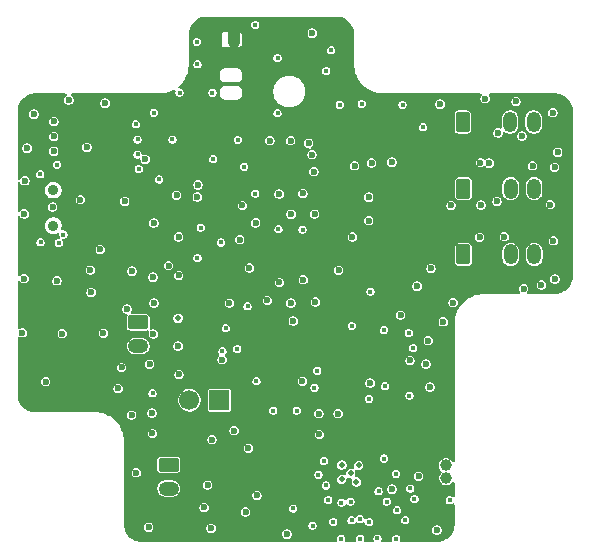
<source format=gbr>
%TF.GenerationSoftware,KiCad,Pcbnew,9.0.4*%
%TF.CreationDate,2025-10-03T18:09:38+02:00*%
%TF.ProjectId,LoraHarvesterBox,4c6f7261-4861-4727-9665-73746572426f,rev?*%
%TF.SameCoordinates,Original*%
%TF.FileFunction,Copper,L3,Inr*%
%TF.FilePolarity,Positive*%
%FSLAX46Y46*%
G04 Gerber Fmt 4.6, Leading zero omitted, Abs format (unit mm)*
G04 Created by KiCad (PCBNEW 9.0.4) date 2025-10-03 18:09:38*
%MOMM*%
%LPD*%
G01*
G04 APERTURE LIST*
G04 Aperture macros list*
%AMRoundRect*
0 Rectangle with rounded corners*
0 $1 Rounding radius*
0 $2 $3 $4 $5 $6 $7 $8 $9 X,Y pos of 4 corners*
0 Add a 4 corners polygon primitive as box body*
4,1,4,$2,$3,$4,$5,$6,$7,$8,$9,$2,$3,0*
0 Add four circle primitives for the rounded corners*
1,1,$1+$1,$2,$3*
1,1,$1+$1,$4,$5*
1,1,$1+$1,$6,$7*
1,1,$1+$1,$8,$9*
0 Add four rect primitives between the rounded corners*
20,1,$1+$1,$2,$3,$4,$5,0*
20,1,$1+$1,$4,$5,$6,$7,0*
20,1,$1+$1,$6,$7,$8,$9,0*
20,1,$1+$1,$8,$9,$2,$3,0*%
G04 Aperture macros list end*
%TA.AperFunction,ComponentPad*%
%ADD10RoundRect,0.250000X-0.350000X-0.625000X0.350000X-0.625000X0.350000X0.625000X-0.350000X0.625000X0*%
%TD*%
%TA.AperFunction,ComponentPad*%
%ADD11O,1.200000X1.750000*%
%TD*%
%TA.AperFunction,ComponentPad*%
%ADD12R,1.700000X1.700000*%
%TD*%
%TA.AperFunction,ComponentPad*%
%ADD13C,1.700000*%
%TD*%
%TA.AperFunction,ComponentPad*%
%ADD14RoundRect,0.250000X-0.625000X0.350000X-0.625000X-0.350000X0.625000X-0.350000X0.625000X0.350000X0*%
%TD*%
%TA.AperFunction,ComponentPad*%
%ADD15O,1.750000X1.200000*%
%TD*%
%TA.AperFunction,ComponentPad*%
%ADD16C,0.900000*%
%TD*%
%TA.AperFunction,ComponentPad*%
%ADD17RoundRect,0.250000X-0.265000X-0.615000X0.265000X-0.615000X0.265000X0.615000X-0.265000X0.615000X0*%
%TD*%
%TA.AperFunction,ComponentPad*%
%ADD18O,1.030000X1.730000*%
%TD*%
%TA.AperFunction,ViaPad*%
%ADD19C,0.450000*%
%TD*%
%TA.AperFunction,ViaPad*%
%ADD20C,0.600000*%
%TD*%
%TA.AperFunction,ViaPad*%
%ADD21C,0.500000*%
%TD*%
%TA.AperFunction,ViaPad*%
%ADD22C,1.000000*%
%TD*%
G04 APERTURE END LIST*
D10*
%TO.N,GND*%
%TO.C,J5*%
X139240000Y-69560000D03*
D11*
%TO.N,+3V0*%
X141240000Y-69560000D03*
%TO.N,/U1_RX*%
X143240000Y-69560000D03*
%TO.N,/U1_TX*%
X145240000Y-69560000D03*
%TD*%
D10*
%TO.N,GND*%
%TO.C,J4*%
X139200000Y-63930000D03*
D11*
%TO.N,+3V0*%
X141200000Y-63930000D03*
%TO.N,/SWCLK*%
X143200000Y-63930000D03*
%TO.N,/SWDIO*%
X145200000Y-63930000D03*
%TD*%
D12*
%TO.N,/VBAT*%
%TO.C,J3*%
X118590000Y-87490000D03*
D13*
%TO.N,Net-(BT1-+)*%
X116050000Y-87490000D03*
%TD*%
D14*
%TO.N,/VSOLAR*%
%TO.C,J1*%
X114300000Y-92960000D03*
D15*
%TO.N,GND*%
X114300000Y-94960000D03*
%TD*%
D16*
%TO.N,*%
%TO.C,SW1*%
X104520000Y-69700000D03*
X104520000Y-72700000D03*
%TD*%
D17*
%TO.N,GND*%
%TO.C,J7*%
X118300000Y-56820000D03*
D18*
%TO.N,+3V0*%
X119800000Y-56820000D03*
%TO.N,/SDA*%
X121300000Y-56820000D03*
%TO.N,/SCL*%
X122800000Y-56820000D03*
%TD*%
D14*
%TO.N,Net-(BT1-+)*%
%TO.C,J2*%
X111710000Y-80890000D03*
D15*
%TO.N,GND*%
X111710000Y-82890000D03*
%TD*%
D10*
%TO.N,GND*%
%TO.C,J6*%
X139250000Y-75140000D03*
D11*
%TO.N,+3V0*%
X141250000Y-75140000D03*
%TO.N,/U2_RX*%
X143250000Y-75140000D03*
%TO.N,/U2_TX*%
X145250000Y-75140000D03*
%TD*%
D19*
%TO.N,GND*%
X120100000Y-83150000D03*
D20*
X118820000Y-84040000D03*
D19*
X120680000Y-67720000D03*
D20*
X112990000Y-81880000D03*
D19*
X115210000Y-61440000D03*
D20*
X104570000Y-63880000D03*
X116770000Y-69250000D03*
D19*
X121630000Y-69990000D03*
D20*
X116710000Y-70280000D03*
X145100000Y-67630000D03*
D19*
X126480000Y-98100000D03*
D20*
X119440000Y-79260000D03*
X122860000Y-65510000D03*
D19*
X135100000Y-95850000D03*
D20*
X104560000Y-66400000D03*
X102060000Y-71700000D03*
X124300000Y-98820000D03*
D19*
X118720000Y-74130000D03*
X130510000Y-99200000D03*
D20*
X113030000Y-72480000D03*
X137000000Y-98470000D03*
X136270000Y-82440000D03*
D19*
X131270000Y-97800000D03*
D20*
X136410000Y-86370000D03*
X112600000Y-98240000D03*
D19*
X127435000Y-92635000D03*
D20*
X140730000Y-70960000D03*
X102310000Y-66140000D03*
X142090000Y-70650000D03*
X102060000Y-77180000D03*
X143700000Y-62190000D03*
X126140000Y-65730000D03*
D19*
X123510000Y-63180000D03*
D20*
X146870000Y-73980000D03*
X129850000Y-73650000D03*
D19*
X128780000Y-62460000D03*
D21*
X129697500Y-93683750D03*
D20*
X144210000Y-65120000D03*
D19*
X138080000Y-95960000D03*
D20*
X105840000Y-62060000D03*
X130030000Y-67630000D03*
X125620000Y-85875000D03*
X138200000Y-70990000D03*
D19*
X128050000Y-57850000D03*
D20*
X115090000Y-82900000D03*
X127010000Y-88610000D03*
D21*
X128952500Y-92971250D03*
D20*
X131470000Y-67390000D03*
X117590000Y-94670000D03*
X131350000Y-86030000D03*
X133190000Y-67330000D03*
X142190000Y-64850000D03*
D19*
X120150000Y-65440000D03*
D20*
X140690000Y-67360000D03*
X110310000Y-84710000D03*
D19*
X104850000Y-67540000D03*
D20*
X128680000Y-76490000D03*
D19*
X123580000Y-73000000D03*
X116730000Y-59040000D03*
X130640000Y-62400000D03*
X134330000Y-97640000D03*
X129780000Y-97650000D03*
D20*
X102880000Y-63270000D03*
X113050000Y-79250000D03*
X134720000Y-84120000D03*
X135330000Y-77830000D03*
X110570000Y-70650000D03*
X145850000Y-77720000D03*
D19*
X113040000Y-63140000D03*
D20*
X128640000Y-88617500D03*
D21*
X130181250Y-94390000D03*
D20*
X126450000Y-56410000D03*
D19*
X127640000Y-59610000D03*
D20*
X120540000Y-70990000D03*
X114280000Y-76090000D03*
X146990000Y-77220000D03*
X142710000Y-73640000D03*
D19*
X103420000Y-68350000D03*
X118840000Y-83340000D03*
X105380000Y-73460000D03*
X122770000Y-56360000D03*
X131250000Y-87370000D03*
D20*
X124620000Y-65510000D03*
D19*
X119130000Y-81380000D03*
D20*
X141090000Y-61950000D03*
X108910000Y-62330000D03*
X146820000Y-63140000D03*
D19*
X132600000Y-86300000D03*
D20*
X108770000Y-81810000D03*
D19*
X114610000Y-65400000D03*
D20*
X104470000Y-71130000D03*
D21*
X115090000Y-80550000D03*
X128937499Y-94193749D03*
D22*
X137770000Y-93010000D03*
D21*
X130372500Y-93008750D03*
D20*
X141430000Y-67410000D03*
X137280000Y-62420000D03*
D19*
X120970000Y-79530000D03*
X118050000Y-67070000D03*
X111510000Y-64120000D03*
X103440000Y-74110000D03*
X132520000Y-81550000D03*
X126870000Y-84980000D03*
D20*
X112920000Y-90300000D03*
D19*
X111660000Y-65400000D03*
X111660000Y-66670000D03*
X113480000Y-68790000D03*
D20*
X111550000Y-93620000D03*
X104840000Y-77370000D03*
D19*
X128230000Y-97780000D03*
D20*
X104560000Y-65150000D03*
D22*
X137790000Y-94070000D03*
D19*
X121620000Y-55700000D03*
D20*
X106820000Y-70500000D03*
X119830000Y-90060000D03*
D19*
X127610000Y-94700000D03*
D20*
X121040000Y-91560000D03*
X112680000Y-84430000D03*
X112880000Y-88560000D03*
X114960000Y-70130000D03*
D19*
X111760000Y-67910000D03*
D20*
X117890000Y-98330000D03*
X117290000Y-96560000D03*
X102110000Y-68900000D03*
D19*
X123510000Y-58510000D03*
X116730000Y-75440000D03*
D20*
X146610000Y-70920000D03*
X101910000Y-81770000D03*
X136080000Y-84410000D03*
X112310000Y-67090000D03*
X126430000Y-66690000D03*
X126580000Y-68120000D03*
D19*
X134670000Y-87090000D03*
D20*
X107360000Y-66070000D03*
X147230000Y-66490000D03*
X115170000Y-85300000D03*
D19*
X116680000Y-57150000D03*
D20*
X111180000Y-76560000D03*
D19*
X117990000Y-61450000D03*
X134090000Y-62480000D03*
X132520000Y-92420000D03*
D20*
X110760000Y-79760000D03*
X105280000Y-81850000D03*
X112960000Y-77060000D03*
X140620000Y-73690000D03*
X110020000Y-86490000D03*
D19*
X128890000Y-99200000D03*
D20*
X136500000Y-76320000D03*
X133200000Y-95010000D03*
X108500000Y-74720000D03*
X135450000Y-93920000D03*
X120800000Y-96940000D03*
D19*
X117000000Y-72870000D03*
X112930000Y-86900000D03*
D20*
X131230000Y-70290000D03*
X120310000Y-73890000D03*
D19*
X129800000Y-81190000D03*
X125630000Y-73030000D03*
X133560000Y-99220000D03*
D20*
X117960000Y-90820000D03*
D19*
X134990000Y-83060000D03*
X125140000Y-88360000D03*
X130490000Y-97570000D03*
X134610000Y-81790000D03*
X123140000Y-88360000D03*
X131960000Y-99190000D03*
X135830000Y-64380000D03*
D20*
X107660000Y-76460000D03*
X146970000Y-67770000D03*
X144350000Y-78040000D03*
D19*
X126630000Y-86420000D03*
D20*
X137540000Y-80840000D03*
X107730000Y-78350000D03*
D19*
X124830000Y-96650000D03*
X104980000Y-74170000D03*
D20*
X111150000Y-88730000D03*
X138380000Y-79220000D03*
X103880000Y-85900000D03*
X121660000Y-72470000D03*
X124840000Y-80780000D03*
D19*
%TO.N,+3V0*%
X115120000Y-62810000D03*
X130340000Y-65830000D03*
D22*
X116620000Y-81410000D03*
X116640000Y-80270000D03*
D19*
X130390000Y-64300000D03*
X105370000Y-68950000D03*
D20*
X122660000Y-74180000D03*
D22*
X137780000Y-88190000D03*
X137790000Y-87170000D03*
D20*
X127680000Y-74880000D03*
D19*
%TO.N,/VSTOR*%
X126970000Y-93790000D03*
D20*
X127050000Y-90380000D03*
D19*
X127810000Y-95930000D03*
%TO.N,/VSOLAR*%
X121720000Y-85870000D03*
D20*
X121760000Y-95550000D03*
D19*
%TO.N,/VBAT_OK*%
X131370000Y-78280000D03*
X133540000Y-93720000D03*
%TO.N,Net-(U1-OK_PROG)*%
X132060000Y-95200000D03*
%TO.N,Net-(U1-OK_HYST)*%
X132760000Y-96070000D03*
%TO.N,Net-(U1-VRDIV)*%
X129690000Y-96070000D03*
X133630000Y-96800000D03*
%TO.N,Net-(U1-VOUT_SET)*%
X134750000Y-94950000D03*
%TO.N,Net-(U1-VBAT_OV)*%
X128920000Y-96150000D03*
D20*
%TO.N,Net-(J8-Pin_6)*%
X126650000Y-71720000D03*
%TO.N,Net-(J9-Pin_5)*%
X125690000Y-77280000D03*
%TO.N,Net-(J8-Pin_4)*%
X124660000Y-71740000D03*
%TO.N,Net-(J9-Pin_1)*%
X121130000Y-76280000D03*
%TO.N,Net-(J8-Pin_3)*%
X123650000Y-70030000D03*
%TO.N,Net-(J9-Pin_2)*%
X122650000Y-79040000D03*
%TO.N,Net-(J9-Pin_4)*%
X124640000Y-79260000D03*
%TO.N,Net-(J9-Pin_6)*%
X126720000Y-79150000D03*
%TO.N,Net-(J9-Pin_3)*%
X123670000Y-77510000D03*
%TO.N,Net-(J8-Pin_5)*%
X125650000Y-69980000D03*
%TO.N,/RST*%
X115140000Y-73650000D03*
X115140000Y-76920000D03*
%TO.N,/U2_RX*%
X133920000Y-80270000D03*
%TO.N,/SCL*%
X131230000Y-72280000D03*
%TD*%
%TA.AperFunction,Conductor*%
%TO.N,+3V0*%
G36*
X128504418Y-55000816D02*
G01*
X128704561Y-55015130D01*
X128722063Y-55017647D01*
X128913797Y-55059355D01*
X128930755Y-55064334D01*
X129114609Y-55132909D01*
X129130701Y-55140259D01*
X129302904Y-55234288D01*
X129317784Y-55243849D01*
X129474867Y-55361441D01*
X129488237Y-55373027D01*
X129626972Y-55511762D01*
X129638558Y-55525132D01*
X129673207Y-55571418D01*
X129756146Y-55682210D01*
X129765711Y-55697095D01*
X129859740Y-55869298D01*
X129867090Y-55885390D01*
X129935662Y-56069236D01*
X129940646Y-56086212D01*
X129982351Y-56277931D01*
X129984869Y-56295442D01*
X129989292Y-56357273D01*
X129998678Y-56488514D01*
X129999184Y-56495580D01*
X129999500Y-56504427D01*
X129999500Y-59151254D01*
X130002419Y-59175290D01*
X130035963Y-59451551D01*
X130063644Y-59563856D01*
X130108358Y-59745272D01*
X130215628Y-60028117D01*
X130356206Y-60295964D01*
X130356212Y-60295973D01*
X130528047Y-60544921D01*
X130528052Y-60544927D01*
X130728646Y-60771351D01*
X130728648Y-60771353D01*
X130955072Y-60971947D01*
X130955078Y-60971952D01*
X131204026Y-61143787D01*
X131204035Y-61143793D01*
X131471882Y-61284371D01*
X131754727Y-61391641D01*
X131754731Y-61391642D01*
X131754734Y-61391643D01*
X132048449Y-61464037D01*
X132299661Y-61494539D01*
X132348746Y-61500500D01*
X132348748Y-61500500D01*
X132434108Y-61500500D01*
X140674291Y-61500500D01*
X140741330Y-61520185D01*
X140787085Y-61572989D01*
X140797029Y-61642147D01*
X140772669Y-61699983D01*
X140769522Y-61704084D01*
X140716794Y-61795410D01*
X140716793Y-61795413D01*
X140689500Y-61897273D01*
X140689500Y-62002727D01*
X140715436Y-62099520D01*
X140716793Y-62104586D01*
X140716794Y-62104589D01*
X140721491Y-62112725D01*
X140769520Y-62195913D01*
X140844087Y-62270480D01*
X140935413Y-62323207D01*
X141037273Y-62350500D01*
X141037275Y-62350500D01*
X141142725Y-62350500D01*
X141142727Y-62350500D01*
X141244587Y-62323207D01*
X141335913Y-62270480D01*
X141410480Y-62195913D01*
X141444336Y-62137273D01*
X143299500Y-62137273D01*
X143299500Y-62242727D01*
X143326793Y-62344587D01*
X143379520Y-62435913D01*
X143454087Y-62510480D01*
X143545413Y-62563207D01*
X143647273Y-62590500D01*
X143647275Y-62590500D01*
X143752725Y-62590500D01*
X143752727Y-62590500D01*
X143854587Y-62563207D01*
X143945913Y-62510480D01*
X144020480Y-62435913D01*
X144073207Y-62344587D01*
X144100500Y-62242727D01*
X144100500Y-62137273D01*
X144073207Y-62035413D01*
X144020480Y-61944087D01*
X143945913Y-61869520D01*
X143854587Y-61816793D01*
X143752727Y-61789500D01*
X143647273Y-61789500D01*
X143545413Y-61816793D01*
X143545410Y-61816794D01*
X143454085Y-61869521D01*
X143379521Y-61944085D01*
X143326794Y-62035410D01*
X143326793Y-62035413D01*
X143299500Y-62137273D01*
X141444336Y-62137273D01*
X141463207Y-62104587D01*
X141490500Y-62002727D01*
X141490500Y-61897273D01*
X141463207Y-61795413D01*
X141410480Y-61704087D01*
X141410477Y-61704084D01*
X141407331Y-61699983D01*
X141382139Y-61634813D01*
X141396179Y-61566369D01*
X141444995Y-61516381D01*
X141505709Y-61500500D01*
X146934108Y-61500500D01*
X146995572Y-61500500D01*
X147004418Y-61500816D01*
X147204561Y-61515130D01*
X147222063Y-61517647D01*
X147413797Y-61559355D01*
X147430755Y-61564334D01*
X147605523Y-61629520D01*
X147614609Y-61632909D01*
X147630701Y-61640259D01*
X147802904Y-61734288D01*
X147817784Y-61743849D01*
X147974867Y-61861441D01*
X147988237Y-61873027D01*
X148126972Y-62011762D01*
X148138558Y-62025132D01*
X148254140Y-62179531D01*
X148256146Y-62182210D01*
X148265711Y-62197095D01*
X148359740Y-62369298D01*
X148367090Y-62385390D01*
X148435662Y-62569236D01*
X148440646Y-62586212D01*
X148482351Y-62777931D01*
X148484869Y-62795442D01*
X148489014Y-62853387D01*
X148498456Y-62985410D01*
X148499184Y-62995580D01*
X148499500Y-63004427D01*
X148499500Y-76995572D01*
X148499184Y-77004417D01*
X148497799Y-77023779D01*
X148484869Y-77204557D01*
X148482351Y-77222068D01*
X148440646Y-77413787D01*
X148435662Y-77430763D01*
X148367090Y-77614609D01*
X148359740Y-77630701D01*
X148265711Y-77802904D01*
X148256146Y-77817789D01*
X148138558Y-77974867D01*
X148126972Y-77988237D01*
X147988237Y-78126972D01*
X147974867Y-78138558D01*
X147817789Y-78256146D01*
X147802904Y-78265711D01*
X147630701Y-78359740D01*
X147614609Y-78367090D01*
X147430763Y-78435662D01*
X147413787Y-78440646D01*
X147222068Y-78482351D01*
X147204557Y-78484869D01*
X147023779Y-78497799D01*
X147004417Y-78499184D01*
X146995572Y-78499500D01*
X144756255Y-78499500D01*
X144689216Y-78479815D01*
X144643461Y-78427011D01*
X144633517Y-78357853D01*
X144662542Y-78294297D01*
X144668574Y-78287819D01*
X144670480Y-78285913D01*
X144723207Y-78194587D01*
X144750500Y-78092727D01*
X144750500Y-77987273D01*
X144723207Y-77885413D01*
X144670480Y-77794087D01*
X144595913Y-77719520D01*
X144505422Y-77667275D01*
X144505419Y-77667273D01*
X145449500Y-77667273D01*
X145449500Y-77772727D01*
X145459673Y-77810691D01*
X145476793Y-77874586D01*
X145476794Y-77874589D01*
X145481769Y-77883206D01*
X145529520Y-77965913D01*
X145604087Y-78040480D01*
X145695413Y-78093207D01*
X145797273Y-78120500D01*
X145797275Y-78120500D01*
X145902725Y-78120500D01*
X145902727Y-78120500D01*
X146004587Y-78093207D01*
X146095913Y-78040480D01*
X146170480Y-77965913D01*
X146223207Y-77874587D01*
X146250500Y-77772727D01*
X146250500Y-77667273D01*
X146223207Y-77565413D01*
X146170480Y-77474087D01*
X146095913Y-77399520D01*
X146019512Y-77355410D01*
X146004589Y-77346794D01*
X146004588Y-77346793D01*
X146004587Y-77346793D01*
X145902727Y-77319500D01*
X145797273Y-77319500D01*
X145695413Y-77346793D01*
X145695410Y-77346794D01*
X145604085Y-77399521D01*
X145529521Y-77474085D01*
X145476794Y-77565410D01*
X145476793Y-77565413D01*
X145449500Y-77667273D01*
X144505419Y-77667273D01*
X144504589Y-77666794D01*
X144504588Y-77666793D01*
X144504587Y-77666793D01*
X144402727Y-77639500D01*
X144297273Y-77639500D01*
X144195413Y-77666793D01*
X144195410Y-77666794D01*
X144104085Y-77719521D01*
X144029521Y-77794085D01*
X143976794Y-77885410D01*
X143976793Y-77885413D01*
X143949500Y-77987273D01*
X143949500Y-78092727D01*
X143963429Y-78144709D01*
X143976793Y-78194586D01*
X143976794Y-78194589D01*
X143981769Y-78203206D01*
X144017856Y-78265711D01*
X144029521Y-78285914D01*
X144031426Y-78287819D01*
X144032520Y-78289823D01*
X144034469Y-78292363D01*
X144034073Y-78292666D01*
X144064911Y-78349142D01*
X144059927Y-78418834D01*
X144018055Y-78474767D01*
X143952591Y-78499184D01*
X143943745Y-78499500D01*
X140848746Y-78499500D01*
X140698598Y-78517731D01*
X140548449Y-78535963D01*
X140449036Y-78560466D01*
X140254727Y-78608358D01*
X139971882Y-78715628D01*
X139704035Y-78856206D01*
X139704026Y-78856212D01*
X139455078Y-79028047D01*
X139455072Y-79028052D01*
X139228648Y-79228646D01*
X139228646Y-79228648D01*
X139028052Y-79455072D01*
X139028047Y-79455078D01*
X138856212Y-79704026D01*
X138856206Y-79704035D01*
X138715628Y-79971882D01*
X138608358Y-80254727D01*
X138573683Y-80395413D01*
X138535963Y-80548449D01*
X138526618Y-80625410D01*
X138499500Y-80848745D01*
X138499500Y-92609755D01*
X138479815Y-92676794D01*
X138427011Y-92722549D01*
X138357853Y-92732493D01*
X138294297Y-92703468D01*
X138268113Y-92671755D01*
X138250522Y-92641287D01*
X138250518Y-92641282D01*
X138138717Y-92529481D01*
X138138709Y-92529475D01*
X138001790Y-92450426D01*
X138001786Y-92450424D01*
X138001784Y-92450423D01*
X137849057Y-92409500D01*
X137690943Y-92409500D01*
X137538216Y-92450423D01*
X137538209Y-92450426D01*
X137401290Y-92529475D01*
X137401282Y-92529481D01*
X137289481Y-92641282D01*
X137289475Y-92641290D01*
X137210426Y-92778209D01*
X137210423Y-92778216D01*
X137169500Y-92930943D01*
X137169500Y-93089056D01*
X137210423Y-93241783D01*
X137210426Y-93241790D01*
X137289475Y-93378709D01*
X137289481Y-93378717D01*
X137373083Y-93462319D01*
X137406568Y-93523642D01*
X137401584Y-93593334D01*
X137373083Y-93637681D01*
X137309481Y-93701282D01*
X137309475Y-93701290D01*
X137230426Y-93838209D01*
X137230423Y-93838216D01*
X137189500Y-93990943D01*
X137189500Y-94149057D01*
X137228125Y-94293205D01*
X137230423Y-94301783D01*
X137230426Y-94301790D01*
X137309475Y-94438709D01*
X137309479Y-94438714D01*
X137309480Y-94438716D01*
X137421284Y-94550520D01*
X137421286Y-94550521D01*
X137421290Y-94550524D01*
X137547496Y-94623388D01*
X137558216Y-94629577D01*
X137710943Y-94670500D01*
X137710945Y-94670500D01*
X137869055Y-94670500D01*
X137869057Y-94670500D01*
X138021784Y-94629577D01*
X138158716Y-94550520D01*
X138270520Y-94438716D01*
X138270523Y-94438709D01*
X138275470Y-94432265D01*
X138277566Y-94433874D01*
X138318668Y-94394676D01*
X138387273Y-94381445D01*
X138452141Y-94407406D01*
X138492676Y-94464316D01*
X138499500Y-94504885D01*
X138499500Y-95584839D01*
X138479815Y-95651878D01*
X138427011Y-95697633D01*
X138357853Y-95707577D01*
X138300017Y-95683218D01*
X138295214Y-95679533D01*
X138295212Y-95679531D01*
X138295207Y-95679528D01*
X138215293Y-95633388D01*
X138215290Y-95633387D01*
X138215289Y-95633386D01*
X138215288Y-95633386D01*
X138126144Y-95609500D01*
X138033856Y-95609500D01*
X137944712Y-95633386D01*
X137944711Y-95633386D01*
X137944709Y-95633387D01*
X137944706Y-95633388D01*
X137864794Y-95679526D01*
X137864785Y-95679533D01*
X137799533Y-95744785D01*
X137799526Y-95744794D01*
X137753388Y-95824706D01*
X137753387Y-95824709D01*
X137753386Y-95824711D01*
X137753386Y-95824712D01*
X137729500Y-95913856D01*
X137729500Y-96006144D01*
X137745327Y-96065212D01*
X137753387Y-96095290D01*
X137753388Y-96095293D01*
X137799526Y-96175205D01*
X137799529Y-96175209D01*
X137799531Y-96175212D01*
X137864788Y-96240469D01*
X137864791Y-96240470D01*
X137864794Y-96240473D01*
X137944706Y-96286611D01*
X137944707Y-96286611D01*
X137944712Y-96286614D01*
X138033856Y-96310500D01*
X138033858Y-96310500D01*
X138126142Y-96310500D01*
X138126144Y-96310500D01*
X138215288Y-96286614D01*
X138237676Y-96273688D01*
X138295211Y-96240470D01*
X138300012Y-96236786D01*
X138365180Y-96211590D01*
X138433626Y-96225627D01*
X138483616Y-96274440D01*
X138499500Y-96335160D01*
X138499500Y-97995572D01*
X138499183Y-98004418D01*
X138498412Y-98015212D01*
X138484869Y-98204557D01*
X138482351Y-98222068D01*
X138440646Y-98413787D01*
X138435662Y-98430763D01*
X138367090Y-98614609D01*
X138359740Y-98630701D01*
X138265711Y-98802904D01*
X138256146Y-98817789D01*
X138138558Y-98974867D01*
X138126972Y-98988237D01*
X137988237Y-99126972D01*
X137974867Y-99138558D01*
X137817789Y-99256146D01*
X137802904Y-99265711D01*
X137630701Y-99359740D01*
X137614609Y-99367090D01*
X137430763Y-99435662D01*
X137413787Y-99440646D01*
X137222068Y-99482351D01*
X137204557Y-99484869D01*
X137023779Y-99497799D01*
X137004417Y-99499184D01*
X136995572Y-99499500D01*
X134009572Y-99499500D01*
X133942533Y-99479815D01*
X133896778Y-99427011D01*
X133886834Y-99357853D01*
X133889794Y-99343418D01*
X133910500Y-99266144D01*
X133910500Y-99173856D01*
X133886614Y-99084712D01*
X133875761Y-99065914D01*
X133840473Y-99004794D01*
X133840470Y-99004791D01*
X133840469Y-99004788D01*
X133775212Y-98939531D01*
X133775209Y-98939529D01*
X133775205Y-98939526D01*
X133695293Y-98893388D01*
X133695290Y-98893387D01*
X133695289Y-98893386D01*
X133695288Y-98893386D01*
X133606144Y-98869500D01*
X133513856Y-98869500D01*
X133424712Y-98893386D01*
X133424711Y-98893386D01*
X133424709Y-98893387D01*
X133424706Y-98893388D01*
X133344794Y-98939526D01*
X133344785Y-98939533D01*
X133279533Y-99004785D01*
X133279526Y-99004794D01*
X133233388Y-99084706D01*
X133233387Y-99084709D01*
X133233386Y-99084711D01*
X133233386Y-99084712D01*
X133209500Y-99173856D01*
X133209500Y-99266144D01*
X133230202Y-99343408D01*
X133228540Y-99413256D01*
X133189378Y-99471119D01*
X133125149Y-99498623D01*
X133110428Y-99499500D01*
X132400032Y-99499500D01*
X132332993Y-99479815D01*
X132287238Y-99427011D01*
X132277294Y-99357853D01*
X132285470Y-99328049D01*
X132286609Y-99325296D01*
X132286614Y-99325288D01*
X132310500Y-99236144D01*
X132310500Y-99143856D01*
X132286614Y-99054712D01*
X132271257Y-99028113D01*
X132240473Y-98974794D01*
X132240470Y-98974791D01*
X132240469Y-98974788D01*
X132175212Y-98909531D01*
X132175209Y-98909529D01*
X132175205Y-98909526D01*
X132095293Y-98863388D01*
X132095290Y-98863387D01*
X132095289Y-98863386D01*
X132095288Y-98863386D01*
X132006144Y-98839500D01*
X131913856Y-98839500D01*
X131824712Y-98863386D01*
X131824711Y-98863386D01*
X131824709Y-98863387D01*
X131824706Y-98863388D01*
X131744794Y-98909526D01*
X131744785Y-98909533D01*
X131679533Y-98974785D01*
X131679526Y-98974794D01*
X131633388Y-99054706D01*
X131633387Y-99054709D01*
X131633386Y-99054711D01*
X131633386Y-99054712D01*
X131609500Y-99143856D01*
X131609500Y-99236144D01*
X131625530Y-99295967D01*
X131633386Y-99325287D01*
X131634530Y-99328049D01*
X131634800Y-99330566D01*
X131635490Y-99333139D01*
X131635088Y-99333246D01*
X131641998Y-99397518D01*
X131610722Y-99459997D01*
X131550633Y-99495649D01*
X131519968Y-99499500D01*
X130954174Y-99499500D01*
X130887135Y-99479815D01*
X130841380Y-99427011D01*
X130831436Y-99357853D01*
X130835406Y-99343379D01*
X130834510Y-99343139D01*
X130837161Y-99333246D01*
X130860500Y-99246144D01*
X130860500Y-99153856D01*
X130836614Y-99064712D01*
X130836611Y-99064706D01*
X130790473Y-98984794D01*
X130790470Y-98984791D01*
X130790469Y-98984788D01*
X130725212Y-98919531D01*
X130725209Y-98919529D01*
X130725205Y-98919526D01*
X130645293Y-98873388D01*
X130645290Y-98873387D01*
X130645289Y-98873386D01*
X130645288Y-98873386D01*
X130556144Y-98849500D01*
X130463856Y-98849500D01*
X130374712Y-98873386D01*
X130374711Y-98873386D01*
X130374709Y-98873387D01*
X130374706Y-98873388D01*
X130294794Y-98919526D01*
X130294785Y-98919533D01*
X130229533Y-98984785D01*
X130229526Y-98984794D01*
X130183388Y-99064706D01*
X130183387Y-99064709D01*
X130183386Y-99064711D01*
X130183386Y-99064712D01*
X130159500Y-99153856D01*
X130159500Y-99246144D01*
X130182810Y-99333139D01*
X130185490Y-99343139D01*
X130182107Y-99344045D01*
X130187855Y-99397520D01*
X130156578Y-99459998D01*
X130096488Y-99495649D01*
X130065826Y-99499500D01*
X129334174Y-99499500D01*
X129267135Y-99479815D01*
X129221380Y-99427011D01*
X129211436Y-99357853D01*
X129215406Y-99343379D01*
X129214510Y-99343139D01*
X129217161Y-99333246D01*
X129240500Y-99246144D01*
X129240500Y-99153856D01*
X129216614Y-99064712D01*
X129216611Y-99064706D01*
X129170473Y-98984794D01*
X129170470Y-98984791D01*
X129170469Y-98984788D01*
X129105212Y-98919531D01*
X129105209Y-98919529D01*
X129105205Y-98919526D01*
X129025293Y-98873388D01*
X129025290Y-98873387D01*
X129025289Y-98873386D01*
X129025288Y-98873386D01*
X128936144Y-98849500D01*
X128843856Y-98849500D01*
X128754712Y-98873386D01*
X128754711Y-98873386D01*
X128754709Y-98873387D01*
X128754706Y-98873388D01*
X128674794Y-98919526D01*
X128674785Y-98919533D01*
X128609533Y-98984785D01*
X128609526Y-98984794D01*
X128563388Y-99064706D01*
X128563387Y-99064709D01*
X128563386Y-99064711D01*
X128563386Y-99064712D01*
X128539500Y-99153856D01*
X128539500Y-99246144D01*
X128562810Y-99333139D01*
X128565490Y-99343139D01*
X128562107Y-99344045D01*
X128567855Y-99397520D01*
X128536578Y-99459998D01*
X128476488Y-99495649D01*
X128445826Y-99499500D01*
X112004428Y-99499500D01*
X111995582Y-99499184D01*
X111973622Y-99497613D01*
X111795442Y-99484869D01*
X111777931Y-99482351D01*
X111586212Y-99440646D01*
X111569236Y-99435662D01*
X111385390Y-99367090D01*
X111369298Y-99359740D01*
X111197095Y-99265711D01*
X111182210Y-99256146D01*
X111168846Y-99246142D01*
X111025132Y-99138558D01*
X111011762Y-99126972D01*
X110873027Y-98988237D01*
X110861441Y-98974867D01*
X110743849Y-98817784D01*
X110734288Y-98802904D01*
X110714832Y-98767273D01*
X123899500Y-98767273D01*
X123899500Y-98872727D01*
X123917401Y-98939533D01*
X123926793Y-98974586D01*
X123926794Y-98974589D01*
X123932686Y-98984794D01*
X123979520Y-99065913D01*
X124054087Y-99140480D01*
X124145413Y-99193207D01*
X124247273Y-99220500D01*
X124247275Y-99220500D01*
X124352725Y-99220500D01*
X124352727Y-99220500D01*
X124454587Y-99193207D01*
X124545913Y-99140480D01*
X124620480Y-99065913D01*
X124673207Y-98974587D01*
X124700500Y-98872727D01*
X124700500Y-98767273D01*
X124673207Y-98665413D01*
X124620480Y-98574087D01*
X124545913Y-98499520D01*
X124454587Y-98446793D01*
X124352727Y-98419500D01*
X124247273Y-98419500D01*
X124145413Y-98446793D01*
X124145410Y-98446794D01*
X124054085Y-98499521D01*
X123979521Y-98574085D01*
X123926794Y-98665410D01*
X123926793Y-98665413D01*
X123899500Y-98767273D01*
X110714832Y-98767273D01*
X110640259Y-98630701D01*
X110632909Y-98614609D01*
X110612719Y-98560478D01*
X110564334Y-98430755D01*
X110559355Y-98413797D01*
X110517647Y-98222063D01*
X110515131Y-98204565D01*
X110513894Y-98187273D01*
X112199500Y-98187273D01*
X112199500Y-98292727D01*
X112226793Y-98394587D01*
X112279520Y-98485913D01*
X112354087Y-98560480D01*
X112445413Y-98613207D01*
X112547273Y-98640500D01*
X112547275Y-98640500D01*
X112652725Y-98640500D01*
X112652727Y-98640500D01*
X112754587Y-98613207D01*
X112845913Y-98560480D01*
X112920480Y-98485913D01*
X112973207Y-98394587D01*
X113000500Y-98292727D01*
X113000500Y-98277273D01*
X117489500Y-98277273D01*
X117489500Y-98382727D01*
X117507660Y-98450499D01*
X117516793Y-98484586D01*
X117516794Y-98484589D01*
X117525415Y-98499521D01*
X117569520Y-98575913D01*
X117644087Y-98650480D01*
X117735413Y-98703207D01*
X117837273Y-98730500D01*
X117837275Y-98730500D01*
X117942725Y-98730500D01*
X117942727Y-98730500D01*
X118044587Y-98703207D01*
X118135913Y-98650480D01*
X118210480Y-98575913D01*
X118263207Y-98484587D01*
X118290500Y-98382727D01*
X118290500Y-98277273D01*
X118263207Y-98175413D01*
X118210480Y-98084087D01*
X118180249Y-98053856D01*
X126129500Y-98053856D01*
X126129500Y-98146144D01*
X126150384Y-98224085D01*
X126153387Y-98235290D01*
X126153388Y-98235293D01*
X126199526Y-98315205D01*
X126199529Y-98315209D01*
X126199531Y-98315212D01*
X126264788Y-98380469D01*
X126264791Y-98380470D01*
X126264794Y-98380473D01*
X126344706Y-98426611D01*
X126344707Y-98426611D01*
X126344712Y-98426614D01*
X126433856Y-98450500D01*
X126433858Y-98450500D01*
X126526142Y-98450500D01*
X126526144Y-98450500D01*
X126615288Y-98426614D01*
X126631467Y-98417273D01*
X136599500Y-98417273D01*
X136599500Y-98522727D01*
X136626793Y-98624587D01*
X136679520Y-98715913D01*
X136754087Y-98790480D01*
X136845413Y-98843207D01*
X136947273Y-98870500D01*
X136947275Y-98870500D01*
X137052725Y-98870500D01*
X137052727Y-98870500D01*
X137154587Y-98843207D01*
X137245913Y-98790480D01*
X137320480Y-98715913D01*
X137373207Y-98624587D01*
X137400500Y-98522727D01*
X137400500Y-98417273D01*
X137373207Y-98315413D01*
X137320480Y-98224087D01*
X137245913Y-98149520D01*
X137179059Y-98110922D01*
X137154589Y-98096794D01*
X137154588Y-98096793D01*
X137154587Y-98096793D01*
X137052727Y-98069500D01*
X136947273Y-98069500D01*
X136845413Y-98096793D01*
X136845410Y-98096794D01*
X136754085Y-98149521D01*
X136679521Y-98224085D01*
X136626794Y-98315410D01*
X136626793Y-98315413D01*
X136599500Y-98417273D01*
X126631467Y-98417273D01*
X126695212Y-98380469D01*
X126760469Y-98315212D01*
X126806614Y-98235288D01*
X126830500Y-98146144D01*
X126830500Y-98053856D01*
X126806614Y-97964712D01*
X126806611Y-97964706D01*
X126760473Y-97884794D01*
X126760470Y-97884791D01*
X126760469Y-97884788D01*
X126695212Y-97819531D01*
X126695211Y-97819530D01*
X126695209Y-97819529D01*
X126615293Y-97773388D01*
X126615290Y-97773387D01*
X126615289Y-97773386D01*
X126615288Y-97773386D01*
X126526144Y-97749500D01*
X126433856Y-97749500D01*
X126344712Y-97773386D01*
X126344711Y-97773386D01*
X126344709Y-97773387D01*
X126344706Y-97773388D01*
X126264794Y-97819526D01*
X126264785Y-97819533D01*
X126199533Y-97884785D01*
X126199526Y-97884794D01*
X126153388Y-97964706D01*
X126153387Y-97964709D01*
X126153386Y-97964711D01*
X126153386Y-97964712D01*
X126129500Y-98053856D01*
X118180249Y-98053856D01*
X118135913Y-98009520D01*
X118044587Y-97956793D01*
X117942727Y-97929500D01*
X117837273Y-97929500D01*
X117735413Y-97956793D01*
X117735410Y-97956794D01*
X117644085Y-98009521D01*
X117569521Y-98084085D01*
X117516794Y-98175410D01*
X117516793Y-98175413D01*
X117489500Y-98277273D01*
X113000500Y-98277273D01*
X113000500Y-98187273D01*
X112973207Y-98085413D01*
X112920480Y-97994087D01*
X112845913Y-97919520D01*
X112754587Y-97866793D01*
X112652727Y-97839500D01*
X112547273Y-97839500D01*
X112445413Y-97866793D01*
X112445410Y-97866794D01*
X112354085Y-97919521D01*
X112279521Y-97994085D01*
X112226794Y-98085410D01*
X112226793Y-98085413D01*
X112199500Y-98187273D01*
X110513894Y-98187273D01*
X110500816Y-98004418D01*
X110500500Y-97995572D01*
X110500500Y-97733856D01*
X127879500Y-97733856D01*
X127879500Y-97826144D01*
X127898382Y-97896614D01*
X127903387Y-97915290D01*
X127903388Y-97915293D01*
X127949526Y-97995205D01*
X127949529Y-97995209D01*
X127949531Y-97995212D01*
X128014788Y-98060469D01*
X128014791Y-98060470D01*
X128014794Y-98060473D01*
X128094706Y-98106611D01*
X128094707Y-98106611D01*
X128094712Y-98106614D01*
X128183856Y-98130500D01*
X128183858Y-98130500D01*
X128276142Y-98130500D01*
X128276144Y-98130500D01*
X128365288Y-98106614D01*
X128445212Y-98060469D01*
X128510469Y-97995212D01*
X128556614Y-97915288D01*
X128580500Y-97826144D01*
X128580500Y-97733856D01*
X128556614Y-97644712D01*
X128556612Y-97644708D01*
X128556612Y-97644707D01*
X128533026Y-97603856D01*
X129429500Y-97603856D01*
X129429500Y-97696144D01*
X129450197Y-97773388D01*
X129453387Y-97785290D01*
X129453388Y-97785293D01*
X129499526Y-97865205D01*
X129499529Y-97865209D01*
X129499531Y-97865212D01*
X129564788Y-97930469D01*
X129564791Y-97930470D01*
X129564794Y-97930473D01*
X129644706Y-97976611D01*
X129644707Y-97976611D01*
X129644712Y-97976614D01*
X129733856Y-98000500D01*
X129733858Y-98000500D01*
X129826142Y-98000500D01*
X129826144Y-98000500D01*
X129915288Y-97976614D01*
X129995212Y-97930469D01*
X130060469Y-97865212D01*
X130063509Y-97859945D01*
X130114070Y-97811729D01*
X130182676Y-97798502D01*
X130247543Y-97824465D01*
X130258579Y-97834260D01*
X130274788Y-97850469D01*
X130274791Y-97850470D01*
X130274794Y-97850473D01*
X130354706Y-97896611D01*
X130354707Y-97896611D01*
X130354712Y-97896614D01*
X130443856Y-97920500D01*
X130443858Y-97920500D01*
X130536142Y-97920500D01*
X130536144Y-97920500D01*
X130625288Y-97896614D01*
X130705212Y-97850469D01*
X130723261Y-97832419D01*
X130784581Y-97798934D01*
X130854273Y-97803917D01*
X130910208Y-97845787D01*
X130930717Y-97888006D01*
X130943387Y-97935292D01*
X130943388Y-97935293D01*
X130989526Y-98015205D01*
X130989529Y-98015209D01*
X130989531Y-98015212D01*
X131054788Y-98080469D01*
X131054791Y-98080470D01*
X131054794Y-98080473D01*
X131134706Y-98126611D01*
X131134707Y-98126611D01*
X131134712Y-98126614D01*
X131223856Y-98150500D01*
X131223858Y-98150500D01*
X131316142Y-98150500D01*
X131316144Y-98150500D01*
X131405288Y-98126614D01*
X131485212Y-98080469D01*
X131550469Y-98015212D01*
X131596614Y-97935288D01*
X131620500Y-97846144D01*
X131620500Y-97753856D01*
X131596614Y-97664712D01*
X131596613Y-97664711D01*
X131596613Y-97664709D01*
X131586810Y-97647731D01*
X131586809Y-97647729D01*
X131561478Y-97603856D01*
X131555704Y-97593856D01*
X133979500Y-97593856D01*
X133979500Y-97686144D01*
X134002876Y-97773386D01*
X134003387Y-97775290D01*
X134003388Y-97775293D01*
X134049526Y-97855205D01*
X134049529Y-97855209D01*
X134049531Y-97855212D01*
X134114788Y-97920469D01*
X134114791Y-97920470D01*
X134114794Y-97920473D01*
X134194706Y-97966611D01*
X134194707Y-97966611D01*
X134194712Y-97966614D01*
X134283856Y-97990500D01*
X134283858Y-97990500D01*
X134376142Y-97990500D01*
X134376144Y-97990500D01*
X134465288Y-97966614D01*
X134545212Y-97920469D01*
X134610469Y-97855212D01*
X134656614Y-97775288D01*
X134680500Y-97686144D01*
X134680500Y-97593856D01*
X134656614Y-97504712D01*
X134653620Y-97499526D01*
X134610473Y-97424794D01*
X134610470Y-97424791D01*
X134610469Y-97424788D01*
X134545212Y-97359531D01*
X134545209Y-97359529D01*
X134545205Y-97359526D01*
X134465293Y-97313388D01*
X134465290Y-97313387D01*
X134465289Y-97313386D01*
X134465288Y-97313386D01*
X134376144Y-97289500D01*
X134283856Y-97289500D01*
X134194712Y-97313386D01*
X134194711Y-97313386D01*
X134194709Y-97313387D01*
X134194706Y-97313388D01*
X134114794Y-97359526D01*
X134114785Y-97359533D01*
X134049533Y-97424785D01*
X134049526Y-97424794D01*
X134003388Y-97504706D01*
X134003387Y-97504709D01*
X134003386Y-97504711D01*
X134003386Y-97504712D01*
X133979500Y-97593856D01*
X131555704Y-97593856D01*
X131550469Y-97584788D01*
X131485212Y-97519531D01*
X131485209Y-97519529D01*
X131485205Y-97519526D01*
X131405293Y-97473388D01*
X131405290Y-97473387D01*
X131405289Y-97473386D01*
X131405288Y-97473386D01*
X131316144Y-97449500D01*
X131223856Y-97449500D01*
X131134712Y-97473386D01*
X131134711Y-97473386D01*
X131134709Y-97473387D01*
X131134706Y-97473388D01*
X131054794Y-97519526D01*
X131054784Y-97519534D01*
X131036736Y-97537582D01*
X130975413Y-97571066D01*
X130905721Y-97566080D01*
X130849788Y-97524207D01*
X130829283Y-97481994D01*
X130816614Y-97434712D01*
X130810888Y-97424794D01*
X130770473Y-97354794D01*
X130770470Y-97354791D01*
X130770469Y-97354788D01*
X130705212Y-97289531D01*
X130705209Y-97289529D01*
X130705205Y-97289526D01*
X130625293Y-97243388D01*
X130625290Y-97243387D01*
X130625289Y-97243386D01*
X130625288Y-97243386D01*
X130536144Y-97219500D01*
X130443856Y-97219500D01*
X130354712Y-97243386D01*
X130354711Y-97243386D01*
X130354709Y-97243387D01*
X130354706Y-97243388D01*
X130274794Y-97289526D01*
X130274785Y-97289533D01*
X130209533Y-97354785D01*
X130209531Y-97354788D01*
X130206792Y-97359533D01*
X130206487Y-97360061D01*
X130155918Y-97408275D01*
X130087311Y-97421496D01*
X130022447Y-97395527D01*
X130011420Y-97385739D01*
X129995214Y-97369533D01*
X129995212Y-97369531D01*
X129995209Y-97369529D01*
X129995205Y-97369526D01*
X129915293Y-97323388D01*
X129915290Y-97323387D01*
X129915289Y-97323386D01*
X129915288Y-97323386D01*
X129826144Y-97299500D01*
X129733856Y-97299500D01*
X129644712Y-97323386D01*
X129644711Y-97323386D01*
X129644709Y-97323387D01*
X129644706Y-97323388D01*
X129564794Y-97369526D01*
X129564785Y-97369533D01*
X129499533Y-97434785D01*
X129499526Y-97434794D01*
X129453388Y-97514706D01*
X129453387Y-97514709D01*
X129453386Y-97514711D01*
X129453386Y-97514712D01*
X129429500Y-97603856D01*
X128533026Y-97603856D01*
X128510473Y-97564794D01*
X128510470Y-97564791D01*
X128510469Y-97564788D01*
X128445212Y-97499531D01*
X128445209Y-97499529D01*
X128445205Y-97499526D01*
X128365293Y-97453388D01*
X128365290Y-97453387D01*
X128365289Y-97453386D01*
X128365288Y-97453386D01*
X128276144Y-97429500D01*
X128183856Y-97429500D01*
X128094712Y-97453386D01*
X128094711Y-97453386D01*
X128094709Y-97453387D01*
X128094706Y-97453388D01*
X128014794Y-97499526D01*
X128014785Y-97499533D01*
X127949533Y-97564785D01*
X127949526Y-97564794D01*
X127903388Y-97644706D01*
X127903387Y-97644709D01*
X127903386Y-97644711D01*
X127903386Y-97644712D01*
X127879500Y-97733856D01*
X110500500Y-97733856D01*
X110500500Y-96507273D01*
X116889500Y-96507273D01*
X116889500Y-96612727D01*
X116916793Y-96714587D01*
X116969520Y-96805913D01*
X117044087Y-96880480D01*
X117135413Y-96933207D01*
X117237273Y-96960500D01*
X117237275Y-96960500D01*
X117342725Y-96960500D01*
X117342727Y-96960500D01*
X117444587Y-96933207D01*
X117524147Y-96887273D01*
X120399500Y-96887273D01*
X120399500Y-96992727D01*
X120426793Y-97094587D01*
X120479520Y-97185913D01*
X120554087Y-97260480D01*
X120645413Y-97313207D01*
X120747273Y-97340500D01*
X120747275Y-97340500D01*
X120852725Y-97340500D01*
X120852727Y-97340500D01*
X120954587Y-97313207D01*
X121045913Y-97260480D01*
X121120480Y-97185913D01*
X121173207Y-97094587D01*
X121200500Y-96992727D01*
X121200500Y-96887273D01*
X121173207Y-96785413D01*
X121120480Y-96694087D01*
X121045913Y-96619520D01*
X121018782Y-96603856D01*
X124479500Y-96603856D01*
X124479500Y-96696144D01*
X124494964Y-96753858D01*
X124503387Y-96785290D01*
X124503388Y-96785293D01*
X124549526Y-96865205D01*
X124549529Y-96865209D01*
X124549531Y-96865212D01*
X124614788Y-96930469D01*
X124614791Y-96930470D01*
X124614794Y-96930473D01*
X124694706Y-96976611D01*
X124694707Y-96976611D01*
X124694712Y-96976614D01*
X124783856Y-97000500D01*
X124783858Y-97000500D01*
X124876142Y-97000500D01*
X124876144Y-97000500D01*
X124965288Y-96976614D01*
X125045212Y-96930469D01*
X125110469Y-96865212D01*
X125156614Y-96785288D01*
X125165036Y-96753856D01*
X133279500Y-96753856D01*
X133279500Y-96846144D01*
X133302828Y-96933207D01*
X133303387Y-96935290D01*
X133303388Y-96935293D01*
X133349526Y-97015205D01*
X133349529Y-97015209D01*
X133349531Y-97015212D01*
X133414788Y-97080469D01*
X133414791Y-97080470D01*
X133414794Y-97080473D01*
X133494706Y-97126611D01*
X133494707Y-97126611D01*
X133494712Y-97126614D01*
X133583856Y-97150500D01*
X133583858Y-97150500D01*
X133676142Y-97150500D01*
X133676144Y-97150500D01*
X133765288Y-97126614D01*
X133845212Y-97080469D01*
X133910469Y-97015212D01*
X133956614Y-96935288D01*
X133980500Y-96846144D01*
X133980500Y-96753856D01*
X133956614Y-96664712D01*
X133956611Y-96664706D01*
X133910473Y-96584794D01*
X133910470Y-96584791D01*
X133910469Y-96584788D01*
X133845212Y-96519531D01*
X133845209Y-96519529D01*
X133845205Y-96519526D01*
X133765293Y-96473388D01*
X133765290Y-96473387D01*
X133765289Y-96473386D01*
X133765288Y-96473386D01*
X133676144Y-96449500D01*
X133583856Y-96449500D01*
X133494712Y-96473386D01*
X133494711Y-96473386D01*
X133494709Y-96473387D01*
X133494706Y-96473388D01*
X133414794Y-96519526D01*
X133414785Y-96519533D01*
X133349533Y-96584785D01*
X133349526Y-96584794D01*
X133303388Y-96664706D01*
X133303387Y-96664709D01*
X133303386Y-96664711D01*
X133303386Y-96664712D01*
X133279500Y-96753856D01*
X125165036Y-96753856D01*
X125180500Y-96696144D01*
X125180500Y-96603856D01*
X125156614Y-96514712D01*
X125156611Y-96514706D01*
X125110473Y-96434794D01*
X125110470Y-96434791D01*
X125110469Y-96434788D01*
X125045212Y-96369531D01*
X125045209Y-96369529D01*
X125045205Y-96369526D01*
X124965293Y-96323388D01*
X124965290Y-96323387D01*
X124965289Y-96323386D01*
X124965288Y-96323386D01*
X124876144Y-96299500D01*
X124783856Y-96299500D01*
X124694712Y-96323386D01*
X124694711Y-96323386D01*
X124694709Y-96323387D01*
X124694706Y-96323388D01*
X124614794Y-96369526D01*
X124614785Y-96369533D01*
X124549533Y-96434785D01*
X124549526Y-96434794D01*
X124503388Y-96514706D01*
X124503387Y-96514709D01*
X124503386Y-96514711D01*
X124503386Y-96514712D01*
X124479500Y-96603856D01*
X121018782Y-96603856D01*
X120954587Y-96566793D01*
X120852727Y-96539500D01*
X120747273Y-96539500D01*
X120645413Y-96566793D01*
X120645410Y-96566794D01*
X120554085Y-96619521D01*
X120479521Y-96694085D01*
X120426794Y-96785410D01*
X120426793Y-96785413D01*
X120399500Y-96887273D01*
X117524147Y-96887273D01*
X117535913Y-96880480D01*
X117610480Y-96805913D01*
X117663207Y-96714587D01*
X117690500Y-96612727D01*
X117690500Y-96507273D01*
X117663207Y-96405413D01*
X117610480Y-96314087D01*
X117535913Y-96239520D01*
X117468327Y-96200499D01*
X117444589Y-96186794D01*
X117444588Y-96186793D01*
X117444587Y-96186793D01*
X117342727Y-96159500D01*
X117237273Y-96159500D01*
X117135413Y-96186793D01*
X117135410Y-96186794D01*
X117044085Y-96239521D01*
X116969521Y-96314085D01*
X116916794Y-96405410D01*
X116916793Y-96405413D01*
X116889500Y-96507273D01*
X110500500Y-96507273D01*
X110500500Y-95028995D01*
X113324499Y-95028995D01*
X113351418Y-95164322D01*
X113351421Y-95164332D01*
X113404221Y-95291804D01*
X113404228Y-95291817D01*
X113480885Y-95406541D01*
X113480888Y-95406545D01*
X113578454Y-95504111D01*
X113578458Y-95504114D01*
X113693182Y-95580771D01*
X113693195Y-95580778D01*
X113820206Y-95633387D01*
X113820672Y-95633580D01*
X113820676Y-95633580D01*
X113820677Y-95633581D01*
X113956004Y-95660500D01*
X113956007Y-95660500D01*
X114643995Y-95660500D01*
X114735041Y-95642389D01*
X114779328Y-95633580D01*
X114906811Y-95580775D01*
X115021542Y-95504114D01*
X115028383Y-95497273D01*
X121359500Y-95497273D01*
X121359500Y-95602727D01*
X121381068Y-95683218D01*
X121386793Y-95704586D01*
X121386794Y-95704589D01*
X121392686Y-95714794D01*
X121439520Y-95795913D01*
X121514087Y-95870480D01*
X121605413Y-95923207D01*
X121707273Y-95950500D01*
X121707275Y-95950500D01*
X121812725Y-95950500D01*
X121812727Y-95950500D01*
X121914587Y-95923207D01*
X121982745Y-95883856D01*
X127459500Y-95883856D01*
X127459500Y-95976144D01*
X127483366Y-96065214D01*
X127483387Y-96065290D01*
X127483388Y-96065293D01*
X127529526Y-96145205D01*
X127529529Y-96145209D01*
X127529531Y-96145212D01*
X127594788Y-96210469D01*
X127594791Y-96210470D01*
X127594794Y-96210473D01*
X127674706Y-96256611D01*
X127674707Y-96256611D01*
X127674712Y-96256614D01*
X127763856Y-96280500D01*
X127763858Y-96280500D01*
X127856142Y-96280500D01*
X127856144Y-96280500D01*
X127945288Y-96256614D01*
X128025212Y-96210469D01*
X128090469Y-96145212D01*
X128114346Y-96103856D01*
X128569500Y-96103856D01*
X128569500Y-96196144D01*
X128593366Y-96285214D01*
X128593387Y-96285290D01*
X128593388Y-96285293D01*
X128639526Y-96365205D01*
X128639529Y-96365209D01*
X128639531Y-96365212D01*
X128704788Y-96430469D01*
X128704791Y-96430470D01*
X128704794Y-96430473D01*
X128784706Y-96476611D01*
X128784707Y-96476611D01*
X128784712Y-96476614D01*
X128873856Y-96500500D01*
X128873858Y-96500500D01*
X128966142Y-96500500D01*
X128966144Y-96500500D01*
X129055288Y-96476614D01*
X129135212Y-96430469D01*
X129200469Y-96365212D01*
X129225475Y-96321901D01*
X129276039Y-96273688D01*
X129344646Y-96260464D01*
X129409511Y-96286432D01*
X129420541Y-96296222D01*
X129474788Y-96350469D01*
X129474791Y-96350470D01*
X129474794Y-96350473D01*
X129554706Y-96396611D01*
X129554707Y-96396611D01*
X129554712Y-96396614D01*
X129643856Y-96420500D01*
X129643858Y-96420500D01*
X129736142Y-96420500D01*
X129736144Y-96420500D01*
X129825288Y-96396614D01*
X129905212Y-96350469D01*
X129970469Y-96285212D01*
X130016614Y-96205288D01*
X130040500Y-96116144D01*
X130040500Y-96023856D01*
X132409500Y-96023856D01*
X132409500Y-96116144D01*
X132432103Y-96200500D01*
X132433387Y-96205290D01*
X132433388Y-96205293D01*
X132479526Y-96285205D01*
X132479529Y-96285209D01*
X132479531Y-96285212D01*
X132544788Y-96350469D01*
X132544791Y-96350470D01*
X132544794Y-96350473D01*
X132624706Y-96396611D01*
X132624707Y-96396611D01*
X132624712Y-96396614D01*
X132713856Y-96420500D01*
X132713858Y-96420500D01*
X132806142Y-96420500D01*
X132806144Y-96420500D01*
X132895288Y-96396614D01*
X132975212Y-96350469D01*
X133040469Y-96285212D01*
X133086614Y-96205288D01*
X133110500Y-96116144D01*
X133110500Y-96023856D01*
X133086614Y-95934712D01*
X133079971Y-95923207D01*
X133042168Y-95857730D01*
X133042167Y-95857729D01*
X133040472Y-95854794D01*
X133040469Y-95854788D01*
X132989537Y-95803856D01*
X134749500Y-95803856D01*
X134749500Y-95896144D01*
X134770935Y-95976141D01*
X134773387Y-95985290D01*
X134773388Y-95985293D01*
X134819526Y-96065205D01*
X134819529Y-96065209D01*
X134819531Y-96065212D01*
X134884788Y-96130469D01*
X134884791Y-96130470D01*
X134884794Y-96130473D01*
X134964706Y-96176611D01*
X134964707Y-96176611D01*
X134964712Y-96176614D01*
X135053856Y-96200500D01*
X135053858Y-96200500D01*
X135146142Y-96200500D01*
X135146144Y-96200500D01*
X135235288Y-96176614D01*
X135315212Y-96130469D01*
X135380469Y-96065212D01*
X135426614Y-95985288D01*
X135450500Y-95896144D01*
X135450500Y-95803856D01*
X135426614Y-95714712D01*
X135422495Y-95707577D01*
X135380473Y-95634794D01*
X135380470Y-95634791D01*
X135380469Y-95634788D01*
X135315212Y-95569531D01*
X135315209Y-95569529D01*
X135315205Y-95569526D01*
X135235293Y-95523388D01*
X135235290Y-95523387D01*
X135235289Y-95523386D01*
X135235288Y-95523386D01*
X135146144Y-95499500D01*
X135053856Y-95499500D01*
X134964712Y-95523386D01*
X134964711Y-95523386D01*
X134964709Y-95523387D01*
X134964706Y-95523388D01*
X134884794Y-95569526D01*
X134884785Y-95569533D01*
X134819533Y-95634785D01*
X134819526Y-95634794D01*
X134773388Y-95714706D01*
X134773387Y-95714709D01*
X134773386Y-95714711D01*
X134773386Y-95714712D01*
X134749500Y-95803856D01*
X132989537Y-95803856D01*
X132975212Y-95789531D01*
X132975209Y-95789529D01*
X132975205Y-95789526D01*
X132895293Y-95743388D01*
X132895290Y-95743387D01*
X132895289Y-95743386D01*
X132895288Y-95743386D01*
X132806144Y-95719500D01*
X132713856Y-95719500D01*
X132624712Y-95743386D01*
X132624711Y-95743386D01*
X132624709Y-95743387D01*
X132624706Y-95743388D01*
X132544794Y-95789526D01*
X132544785Y-95789533D01*
X132479533Y-95854785D01*
X132479526Y-95854794D01*
X132433388Y-95934706D01*
X132433387Y-95934709D01*
X132433386Y-95934711D01*
X132433386Y-95934712D01*
X132409500Y-96023856D01*
X130040500Y-96023856D01*
X130016614Y-95934712D01*
X130010301Y-95923777D01*
X129970473Y-95854794D01*
X129970470Y-95854791D01*
X129970469Y-95854788D01*
X129905212Y-95789531D01*
X129905209Y-95789529D01*
X129905205Y-95789526D01*
X129825293Y-95743388D01*
X129825290Y-95743387D01*
X129825289Y-95743386D01*
X129825288Y-95743386D01*
X129736144Y-95719500D01*
X129643856Y-95719500D01*
X129554712Y-95743386D01*
X129554711Y-95743386D01*
X129554709Y-95743387D01*
X129554706Y-95743388D01*
X129474794Y-95789526D01*
X129474785Y-95789533D01*
X129409533Y-95854785D01*
X129409529Y-95854791D01*
X129384525Y-95898098D01*
X129333957Y-95946313D01*
X129265350Y-95959534D01*
X129200486Y-95933565D01*
X129189458Y-95923777D01*
X129135214Y-95869533D01*
X129135212Y-95869531D01*
X129135209Y-95869529D01*
X129135205Y-95869526D01*
X129055293Y-95823388D01*
X129055290Y-95823387D01*
X129055289Y-95823386D01*
X129055288Y-95823386D01*
X128966144Y-95799500D01*
X128873856Y-95799500D01*
X128784712Y-95823386D01*
X128784711Y-95823386D01*
X128784709Y-95823387D01*
X128784706Y-95823388D01*
X128704794Y-95869526D01*
X128704785Y-95869533D01*
X128639533Y-95934785D01*
X128639526Y-95934794D01*
X128593388Y-96014706D01*
X128593387Y-96014709D01*
X128593386Y-96014711D01*
X128593386Y-96014712D01*
X128569500Y-96103856D01*
X128114346Y-96103856D01*
X128136614Y-96065288D01*
X128160500Y-95976144D01*
X128160500Y-95883856D01*
X128136614Y-95794712D01*
X128133620Y-95789526D01*
X128090473Y-95714794D01*
X128090470Y-95714791D01*
X128090469Y-95714788D01*
X128025212Y-95649531D01*
X128025209Y-95649529D01*
X128025205Y-95649526D01*
X127945293Y-95603388D01*
X127945290Y-95603387D01*
X127945289Y-95603386D01*
X127945288Y-95603386D01*
X127856144Y-95579500D01*
X127763856Y-95579500D01*
X127674712Y-95603386D01*
X127674711Y-95603386D01*
X127674709Y-95603387D01*
X127674706Y-95603388D01*
X127594794Y-95649526D01*
X127594785Y-95649533D01*
X127529533Y-95714785D01*
X127529526Y-95714794D01*
X127483388Y-95794706D01*
X127483387Y-95794709D01*
X127483386Y-95794711D01*
X127483386Y-95794712D01*
X127459500Y-95883856D01*
X121982745Y-95883856D01*
X122005913Y-95870480D01*
X122080480Y-95795913D01*
X122133207Y-95704587D01*
X122160500Y-95602727D01*
X122160500Y-95497273D01*
X122133207Y-95395413D01*
X122080480Y-95304087D01*
X122005913Y-95229520D01*
X121914587Y-95176793D01*
X121828984Y-95153856D01*
X131709500Y-95153856D01*
X131709500Y-95246144D01*
X131732097Y-95330478D01*
X131733387Y-95335290D01*
X131733388Y-95335293D01*
X131779526Y-95415205D01*
X131779529Y-95415209D01*
X131779531Y-95415212D01*
X131844788Y-95480469D01*
X131844791Y-95480470D01*
X131844794Y-95480473D01*
X131924706Y-95526611D01*
X131924707Y-95526611D01*
X131924712Y-95526614D01*
X132013856Y-95550500D01*
X132013858Y-95550500D01*
X132106142Y-95550500D01*
X132106144Y-95550500D01*
X132195288Y-95526614D01*
X132275212Y-95480469D01*
X132340469Y-95415212D01*
X132386614Y-95335288D01*
X132410500Y-95246144D01*
X132410500Y-95153856D01*
X132386614Y-95064712D01*
X132386613Y-95064711D01*
X132386613Y-95064709D01*
X132355688Y-95011148D01*
X132340469Y-94984788D01*
X132312954Y-94957273D01*
X132799500Y-94957273D01*
X132799500Y-95062727D01*
X132826793Y-95164587D01*
X132879520Y-95255913D01*
X132954087Y-95330480D01*
X133045413Y-95383207D01*
X133147273Y-95410500D01*
X133147275Y-95410500D01*
X133252725Y-95410500D01*
X133252727Y-95410500D01*
X133354587Y-95383207D01*
X133445913Y-95330480D01*
X133520480Y-95255913D01*
X133573207Y-95164587D01*
X133600500Y-95062727D01*
X133600500Y-94957273D01*
X133586187Y-94903856D01*
X134399500Y-94903856D01*
X134399500Y-94996144D01*
X134419423Y-95070499D01*
X134423387Y-95085290D01*
X134423388Y-95085293D01*
X134469526Y-95165205D01*
X134469529Y-95165209D01*
X134469531Y-95165212D01*
X134534788Y-95230469D01*
X134534791Y-95230470D01*
X134534794Y-95230473D01*
X134614706Y-95276611D01*
X134614707Y-95276611D01*
X134614712Y-95276614D01*
X134703856Y-95300500D01*
X134703858Y-95300500D01*
X134796142Y-95300500D01*
X134796144Y-95300500D01*
X134885288Y-95276614D01*
X134965212Y-95230469D01*
X135030469Y-95165212D01*
X135076614Y-95085288D01*
X135100500Y-94996144D01*
X135100500Y-94903856D01*
X135076614Y-94814712D01*
X135062635Y-94790500D01*
X135030473Y-94734794D01*
X135030470Y-94734791D01*
X135030469Y-94734788D01*
X134965212Y-94669531D01*
X134965209Y-94669529D01*
X134965205Y-94669526D01*
X134885293Y-94623388D01*
X134885290Y-94623387D01*
X134885289Y-94623386D01*
X134885288Y-94623386D01*
X134796144Y-94599500D01*
X134703856Y-94599500D01*
X134614712Y-94623386D01*
X134614711Y-94623386D01*
X134614709Y-94623387D01*
X134614706Y-94623388D01*
X134534794Y-94669526D01*
X134534785Y-94669533D01*
X134469533Y-94734785D01*
X134469526Y-94734794D01*
X134423388Y-94814706D01*
X134423387Y-94814709D01*
X134423386Y-94814711D01*
X134423386Y-94814712D01*
X134399500Y-94903856D01*
X133586187Y-94903856D01*
X133573207Y-94855413D01*
X133520480Y-94764087D01*
X133445913Y-94689520D01*
X133354587Y-94636793D01*
X133252727Y-94609500D01*
X133147273Y-94609500D01*
X133045413Y-94636793D01*
X133045410Y-94636794D01*
X132954085Y-94689521D01*
X132879521Y-94764085D01*
X132826794Y-94855410D01*
X132826793Y-94855413D01*
X132799500Y-94957273D01*
X132312954Y-94957273D01*
X132275212Y-94919531D01*
X132275209Y-94919529D01*
X132275205Y-94919526D01*
X132195293Y-94873388D01*
X132195290Y-94873387D01*
X132195289Y-94873386D01*
X132195288Y-94873386D01*
X132106144Y-94849500D01*
X132013856Y-94849500D01*
X131924712Y-94873386D01*
X131924711Y-94873386D01*
X131924709Y-94873387D01*
X131924706Y-94873388D01*
X131844794Y-94919526D01*
X131844785Y-94919533D01*
X131779533Y-94984785D01*
X131779526Y-94984794D01*
X131733388Y-95064706D01*
X131733387Y-95064709D01*
X131733386Y-95064711D01*
X131733386Y-95064712D01*
X131709500Y-95153856D01*
X121828984Y-95153856D01*
X121812727Y-95149500D01*
X121707273Y-95149500D01*
X121605413Y-95176793D01*
X121605410Y-95176794D01*
X121514085Y-95229521D01*
X121439521Y-95304085D01*
X121386794Y-95395410D01*
X121386793Y-95395413D01*
X121359500Y-95497273D01*
X115028383Y-95497273D01*
X115119114Y-95406542D01*
X115195775Y-95291811D01*
X115248580Y-95164328D01*
X115275500Y-95028993D01*
X115275500Y-94891007D01*
X115275500Y-94891004D01*
X115248581Y-94755677D01*
X115248580Y-94755676D01*
X115248580Y-94755672D01*
X115248578Y-94755667D01*
X115207543Y-94656598D01*
X115195776Y-94628191D01*
X115195771Y-94628182D01*
X115188482Y-94617273D01*
X117189500Y-94617273D01*
X117189500Y-94722727D01*
X117216793Y-94824587D01*
X117269520Y-94915913D01*
X117344087Y-94990480D01*
X117435413Y-95043207D01*
X117537273Y-95070500D01*
X117537275Y-95070500D01*
X117642725Y-95070500D01*
X117642727Y-95070500D01*
X117744587Y-95043207D01*
X117835913Y-94990480D01*
X117910480Y-94915913D01*
X117963207Y-94824587D01*
X117990500Y-94722727D01*
X117990500Y-94653856D01*
X127259500Y-94653856D01*
X127259500Y-94746144D01*
X127280519Y-94824589D01*
X127283387Y-94835290D01*
X127283388Y-94835293D01*
X127329526Y-94915205D01*
X127329529Y-94915209D01*
X127329531Y-94915212D01*
X127394788Y-94980469D01*
X127394791Y-94980470D01*
X127394794Y-94980473D01*
X127474706Y-95026611D01*
X127474707Y-95026611D01*
X127474712Y-95026614D01*
X127563856Y-95050500D01*
X127563858Y-95050500D01*
X127656142Y-95050500D01*
X127656144Y-95050500D01*
X127745288Y-95026614D01*
X127825212Y-94980469D01*
X127890469Y-94915212D01*
X127936614Y-94835288D01*
X127960500Y-94746144D01*
X127960500Y-94653856D01*
X127936614Y-94564712D01*
X127936611Y-94564706D01*
X127890473Y-94484794D01*
X127890470Y-94484791D01*
X127890469Y-94484788D01*
X127825212Y-94419531D01*
X127825209Y-94419529D01*
X127825205Y-94419526D01*
X127745293Y-94373388D01*
X127745290Y-94373387D01*
X127745289Y-94373386D01*
X127745288Y-94373386D01*
X127656144Y-94349500D01*
X127563856Y-94349500D01*
X127474712Y-94373386D01*
X127474711Y-94373386D01*
X127474709Y-94373387D01*
X127474706Y-94373388D01*
X127394794Y-94419526D01*
X127394785Y-94419533D01*
X127329533Y-94484785D01*
X127329526Y-94484794D01*
X127283388Y-94564706D01*
X127283387Y-94564709D01*
X127283386Y-94564711D01*
X127283386Y-94564712D01*
X127259500Y-94653856D01*
X117990500Y-94653856D01*
X117990500Y-94617273D01*
X117963207Y-94515413D01*
X117910480Y-94424087D01*
X117835913Y-94349520D01*
X117744587Y-94296793D01*
X117642727Y-94269500D01*
X117537273Y-94269500D01*
X117435413Y-94296793D01*
X117435410Y-94296794D01*
X117344085Y-94349521D01*
X117269521Y-94424085D01*
X117216794Y-94515410D01*
X117216793Y-94515413D01*
X117189500Y-94617273D01*
X115188482Y-94617273D01*
X115119114Y-94513458D01*
X115119111Y-94513454D01*
X115021545Y-94415888D01*
X115021541Y-94415885D01*
X114906817Y-94339228D01*
X114906804Y-94339221D01*
X114779332Y-94286421D01*
X114779322Y-94286418D01*
X114643995Y-94259500D01*
X114643993Y-94259500D01*
X113956007Y-94259500D01*
X113956005Y-94259500D01*
X113820677Y-94286418D01*
X113820667Y-94286421D01*
X113693195Y-94339221D01*
X113693182Y-94339228D01*
X113578458Y-94415885D01*
X113578454Y-94415888D01*
X113480888Y-94513454D01*
X113480885Y-94513458D01*
X113404228Y-94628182D01*
X113404221Y-94628195D01*
X113351421Y-94755667D01*
X113351418Y-94755677D01*
X113324500Y-94891004D01*
X113324500Y-94891007D01*
X113324500Y-95028993D01*
X113324500Y-95028995D01*
X113324499Y-95028995D01*
X110500500Y-95028995D01*
X110500500Y-94141022D01*
X128536999Y-94141022D01*
X128536999Y-94246476D01*
X128561329Y-94337275D01*
X128564292Y-94348335D01*
X128564293Y-94348338D01*
X128564976Y-94349521D01*
X128617019Y-94439662D01*
X128691586Y-94514229D01*
X128782912Y-94566956D01*
X128884772Y-94594249D01*
X128884774Y-94594249D01*
X128990224Y-94594249D01*
X128990226Y-94594249D01*
X129092086Y-94566956D01*
X129183412Y-94514229D01*
X129257979Y-94439662D01*
X129310706Y-94348336D01*
X129337999Y-94246476D01*
X129337999Y-94153423D01*
X129357684Y-94086384D01*
X129410488Y-94040629D01*
X129479646Y-94030685D01*
X129491362Y-94032950D01*
X129508615Y-94037155D01*
X129542913Y-94056957D01*
X129644773Y-94084250D01*
X129701839Y-94084250D01*
X129716310Y-94087777D01*
X129734179Y-94098119D01*
X129753986Y-94103935D01*
X129763802Y-94115264D01*
X129776782Y-94122776D01*
X129786224Y-94141139D01*
X129799741Y-94156739D01*
X129801874Y-94171578D01*
X129808731Y-94184913D01*
X129806746Y-94205461D01*
X129809685Y-94225897D01*
X129806721Y-94240343D01*
X129780750Y-94337273D01*
X129780750Y-94442727D01*
X129808043Y-94544587D01*
X129860770Y-94635913D01*
X129935337Y-94710480D01*
X130026663Y-94763207D01*
X130128523Y-94790500D01*
X130128525Y-94790500D01*
X130233975Y-94790500D01*
X130233977Y-94790500D01*
X130335837Y-94763207D01*
X130427163Y-94710480D01*
X130501730Y-94635913D01*
X130554457Y-94544587D01*
X130581750Y-94442727D01*
X130581750Y-94337273D01*
X130554457Y-94235413D01*
X130501730Y-94144087D01*
X130427163Y-94069520D01*
X130335837Y-94016793D01*
X130233977Y-93989500D01*
X130191803Y-93989500D01*
X130174277Y-93984353D01*
X130156010Y-93984222D01*
X130141447Y-93974713D01*
X130124764Y-93969815D01*
X130112803Y-93956012D01*
X130097506Y-93946024D01*
X130090395Y-93930151D01*
X130079009Y-93917011D01*
X130076409Y-93898931D01*
X130068941Y-93882260D01*
X130070489Y-93857758D01*
X130069065Y-93847853D01*
X130069196Y-93846967D01*
X130070427Y-93838821D01*
X130070707Y-93838337D01*
X130098000Y-93736477D01*
X130098000Y-93673856D01*
X133189500Y-93673856D01*
X133189500Y-93766144D01*
X133211156Y-93846967D01*
X133213387Y-93855290D01*
X133213388Y-93855293D01*
X133259526Y-93935205D01*
X133259529Y-93935209D01*
X133259531Y-93935212D01*
X133324788Y-94000469D01*
X133324791Y-94000470D01*
X133324794Y-94000473D01*
X133404706Y-94046611D01*
X133404707Y-94046611D01*
X133404712Y-94046614D01*
X133493856Y-94070500D01*
X133493858Y-94070500D01*
X133586142Y-94070500D01*
X133586144Y-94070500D01*
X133675288Y-94046614D01*
X133755212Y-94000469D01*
X133820469Y-93935212D01*
X133859694Y-93867273D01*
X135049500Y-93867273D01*
X135049500Y-93972727D01*
X135076793Y-94074587D01*
X135129520Y-94165913D01*
X135204087Y-94240480D01*
X135295413Y-94293207D01*
X135397273Y-94320500D01*
X135397275Y-94320500D01*
X135502725Y-94320500D01*
X135502727Y-94320500D01*
X135604587Y-94293207D01*
X135695913Y-94240480D01*
X135770480Y-94165913D01*
X135823207Y-94074587D01*
X135850500Y-93972727D01*
X135850500Y-93867273D01*
X135823207Y-93765413D01*
X135770480Y-93674087D01*
X135695913Y-93599520D01*
X135604587Y-93546793D01*
X135502727Y-93519500D01*
X135397273Y-93519500D01*
X135295413Y-93546793D01*
X135295410Y-93546794D01*
X135204085Y-93599521D01*
X135129521Y-93674085D01*
X135076794Y-93765410D01*
X135076793Y-93765413D01*
X135049500Y-93867273D01*
X133859694Y-93867273D01*
X133866614Y-93855288D01*
X133890500Y-93766144D01*
X133890500Y-93673856D01*
X133866614Y-93584712D01*
X133860888Y-93574794D01*
X133820473Y-93504794D01*
X133820470Y-93504791D01*
X133820469Y-93504788D01*
X133755212Y-93439531D01*
X133755209Y-93439529D01*
X133755205Y-93439526D01*
X133675293Y-93393388D01*
X133675290Y-93393387D01*
X133675289Y-93393386D01*
X133675288Y-93393386D01*
X133586144Y-93369500D01*
X133493856Y-93369500D01*
X133404712Y-93393386D01*
X133404711Y-93393386D01*
X133404709Y-93393387D01*
X133404706Y-93393388D01*
X133324794Y-93439526D01*
X133324785Y-93439533D01*
X133259533Y-93504785D01*
X133259526Y-93504794D01*
X133213388Y-93584706D01*
X133213387Y-93584709D01*
X133213386Y-93584711D01*
X133213386Y-93584712D01*
X133189500Y-93673856D01*
X130098000Y-93673856D01*
X130098000Y-93631023D01*
X130071124Y-93530720D01*
X130070228Y-93525841D01*
X130073356Y-93495841D01*
X130074075Y-93465681D01*
X130076944Y-93461440D01*
X130077476Y-93456348D01*
X130096327Y-93432801D01*
X130113237Y-93407818D01*
X130117944Y-93405802D01*
X130121144Y-93401806D01*
X130149729Y-93392191D01*
X130177465Y-93380314D01*
X130183711Y-93380760D01*
X130187368Y-93379531D01*
X130195636Y-93381613D01*
X130224274Y-93383661D01*
X130319773Y-93409250D01*
X130319776Y-93409250D01*
X130425225Y-93409250D01*
X130425227Y-93409250D01*
X130527087Y-93381957D01*
X130618413Y-93329230D01*
X130692980Y-93254663D01*
X130745707Y-93163337D01*
X130773000Y-93061477D01*
X130773000Y-92956023D01*
X130745707Y-92854163D01*
X130692980Y-92762837D01*
X130618413Y-92688270D01*
X130527087Y-92635543D01*
X130425227Y-92608250D01*
X130319773Y-92608250D01*
X130217913Y-92635543D01*
X130217910Y-92635544D01*
X130126585Y-92688271D01*
X130052021Y-92762835D01*
X129999294Y-92854160D01*
X129999293Y-92854163D01*
X129972000Y-92956023D01*
X129972000Y-93061476D01*
X129997587Y-93156969D01*
X129995924Y-93226819D01*
X129956761Y-93284681D01*
X129892533Y-93312185D01*
X129845720Y-93308837D01*
X129750227Y-93283250D01*
X129644773Y-93283250D01*
X129542913Y-93310543D01*
X129542912Y-93310543D01*
X129473681Y-93350513D01*
X129473678Y-93350515D01*
X129451587Y-93363270D01*
X129377020Y-93437837D01*
X129354247Y-93477280D01*
X129354245Y-93477283D01*
X129324294Y-93529160D01*
X129324293Y-93529163D01*
X129297000Y-93631023D01*
X129297000Y-93724075D01*
X129277315Y-93791114D01*
X129224511Y-93836869D01*
X129155353Y-93846813D01*
X129111000Y-93831462D01*
X129092088Y-93820543D01*
X129092087Y-93820542D01*
X129092086Y-93820542D01*
X128990226Y-93793249D01*
X128884772Y-93793249D01*
X128782912Y-93820542D01*
X128782909Y-93820543D01*
X128691584Y-93873270D01*
X128617020Y-93947834D01*
X128564293Y-94039159D01*
X128564292Y-94039162D01*
X128536999Y-94141022D01*
X110500500Y-94141022D01*
X110500500Y-93567273D01*
X111149500Y-93567273D01*
X111149500Y-93672727D01*
X111176793Y-93774587D01*
X111229520Y-93865913D01*
X111304087Y-93940480D01*
X111395413Y-93993207D01*
X111497273Y-94020500D01*
X111497275Y-94020500D01*
X111602725Y-94020500D01*
X111602727Y-94020500D01*
X111704587Y-93993207D01*
X111795913Y-93940480D01*
X111870480Y-93865913D01*
X111923207Y-93774587D01*
X111931441Y-93743856D01*
X126619500Y-93743856D01*
X126619500Y-93836144D01*
X126641168Y-93917011D01*
X126643387Y-93925290D01*
X126643388Y-93925293D01*
X126689526Y-94005205D01*
X126689529Y-94005209D01*
X126689531Y-94005212D01*
X126754788Y-94070469D01*
X126754791Y-94070470D01*
X126754794Y-94070473D01*
X126834706Y-94116611D01*
X126834707Y-94116611D01*
X126834712Y-94116614D01*
X126923856Y-94140500D01*
X126923858Y-94140500D01*
X127016142Y-94140500D01*
X127016144Y-94140500D01*
X127105288Y-94116614D01*
X127185212Y-94070469D01*
X127250469Y-94005212D01*
X127296614Y-93925288D01*
X127320500Y-93836144D01*
X127320500Y-93743856D01*
X127296614Y-93654712D01*
X127296611Y-93654706D01*
X127250473Y-93574794D01*
X127250470Y-93574791D01*
X127250469Y-93574788D01*
X127185212Y-93509531D01*
X127185209Y-93509529D01*
X127185205Y-93509526D01*
X127105293Y-93463388D01*
X127105290Y-93463387D01*
X127105289Y-93463386D01*
X127105288Y-93463386D01*
X127016144Y-93439500D01*
X126923856Y-93439500D01*
X126834712Y-93463386D01*
X126834711Y-93463386D01*
X126834709Y-93463387D01*
X126834706Y-93463388D01*
X126754794Y-93509526D01*
X126754785Y-93509533D01*
X126689533Y-93574785D01*
X126689526Y-93574794D01*
X126643388Y-93654706D01*
X126643387Y-93654709D01*
X126643386Y-93654711D01*
X126643386Y-93654712D01*
X126619500Y-93743856D01*
X111931441Y-93743856D01*
X111950500Y-93672727D01*
X111950500Y-93567273D01*
X111923207Y-93465413D01*
X111870480Y-93374087D01*
X111795913Y-93299520D01*
X111704587Y-93246793D01*
X111602727Y-93219500D01*
X111497273Y-93219500D01*
X111395413Y-93246793D01*
X111395410Y-93246794D01*
X111304085Y-93299521D01*
X111229521Y-93374085D01*
X111176794Y-93465410D01*
X111176793Y-93465413D01*
X111149500Y-93567273D01*
X110500500Y-93567273D01*
X110500500Y-92576739D01*
X113324500Y-92576739D01*
X113324500Y-93343260D01*
X113334426Y-93411391D01*
X113385803Y-93516485D01*
X113468514Y-93599196D01*
X113468515Y-93599196D01*
X113468517Y-93599198D01*
X113573607Y-93650573D01*
X113601994Y-93654709D01*
X113641739Y-93660500D01*
X113641740Y-93660500D01*
X114958261Y-93660500D01*
X114997985Y-93654712D01*
X115026393Y-93650573D01*
X115131483Y-93599198D01*
X115214198Y-93516483D01*
X115265573Y-93411393D01*
X115275500Y-93343260D01*
X115275500Y-92588856D01*
X127084500Y-92588856D01*
X127084500Y-92681144D01*
X127096341Y-92725337D01*
X127108387Y-92770290D01*
X127108388Y-92770293D01*
X127154526Y-92850205D01*
X127154529Y-92850209D01*
X127154531Y-92850212D01*
X127219788Y-92915469D01*
X127219791Y-92915470D01*
X127219794Y-92915473D01*
X127299706Y-92961611D01*
X127299707Y-92961611D01*
X127299712Y-92961614D01*
X127388856Y-92985500D01*
X127388858Y-92985500D01*
X127481142Y-92985500D01*
X127481144Y-92985500D01*
X127570288Y-92961614D01*
X127644922Y-92918523D01*
X128552000Y-92918523D01*
X128552000Y-93023977D01*
X128579293Y-93125837D01*
X128632020Y-93217163D01*
X128706587Y-93291730D01*
X128797913Y-93344457D01*
X128899773Y-93371750D01*
X128899775Y-93371750D01*
X129005225Y-93371750D01*
X129005227Y-93371750D01*
X129107087Y-93344457D01*
X129198413Y-93291730D01*
X129272980Y-93217163D01*
X129325707Y-93125837D01*
X129353000Y-93023977D01*
X129353000Y-92918523D01*
X129325707Y-92816663D01*
X129272980Y-92725337D01*
X129198413Y-92650770D01*
X129107087Y-92598043D01*
X129005227Y-92570750D01*
X128899773Y-92570750D01*
X128797913Y-92598043D01*
X128797910Y-92598044D01*
X128706585Y-92650771D01*
X128632021Y-92725335D01*
X128579294Y-92816660D01*
X128579293Y-92816663D01*
X128552000Y-92918523D01*
X127644922Y-92918523D01*
X127650212Y-92915469D01*
X127715469Y-92850212D01*
X127761614Y-92770288D01*
X127785500Y-92681144D01*
X127785500Y-92588856D01*
X127761614Y-92499712D01*
X127742233Y-92466144D01*
X127720056Y-92427732D01*
X127720055Y-92427731D01*
X127715472Y-92419794D01*
X127715469Y-92419788D01*
X127669537Y-92373856D01*
X132169500Y-92373856D01*
X132169500Y-92466144D01*
X132186469Y-92529475D01*
X132193387Y-92555290D01*
X132193388Y-92555293D01*
X132239526Y-92635205D01*
X132239529Y-92635209D01*
X132239531Y-92635212D01*
X132304788Y-92700469D01*
X132304791Y-92700470D01*
X132304794Y-92700473D01*
X132384706Y-92746611D01*
X132384707Y-92746611D01*
X132384712Y-92746614D01*
X132473856Y-92770500D01*
X132473858Y-92770500D01*
X132566142Y-92770500D01*
X132566144Y-92770500D01*
X132655288Y-92746614D01*
X132735212Y-92700469D01*
X132800469Y-92635212D01*
X132846614Y-92555288D01*
X132870500Y-92466144D01*
X132870500Y-92373856D01*
X132846614Y-92284712D01*
X132846492Y-92284500D01*
X132800473Y-92204794D01*
X132800470Y-92204791D01*
X132800469Y-92204788D01*
X132735212Y-92139531D01*
X132735209Y-92139529D01*
X132735205Y-92139526D01*
X132655293Y-92093388D01*
X132655290Y-92093387D01*
X132655289Y-92093386D01*
X132655288Y-92093386D01*
X132566144Y-92069500D01*
X132473856Y-92069500D01*
X132384712Y-92093386D01*
X132384711Y-92093386D01*
X132384709Y-92093387D01*
X132384706Y-92093388D01*
X132304794Y-92139526D01*
X132304785Y-92139533D01*
X132239533Y-92204785D01*
X132239526Y-92204794D01*
X132193388Y-92284706D01*
X132193387Y-92284709D01*
X132193386Y-92284711D01*
X132193386Y-92284712D01*
X132169500Y-92373856D01*
X127669537Y-92373856D01*
X127650212Y-92354531D01*
X127650209Y-92354529D01*
X127650205Y-92354526D01*
X127570293Y-92308388D01*
X127570290Y-92308387D01*
X127570289Y-92308386D01*
X127570288Y-92308386D01*
X127481144Y-92284500D01*
X127388856Y-92284500D01*
X127299712Y-92308386D01*
X127299711Y-92308386D01*
X127299709Y-92308387D01*
X127299706Y-92308388D01*
X127219794Y-92354526D01*
X127219785Y-92354533D01*
X127154533Y-92419785D01*
X127154526Y-92419794D01*
X127108388Y-92499706D01*
X127108387Y-92499709D01*
X127108386Y-92499711D01*
X127108386Y-92499712D01*
X127084500Y-92588856D01*
X115275500Y-92588856D01*
X115275500Y-92576740D01*
X115265573Y-92508607D01*
X115214198Y-92403517D01*
X115214196Y-92403515D01*
X115214196Y-92403514D01*
X115131485Y-92320803D01*
X115026391Y-92269426D01*
X114958261Y-92259500D01*
X114958260Y-92259500D01*
X113641740Y-92259500D01*
X113641739Y-92259500D01*
X113573608Y-92269426D01*
X113468514Y-92320803D01*
X113385803Y-92403514D01*
X113334426Y-92508608D01*
X113324500Y-92576739D01*
X110500500Y-92576739D01*
X110500500Y-91507273D01*
X120639500Y-91507273D01*
X120639500Y-91612727D01*
X120666793Y-91714587D01*
X120719520Y-91805913D01*
X120794087Y-91880480D01*
X120885413Y-91933207D01*
X120987273Y-91960500D01*
X120987275Y-91960500D01*
X121092725Y-91960500D01*
X121092727Y-91960500D01*
X121194587Y-91933207D01*
X121285913Y-91880480D01*
X121360480Y-91805913D01*
X121413207Y-91714587D01*
X121440500Y-91612727D01*
X121440500Y-91507273D01*
X121413207Y-91405413D01*
X121360480Y-91314087D01*
X121285913Y-91239520D01*
X121219059Y-91200922D01*
X121194589Y-91186794D01*
X121194588Y-91186793D01*
X121194587Y-91186793D01*
X121092727Y-91159500D01*
X120987273Y-91159500D01*
X120885413Y-91186793D01*
X120885410Y-91186794D01*
X120794085Y-91239521D01*
X120719521Y-91314085D01*
X120666794Y-91405410D01*
X120666793Y-91405413D01*
X120639500Y-91507273D01*
X110500500Y-91507273D01*
X110500500Y-90848745D01*
X110490607Y-90767273D01*
X117559500Y-90767273D01*
X117559500Y-90872727D01*
X117586793Y-90974587D01*
X117639520Y-91065913D01*
X117714087Y-91140480D01*
X117805413Y-91193207D01*
X117907273Y-91220500D01*
X117907275Y-91220500D01*
X118012725Y-91220500D01*
X118012727Y-91220500D01*
X118114587Y-91193207D01*
X118205913Y-91140480D01*
X118280480Y-91065913D01*
X118333207Y-90974587D01*
X118360500Y-90872727D01*
X118360500Y-90767273D01*
X118333207Y-90665413D01*
X118280480Y-90574087D01*
X118205913Y-90499520D01*
X118114587Y-90446793D01*
X118012727Y-90419500D01*
X117907273Y-90419500D01*
X117805413Y-90446793D01*
X117805410Y-90446794D01*
X117714085Y-90499521D01*
X117639521Y-90574085D01*
X117586794Y-90665410D01*
X117586793Y-90665413D01*
X117559500Y-90767273D01*
X110490607Y-90767273D01*
X110482497Y-90700480D01*
X110464037Y-90548449D01*
X110391643Y-90254734D01*
X110388813Y-90247273D01*
X112519500Y-90247273D01*
X112519500Y-90352727D01*
X112546793Y-90454587D01*
X112599520Y-90545913D01*
X112674087Y-90620480D01*
X112765413Y-90673207D01*
X112867273Y-90700500D01*
X112867275Y-90700500D01*
X112972725Y-90700500D01*
X112972727Y-90700500D01*
X113074587Y-90673207D01*
X113165913Y-90620480D01*
X113240480Y-90545913D01*
X113293207Y-90454587D01*
X113320500Y-90352727D01*
X113320500Y-90247273D01*
X113293207Y-90145413D01*
X113240480Y-90054087D01*
X113193666Y-90007273D01*
X119429500Y-90007273D01*
X119429500Y-90112727D01*
X119456793Y-90214587D01*
X119509520Y-90305913D01*
X119584087Y-90380480D01*
X119675413Y-90433207D01*
X119777273Y-90460500D01*
X119777275Y-90460500D01*
X119882725Y-90460500D01*
X119882727Y-90460500D01*
X119984587Y-90433207D01*
X120075913Y-90380480D01*
X120129120Y-90327273D01*
X126649500Y-90327273D01*
X126649500Y-90432727D01*
X126676793Y-90534587D01*
X126729520Y-90625913D01*
X126804087Y-90700480D01*
X126895413Y-90753207D01*
X126997273Y-90780500D01*
X126997275Y-90780500D01*
X127102725Y-90780500D01*
X127102727Y-90780500D01*
X127204587Y-90753207D01*
X127295913Y-90700480D01*
X127370480Y-90625913D01*
X127423207Y-90534587D01*
X127450500Y-90432727D01*
X127450500Y-90327273D01*
X127423207Y-90225413D01*
X127370480Y-90134087D01*
X127295913Y-90059520D01*
X127229059Y-90020922D01*
X127204589Y-90006794D01*
X127204588Y-90006793D01*
X127204587Y-90006793D01*
X127102727Y-89979500D01*
X126997273Y-89979500D01*
X126895413Y-90006793D01*
X126895410Y-90006794D01*
X126804085Y-90059521D01*
X126729521Y-90134085D01*
X126676794Y-90225410D01*
X126676793Y-90225413D01*
X126649500Y-90327273D01*
X120129120Y-90327273D01*
X120150480Y-90305913D01*
X120203207Y-90214587D01*
X120230500Y-90112727D01*
X120230500Y-90007273D01*
X120203207Y-89905413D01*
X120150480Y-89814087D01*
X120075913Y-89739520D01*
X119984587Y-89686793D01*
X119882727Y-89659500D01*
X119777273Y-89659500D01*
X119675413Y-89686793D01*
X119675410Y-89686794D01*
X119584085Y-89739521D01*
X119509521Y-89814085D01*
X119456794Y-89905410D01*
X119456793Y-89905413D01*
X119429500Y-90007273D01*
X113193666Y-90007273D01*
X113165913Y-89979520D01*
X113074587Y-89926793D01*
X112972727Y-89899500D01*
X112867273Y-89899500D01*
X112765413Y-89926793D01*
X112765410Y-89926794D01*
X112674085Y-89979521D01*
X112599521Y-90054085D01*
X112546794Y-90145410D01*
X112546793Y-90145413D01*
X112519500Y-90247273D01*
X110388813Y-90247273D01*
X110284373Y-89971887D01*
X110284372Y-89971886D01*
X110284371Y-89971882D01*
X110143793Y-89704035D01*
X110143787Y-89704026D01*
X109971952Y-89455078D01*
X109971947Y-89455072D01*
X109771353Y-89228648D01*
X109771351Y-89228646D01*
X109544927Y-89028052D01*
X109544921Y-89028047D01*
X109295973Y-88856212D01*
X109295964Y-88856206D01*
X109148750Y-88778942D01*
X109028117Y-88715628D01*
X108926984Y-88677273D01*
X110749500Y-88677273D01*
X110749500Y-88782727D01*
X110776793Y-88884587D01*
X110829520Y-88975913D01*
X110904087Y-89050480D01*
X110995413Y-89103207D01*
X111097273Y-89130500D01*
X111097275Y-89130500D01*
X111202725Y-89130500D01*
X111202727Y-89130500D01*
X111304587Y-89103207D01*
X111395913Y-89050480D01*
X111470480Y-88975913D01*
X111523207Y-88884587D01*
X111550500Y-88782727D01*
X111550500Y-88677273D01*
X111523207Y-88575413D01*
X111483866Y-88507273D01*
X112479500Y-88507273D01*
X112479500Y-88612727D01*
X112506793Y-88714587D01*
X112559520Y-88805913D01*
X112634087Y-88880480D01*
X112725413Y-88933207D01*
X112827273Y-88960500D01*
X112827275Y-88960500D01*
X112932725Y-88960500D01*
X112932727Y-88960500D01*
X113034587Y-88933207D01*
X113125913Y-88880480D01*
X113200480Y-88805913D01*
X113253207Y-88714587D01*
X113280500Y-88612727D01*
X113280500Y-88507273D01*
X113253207Y-88405413D01*
X113200480Y-88314087D01*
X113125913Y-88239520D01*
X113034587Y-88186793D01*
X112932727Y-88159500D01*
X112827273Y-88159500D01*
X112725413Y-88186793D01*
X112725410Y-88186794D01*
X112634085Y-88239521D01*
X112559521Y-88314085D01*
X112506794Y-88405410D01*
X112506793Y-88405413D01*
X112479500Y-88507273D01*
X111483866Y-88507273D01*
X111470480Y-88484087D01*
X111395913Y-88409520D01*
X111317058Y-88363993D01*
X111304589Y-88356794D01*
X111304588Y-88356793D01*
X111304587Y-88356793D01*
X111202727Y-88329500D01*
X111097273Y-88329500D01*
X110995413Y-88356793D01*
X110995410Y-88356794D01*
X110904085Y-88409521D01*
X110829521Y-88484085D01*
X110776794Y-88575410D01*
X110776793Y-88575413D01*
X110749500Y-88677273D01*
X108926984Y-88677273D01*
X108745272Y-88608358D01*
X108610791Y-88575212D01*
X108451551Y-88535963D01*
X108271371Y-88514085D01*
X108151254Y-88499500D01*
X108151252Y-88499500D01*
X108065892Y-88499500D01*
X103004428Y-88499500D01*
X102995582Y-88499184D01*
X102973622Y-88497613D01*
X102795442Y-88484869D01*
X102777931Y-88482351D01*
X102586212Y-88440646D01*
X102569236Y-88435662D01*
X102385390Y-88367090D01*
X102369298Y-88359740D01*
X102197095Y-88265711D01*
X102182210Y-88256146D01*
X102166376Y-88244293D01*
X102025132Y-88138558D01*
X102011762Y-88126972D01*
X101873027Y-87988237D01*
X101861441Y-87974867D01*
X101835513Y-87940231D01*
X101743849Y-87817784D01*
X101734288Y-87802904D01*
X101640259Y-87630701D01*
X101632909Y-87614609D01*
X101621351Y-87583620D01*
X101564337Y-87430761D01*
X101559355Y-87413797D01*
X101555566Y-87396379D01*
X115099500Y-87396379D01*
X115099500Y-87583620D01*
X115136025Y-87767243D01*
X115136027Y-87767251D01*
X115207676Y-87940228D01*
X115207681Y-87940237D01*
X115311697Y-88095907D01*
X115311700Y-88095911D01*
X115444088Y-88228299D01*
X115444092Y-88228302D01*
X115599762Y-88332318D01*
X115599768Y-88332321D01*
X115599769Y-88332322D01*
X115772749Y-88403973D01*
X115932062Y-88435662D01*
X115956379Y-88440499D01*
X115956383Y-88440500D01*
X115956384Y-88440500D01*
X116143617Y-88440500D01*
X116143618Y-88440499D01*
X116327251Y-88403973D01*
X116500231Y-88332322D01*
X116655908Y-88228302D01*
X116788302Y-88095908D01*
X116892322Y-87940231D01*
X116963973Y-87767251D01*
X117000500Y-87583616D01*
X117000500Y-87396384D01*
X116963973Y-87212749D01*
X116892322Y-87039769D01*
X116892321Y-87039768D01*
X116892318Y-87039762D01*
X116788302Y-86884092D01*
X116788299Y-86884088D01*
X116655911Y-86751700D01*
X116655907Y-86751697D01*
X116619112Y-86727111D01*
X116500237Y-86647681D01*
X116500228Y-86647676D01*
X116457791Y-86630098D01*
X117639500Y-86630098D01*
X117639500Y-88349894D01*
X117639501Y-88349902D01*
X117645330Y-88379212D01*
X117667542Y-88412457D01*
X117684219Y-88423599D01*
X117700787Y-88434669D01*
X117700790Y-88434669D01*
X117700791Y-88434670D01*
X117705779Y-88435662D01*
X117730101Y-88440500D01*
X119449898Y-88440499D01*
X119479213Y-88434669D01*
X119512457Y-88412457D01*
X119534669Y-88379213D01*
X119536186Y-88371585D01*
X119540500Y-88349901D01*
X119540500Y-88313856D01*
X122789500Y-88313856D01*
X122789500Y-88406144D01*
X122810594Y-88484869D01*
X122813387Y-88495290D01*
X122813388Y-88495293D01*
X122859526Y-88575205D01*
X122859529Y-88575209D01*
X122859531Y-88575212D01*
X122924788Y-88640469D01*
X122924791Y-88640470D01*
X122924794Y-88640473D01*
X123004706Y-88686611D01*
X123004707Y-88686611D01*
X123004712Y-88686614D01*
X123093856Y-88710500D01*
X123093858Y-88710500D01*
X123186142Y-88710500D01*
X123186144Y-88710500D01*
X123275288Y-88686614D01*
X123355212Y-88640469D01*
X123420469Y-88575212D01*
X123466614Y-88495288D01*
X123490500Y-88406144D01*
X123490500Y-88313856D01*
X124789500Y-88313856D01*
X124789500Y-88406144D01*
X124810594Y-88484869D01*
X124813387Y-88495290D01*
X124813388Y-88495293D01*
X124859526Y-88575205D01*
X124859529Y-88575209D01*
X124859531Y-88575212D01*
X124924788Y-88640469D01*
X124924791Y-88640470D01*
X124924794Y-88640473D01*
X125004706Y-88686611D01*
X125004707Y-88686611D01*
X125004712Y-88686614D01*
X125093856Y-88710500D01*
X125093858Y-88710500D01*
X125186142Y-88710500D01*
X125186144Y-88710500D01*
X125275288Y-88686614D01*
X125355212Y-88640469D01*
X125420469Y-88575212D01*
X125430826Y-88557273D01*
X126609500Y-88557273D01*
X126609500Y-88662727D01*
X126623675Y-88715627D01*
X126636793Y-88764586D01*
X126636794Y-88764589D01*
X126647266Y-88782727D01*
X126689520Y-88855913D01*
X126764087Y-88930480D01*
X126855413Y-88983207D01*
X126957273Y-89010500D01*
X126957275Y-89010500D01*
X127062725Y-89010500D01*
X127062727Y-89010500D01*
X127164587Y-88983207D01*
X127255913Y-88930480D01*
X127330480Y-88855913D01*
X127383207Y-88764587D01*
X127410500Y-88662727D01*
X127410500Y-88564773D01*
X128239500Y-88564773D01*
X128239500Y-88670227D01*
X128266793Y-88772087D01*
X128319520Y-88863413D01*
X128394087Y-88937980D01*
X128485413Y-88990707D01*
X128587273Y-89018000D01*
X128587275Y-89018000D01*
X128692725Y-89018000D01*
X128692727Y-89018000D01*
X128794587Y-88990707D01*
X128885913Y-88937980D01*
X128960480Y-88863413D01*
X129013207Y-88772087D01*
X129040500Y-88670227D01*
X129040500Y-88564773D01*
X129013207Y-88462913D01*
X128960480Y-88371587D01*
X128885913Y-88297020D01*
X128794587Y-88244293D01*
X128692727Y-88217000D01*
X128587273Y-88217000D01*
X128485413Y-88244293D01*
X128485410Y-88244294D01*
X128394085Y-88297021D01*
X128319521Y-88371585D01*
X128266794Y-88462910D01*
X128266793Y-88462913D01*
X128239500Y-88564773D01*
X127410500Y-88564773D01*
X127410500Y-88557273D01*
X127383207Y-88455413D01*
X127330480Y-88364087D01*
X127255913Y-88289520D01*
X127177579Y-88244294D01*
X127164589Y-88236794D01*
X127164588Y-88236793D01*
X127164587Y-88236793D01*
X127062727Y-88209500D01*
X126957273Y-88209500D01*
X126855413Y-88236793D01*
X126855410Y-88236794D01*
X126764085Y-88289521D01*
X126689521Y-88364085D01*
X126636794Y-88455410D01*
X126636793Y-88455413D01*
X126609500Y-88557273D01*
X125430826Y-88557273D01*
X125459693Y-88507275D01*
X125466612Y-88495292D01*
X125466612Y-88495291D01*
X125466611Y-88495291D01*
X125466614Y-88495288D01*
X125490500Y-88406144D01*
X125490500Y-88313856D01*
X125466614Y-88224712D01*
X125466611Y-88224706D01*
X125420473Y-88144794D01*
X125420470Y-88144791D01*
X125420469Y-88144788D01*
X125355212Y-88079531D01*
X125355209Y-88079529D01*
X125355205Y-88079526D01*
X125275293Y-88033388D01*
X125275290Y-88033387D01*
X125275289Y-88033386D01*
X125275288Y-88033386D01*
X125186144Y-88009500D01*
X125093856Y-88009500D01*
X125004712Y-88033386D01*
X125004711Y-88033386D01*
X125004709Y-88033387D01*
X125004706Y-88033388D01*
X124924794Y-88079526D01*
X124924785Y-88079533D01*
X124859533Y-88144785D01*
X124859526Y-88144794D01*
X124813388Y-88224706D01*
X124813387Y-88224709D01*
X124813386Y-88224711D01*
X124813386Y-88224712D01*
X124789500Y-88313856D01*
X123490500Y-88313856D01*
X123466614Y-88224712D01*
X123466611Y-88224706D01*
X123420473Y-88144794D01*
X123420470Y-88144791D01*
X123420469Y-88144788D01*
X123355212Y-88079531D01*
X123355209Y-88079529D01*
X123355205Y-88079526D01*
X123275293Y-88033388D01*
X123275290Y-88033387D01*
X123275289Y-88033386D01*
X123275288Y-88033386D01*
X123186144Y-88009500D01*
X123093856Y-88009500D01*
X123004712Y-88033386D01*
X123004711Y-88033386D01*
X123004709Y-88033387D01*
X123004706Y-88033388D01*
X122924794Y-88079526D01*
X122924785Y-88079533D01*
X122859533Y-88144785D01*
X122859526Y-88144794D01*
X122813388Y-88224706D01*
X122813387Y-88224709D01*
X122813386Y-88224711D01*
X122813386Y-88224712D01*
X122789500Y-88313856D01*
X119540500Y-88313856D01*
X119540500Y-88305729D01*
X119540500Y-87817789D01*
X119540500Y-87323856D01*
X130899500Y-87323856D01*
X130899500Y-87416144D01*
X130908987Y-87451551D01*
X130923387Y-87505290D01*
X130923388Y-87505293D01*
X130969526Y-87585205D01*
X130969529Y-87585209D01*
X130969531Y-87585212D01*
X131034788Y-87650469D01*
X131034791Y-87650470D01*
X131034794Y-87650473D01*
X131114706Y-87696611D01*
X131114707Y-87696611D01*
X131114712Y-87696614D01*
X131203856Y-87720500D01*
X131203858Y-87720500D01*
X131296142Y-87720500D01*
X131296144Y-87720500D01*
X131385288Y-87696614D01*
X131465212Y-87650469D01*
X131530469Y-87585212D01*
X131576614Y-87505288D01*
X131600500Y-87416144D01*
X131600500Y-87323856D01*
X131576614Y-87234712D01*
X131571939Y-87226614D01*
X131530473Y-87154794D01*
X131530470Y-87154791D01*
X131530469Y-87154788D01*
X131465212Y-87089531D01*
X131465209Y-87089529D01*
X131465205Y-87089526D01*
X131386104Y-87043856D01*
X134319500Y-87043856D01*
X134319500Y-87136144D01*
X134342523Y-87222068D01*
X134343387Y-87225290D01*
X134343388Y-87225293D01*
X134389526Y-87305205D01*
X134389529Y-87305209D01*
X134389531Y-87305212D01*
X134454788Y-87370469D01*
X134454791Y-87370470D01*
X134454794Y-87370473D01*
X134534706Y-87416611D01*
X134534707Y-87416611D01*
X134534712Y-87416614D01*
X134623856Y-87440500D01*
X134623858Y-87440500D01*
X134716142Y-87440500D01*
X134716144Y-87440500D01*
X134805288Y-87416614D01*
X134885212Y-87370469D01*
X134950469Y-87305212D01*
X134996614Y-87225288D01*
X135020500Y-87136144D01*
X135020500Y-87043856D01*
X134996614Y-86954712D01*
X134996611Y-86954706D01*
X134950473Y-86874794D01*
X134950470Y-86874791D01*
X134950469Y-86874788D01*
X134885212Y-86809531D01*
X134885209Y-86809529D01*
X134885205Y-86809526D01*
X134805293Y-86763388D01*
X134805290Y-86763387D01*
X134805289Y-86763386D01*
X134805288Y-86763386D01*
X134716144Y-86739500D01*
X134623856Y-86739500D01*
X134534712Y-86763386D01*
X134534711Y-86763386D01*
X134534709Y-86763387D01*
X134534706Y-86763388D01*
X134454794Y-86809526D01*
X134454785Y-86809533D01*
X134389533Y-86874785D01*
X134389526Y-86874794D01*
X134343388Y-86954706D01*
X134343387Y-86954709D01*
X134343386Y-86954711D01*
X134343386Y-86954712D01*
X134319500Y-87043856D01*
X131386104Y-87043856D01*
X131385293Y-87043388D01*
X131385290Y-87043387D01*
X131385289Y-87043386D01*
X131385288Y-87043386D01*
X131296144Y-87019500D01*
X131203856Y-87019500D01*
X131114712Y-87043386D01*
X131114711Y-87043386D01*
X131114709Y-87043387D01*
X131114706Y-87043388D01*
X131034794Y-87089526D01*
X131034785Y-87089533D01*
X130969533Y-87154785D01*
X130969526Y-87154794D01*
X130923388Y-87234706D01*
X130923387Y-87234709D01*
X130923386Y-87234711D01*
X130923386Y-87234712D01*
X130899500Y-87323856D01*
X119540500Y-87323856D01*
X119540499Y-86630102D01*
X119534669Y-86600787D01*
X119534668Y-86600785D01*
X119512457Y-86567542D01*
X119487496Y-86550865D01*
X119479213Y-86545331D01*
X119479211Y-86545330D01*
X119479208Y-86545329D01*
X119449901Y-86539500D01*
X117730105Y-86539500D01*
X117730097Y-86539501D01*
X117700787Y-86545330D01*
X117667542Y-86567542D01*
X117645332Y-86600785D01*
X117645329Y-86600791D01*
X117639500Y-86630098D01*
X116457791Y-86630098D01*
X116327251Y-86576027D01*
X116327243Y-86576025D01*
X116143620Y-86539500D01*
X116143616Y-86539500D01*
X115956384Y-86539500D01*
X115956379Y-86539500D01*
X115772756Y-86576025D01*
X115772748Y-86576027D01*
X115599771Y-86647676D01*
X115599762Y-86647681D01*
X115444092Y-86751697D01*
X115444088Y-86751700D01*
X115311700Y-86884088D01*
X115311697Y-86884092D01*
X115207681Y-87039762D01*
X115207676Y-87039771D01*
X115136027Y-87212748D01*
X115136025Y-87212756D01*
X115099500Y-87396379D01*
X101555566Y-87396379D01*
X101517647Y-87222063D01*
X101515130Y-87204556D01*
X101513407Y-87180469D01*
X101500816Y-87004418D01*
X101500500Y-86995572D01*
X101500500Y-86437273D01*
X109619500Y-86437273D01*
X109619500Y-86542727D01*
X109642911Y-86630097D01*
X109646793Y-86644586D01*
X109646794Y-86644589D01*
X109648579Y-86647681D01*
X109699520Y-86735913D01*
X109774087Y-86810480D01*
X109865413Y-86863207D01*
X109967273Y-86890500D01*
X109967275Y-86890500D01*
X110072725Y-86890500D01*
X110072727Y-86890500D01*
X110174587Y-86863207D01*
X110190783Y-86853856D01*
X112579500Y-86853856D01*
X112579500Y-86946144D01*
X112595114Y-87004418D01*
X112603387Y-87035290D01*
X112603388Y-87035293D01*
X112649526Y-87115205D01*
X112649529Y-87115209D01*
X112649531Y-87115212D01*
X112714788Y-87180469D01*
X112714791Y-87180470D01*
X112714794Y-87180473D01*
X112794706Y-87226611D01*
X112794707Y-87226611D01*
X112794712Y-87226614D01*
X112883856Y-87250500D01*
X112883858Y-87250500D01*
X112976142Y-87250500D01*
X112976144Y-87250500D01*
X113065288Y-87226614D01*
X113145212Y-87180469D01*
X113210469Y-87115212D01*
X113256614Y-87035288D01*
X113280500Y-86946144D01*
X113280500Y-86853856D01*
X113256614Y-86764712D01*
X113255849Y-86763387D01*
X113210473Y-86684794D01*
X113210470Y-86684791D01*
X113210469Y-86684788D01*
X113145212Y-86619531D01*
X113145209Y-86619529D01*
X113145205Y-86619526D01*
X113065293Y-86573388D01*
X113065290Y-86573387D01*
X113065289Y-86573386D01*
X113065288Y-86573386D01*
X112976144Y-86549500D01*
X112883856Y-86549500D01*
X112794712Y-86573386D01*
X112794711Y-86573386D01*
X112794709Y-86573387D01*
X112794706Y-86573388D01*
X112714794Y-86619526D01*
X112714785Y-86619533D01*
X112649533Y-86684785D01*
X112649526Y-86684794D01*
X112603388Y-86764706D01*
X112603387Y-86764709D01*
X112603386Y-86764711D01*
X112603386Y-86764712D01*
X112579500Y-86853856D01*
X110190783Y-86853856D01*
X110265913Y-86810480D01*
X110340480Y-86735913D01*
X110393207Y-86644587D01*
X110420500Y-86542727D01*
X110420500Y-86437273D01*
X110403508Y-86373856D01*
X126279500Y-86373856D01*
X126279500Y-86466144D01*
X126301835Y-86549500D01*
X126303387Y-86555290D01*
X126303388Y-86555293D01*
X126349526Y-86635205D01*
X126349529Y-86635209D01*
X126349531Y-86635212D01*
X126414788Y-86700469D01*
X126414791Y-86700470D01*
X126414794Y-86700473D01*
X126494706Y-86746611D01*
X126494707Y-86746611D01*
X126494712Y-86746614D01*
X126583856Y-86770500D01*
X126583858Y-86770500D01*
X126676142Y-86770500D01*
X126676144Y-86770500D01*
X126765288Y-86746614D01*
X126845212Y-86700469D01*
X126910469Y-86635212D01*
X126956614Y-86555288D01*
X126980500Y-86466144D01*
X126980500Y-86373856D01*
X126956614Y-86284712D01*
X126956611Y-86284706D01*
X126910473Y-86204794D01*
X126910470Y-86204791D01*
X126910469Y-86204788D01*
X126845212Y-86139531D01*
X126845209Y-86139529D01*
X126845205Y-86139526D01*
X126765293Y-86093388D01*
X126765290Y-86093387D01*
X126765289Y-86093386D01*
X126765288Y-86093386D01*
X126676144Y-86069500D01*
X126583856Y-86069500D01*
X126494712Y-86093386D01*
X126494711Y-86093386D01*
X126494709Y-86093387D01*
X126494706Y-86093388D01*
X126414794Y-86139526D01*
X126414785Y-86139533D01*
X126349533Y-86204785D01*
X126349526Y-86204794D01*
X126303388Y-86284706D01*
X126303387Y-86284709D01*
X126303386Y-86284711D01*
X126303386Y-86284712D01*
X126279500Y-86373856D01*
X110403508Y-86373856D01*
X110393207Y-86335413D01*
X110340480Y-86244087D01*
X110265913Y-86169520D01*
X110174587Y-86116793D01*
X110072727Y-86089500D01*
X109967273Y-86089500D01*
X109865413Y-86116793D01*
X109865410Y-86116794D01*
X109774085Y-86169521D01*
X109699521Y-86244085D01*
X109646794Y-86335410D01*
X109646793Y-86335413D01*
X109619500Y-86437273D01*
X101500500Y-86437273D01*
X101500500Y-85847273D01*
X103479500Y-85847273D01*
X103479500Y-85952727D01*
X103506793Y-86054587D01*
X103559520Y-86145913D01*
X103634087Y-86220480D01*
X103725413Y-86273207D01*
X103827273Y-86300500D01*
X103827275Y-86300500D01*
X103932725Y-86300500D01*
X103932727Y-86300500D01*
X104034587Y-86273207D01*
X104125913Y-86220480D01*
X104200480Y-86145913D01*
X104253207Y-86054587D01*
X104280500Y-85952727D01*
X104280500Y-85847273D01*
X104274226Y-85823856D01*
X121369500Y-85823856D01*
X121369500Y-85916144D01*
X121385879Y-85977273D01*
X121393387Y-86005290D01*
X121393388Y-86005293D01*
X121439526Y-86085205D01*
X121439529Y-86085209D01*
X121439531Y-86085212D01*
X121504788Y-86150469D01*
X121504791Y-86150470D01*
X121504794Y-86150473D01*
X121584706Y-86196611D01*
X121584707Y-86196611D01*
X121584712Y-86196614D01*
X121673856Y-86220500D01*
X121673858Y-86220500D01*
X121766142Y-86220500D01*
X121766144Y-86220500D01*
X121855288Y-86196614D01*
X121935212Y-86150469D01*
X122000469Y-86085212D01*
X122046614Y-86005288D01*
X122070500Y-85916144D01*
X122070500Y-85823856D01*
X122070076Y-85822273D01*
X125219500Y-85822273D01*
X125219500Y-85927727D01*
X125246793Y-86029587D01*
X125299520Y-86120913D01*
X125374087Y-86195480D01*
X125465413Y-86248207D01*
X125567273Y-86275500D01*
X125567275Y-86275500D01*
X125672725Y-86275500D01*
X125672727Y-86275500D01*
X125774587Y-86248207D01*
X125865913Y-86195480D01*
X125940480Y-86120913D01*
X125993207Y-86029587D01*
X126007224Y-85977273D01*
X130949500Y-85977273D01*
X130949500Y-86082727D01*
X130976793Y-86184587D01*
X131029520Y-86275913D01*
X131104087Y-86350480D01*
X131195413Y-86403207D01*
X131297273Y-86430500D01*
X131297275Y-86430500D01*
X131402725Y-86430500D01*
X131402727Y-86430500D01*
X131504587Y-86403207D01*
X131595913Y-86350480D01*
X131670480Y-86275913D01*
X131683215Y-86253856D01*
X132249500Y-86253856D01*
X132249500Y-86346144D01*
X132272103Y-86430500D01*
X132273387Y-86435290D01*
X132273388Y-86435293D01*
X132319526Y-86515205D01*
X132319529Y-86515209D01*
X132319531Y-86515212D01*
X132384788Y-86580469D01*
X132384791Y-86580470D01*
X132384794Y-86580473D01*
X132464706Y-86626611D01*
X132464707Y-86626611D01*
X132464712Y-86626614D01*
X132553856Y-86650500D01*
X132553858Y-86650500D01*
X132646142Y-86650500D01*
X132646144Y-86650500D01*
X132735288Y-86626614D01*
X132815212Y-86580469D01*
X132880469Y-86515212D01*
X132926614Y-86435288D01*
X132950500Y-86346144D01*
X132950500Y-86317273D01*
X136009500Y-86317273D01*
X136009500Y-86422727D01*
X136021134Y-86466144D01*
X136036793Y-86524586D01*
X136036794Y-86524589D01*
X136047266Y-86542727D01*
X136089520Y-86615913D01*
X136164087Y-86690480D01*
X136255413Y-86743207D01*
X136357273Y-86770500D01*
X136357275Y-86770500D01*
X136462725Y-86770500D01*
X136462727Y-86770500D01*
X136564587Y-86743207D01*
X136655913Y-86690480D01*
X136730480Y-86615913D01*
X136783207Y-86524587D01*
X136810500Y-86422727D01*
X136810500Y-86317273D01*
X136783207Y-86215413D01*
X136730480Y-86124087D01*
X136655913Y-86049520D01*
X136589059Y-86010922D01*
X136564589Y-85996794D01*
X136564588Y-85996793D01*
X136564587Y-85996793D01*
X136462727Y-85969500D01*
X136357273Y-85969500D01*
X136255413Y-85996793D01*
X136255410Y-85996794D01*
X136164085Y-86049521D01*
X136089521Y-86124085D01*
X136036794Y-86215410D01*
X136036793Y-86215413D01*
X136009500Y-86317273D01*
X132950500Y-86317273D01*
X132950500Y-86253856D01*
X132926614Y-86164712D01*
X132915761Y-86145914D01*
X132880473Y-86084794D01*
X132880470Y-86084791D01*
X132880469Y-86084788D01*
X132815212Y-86019531D01*
X132815209Y-86019529D01*
X132815205Y-86019526D01*
X132735293Y-85973388D01*
X132735290Y-85973387D01*
X132735289Y-85973386D01*
X132735288Y-85973386D01*
X132646144Y-85949500D01*
X132553856Y-85949500D01*
X132464712Y-85973386D01*
X132464711Y-85973386D01*
X132464709Y-85973387D01*
X132464706Y-85973388D01*
X132384794Y-86019526D01*
X132384785Y-86019533D01*
X132319533Y-86084785D01*
X132319526Y-86084794D01*
X132273388Y-86164706D01*
X132273387Y-86164709D01*
X132273386Y-86164711D01*
X132273386Y-86164712D01*
X132249500Y-86253856D01*
X131683215Y-86253856D01*
X131723207Y-86184587D01*
X131750500Y-86082727D01*
X131750500Y-85977273D01*
X131723207Y-85875413D01*
X131670480Y-85784087D01*
X131595913Y-85709520D01*
X131504587Y-85656793D01*
X131402727Y-85629500D01*
X131297273Y-85629500D01*
X131195413Y-85656793D01*
X131195410Y-85656794D01*
X131104085Y-85709521D01*
X131029521Y-85784085D01*
X130976794Y-85875410D01*
X130976793Y-85875413D01*
X130949500Y-85977273D01*
X126007224Y-85977273D01*
X126020500Y-85927727D01*
X126020500Y-85822273D01*
X125993207Y-85720413D01*
X125940480Y-85629087D01*
X125865913Y-85554520D01*
X125774587Y-85501793D01*
X125672727Y-85474500D01*
X125567273Y-85474500D01*
X125465413Y-85501793D01*
X125465410Y-85501794D01*
X125374085Y-85554521D01*
X125299521Y-85629085D01*
X125246794Y-85720410D01*
X125246793Y-85720413D01*
X125219500Y-85822273D01*
X122070076Y-85822273D01*
X122046614Y-85734712D01*
X122046611Y-85734706D01*
X122000473Y-85654794D01*
X122000470Y-85654791D01*
X122000469Y-85654788D01*
X121935212Y-85589531D01*
X121935209Y-85589529D01*
X121935205Y-85589526D01*
X121855293Y-85543388D01*
X121855290Y-85543387D01*
X121855289Y-85543386D01*
X121855288Y-85543386D01*
X121766144Y-85519500D01*
X121673856Y-85519500D01*
X121584712Y-85543386D01*
X121584711Y-85543386D01*
X121584709Y-85543387D01*
X121584706Y-85543388D01*
X121504794Y-85589526D01*
X121504785Y-85589533D01*
X121439533Y-85654785D01*
X121439526Y-85654794D01*
X121393388Y-85734706D01*
X121393387Y-85734709D01*
X121393386Y-85734711D01*
X121393386Y-85734712D01*
X121369500Y-85823856D01*
X104274226Y-85823856D01*
X104253207Y-85745413D01*
X104200480Y-85654087D01*
X104125913Y-85579520D01*
X104034587Y-85526793D01*
X103932727Y-85499500D01*
X103827273Y-85499500D01*
X103725413Y-85526793D01*
X103725410Y-85526794D01*
X103634085Y-85579521D01*
X103559521Y-85654085D01*
X103506794Y-85745410D01*
X103506793Y-85745413D01*
X103479500Y-85847273D01*
X101500500Y-85847273D01*
X101500500Y-85247273D01*
X114769500Y-85247273D01*
X114769500Y-85352727D01*
X114796793Y-85454587D01*
X114849520Y-85545913D01*
X114924087Y-85620480D01*
X115015413Y-85673207D01*
X115117273Y-85700500D01*
X115117275Y-85700500D01*
X115222725Y-85700500D01*
X115222727Y-85700500D01*
X115324587Y-85673207D01*
X115415913Y-85620480D01*
X115490480Y-85545913D01*
X115543207Y-85454587D01*
X115570500Y-85352727D01*
X115570500Y-85247273D01*
X115543207Y-85145413D01*
X115490480Y-85054087D01*
X115415913Y-84979520D01*
X115336824Y-84933858D01*
X115336821Y-84933856D01*
X126519500Y-84933856D01*
X126519500Y-85026144D01*
X126542103Y-85110500D01*
X126543387Y-85115290D01*
X126543388Y-85115293D01*
X126589526Y-85195205D01*
X126589529Y-85195209D01*
X126589531Y-85195212D01*
X126654788Y-85260469D01*
X126654791Y-85260470D01*
X126654794Y-85260473D01*
X126734706Y-85306611D01*
X126734707Y-85306611D01*
X126734712Y-85306614D01*
X126823856Y-85330500D01*
X126823858Y-85330500D01*
X126916142Y-85330500D01*
X126916144Y-85330500D01*
X127005288Y-85306614D01*
X127085212Y-85260469D01*
X127150469Y-85195212D01*
X127196614Y-85115288D01*
X127220500Y-85026144D01*
X127220500Y-84933856D01*
X127196614Y-84844712D01*
X127188408Y-84830499D01*
X127150473Y-84764794D01*
X127150470Y-84764791D01*
X127150469Y-84764788D01*
X127085212Y-84699531D01*
X127085209Y-84699529D01*
X127085205Y-84699526D01*
X127005293Y-84653388D01*
X127005290Y-84653387D01*
X127005289Y-84653386D01*
X127005288Y-84653386D01*
X126916144Y-84629500D01*
X126823856Y-84629500D01*
X126734712Y-84653386D01*
X126734711Y-84653386D01*
X126734709Y-84653387D01*
X126734706Y-84653388D01*
X126654794Y-84699526D01*
X126654785Y-84699533D01*
X126589533Y-84764785D01*
X126589526Y-84764794D01*
X126543388Y-84844706D01*
X126543387Y-84844709D01*
X126543386Y-84844711D01*
X126543386Y-84844712D01*
X126519500Y-84933856D01*
X115336821Y-84933856D01*
X115324589Y-84926794D01*
X115324588Y-84926793D01*
X115324587Y-84926793D01*
X115222727Y-84899500D01*
X115117273Y-84899500D01*
X115015413Y-84926793D01*
X115015410Y-84926794D01*
X114924085Y-84979521D01*
X114849521Y-85054085D01*
X114796794Y-85145410D01*
X114796793Y-85145413D01*
X114769500Y-85247273D01*
X101500500Y-85247273D01*
X101500500Y-84657273D01*
X109909500Y-84657273D01*
X109909500Y-84762727D01*
X109936793Y-84864587D01*
X109989520Y-84955913D01*
X110064087Y-85030480D01*
X110155413Y-85083207D01*
X110257273Y-85110500D01*
X110257275Y-85110500D01*
X110362725Y-85110500D01*
X110362727Y-85110500D01*
X110464587Y-85083207D01*
X110555913Y-85030480D01*
X110630480Y-84955913D01*
X110683207Y-84864587D01*
X110710500Y-84762727D01*
X110710500Y-84657273D01*
X110683207Y-84555413D01*
X110630480Y-84464087D01*
X110555913Y-84389520D01*
X110534701Y-84377273D01*
X112279500Y-84377273D01*
X112279500Y-84482727D01*
X112306793Y-84584587D01*
X112359520Y-84675913D01*
X112434087Y-84750480D01*
X112525413Y-84803207D01*
X112627273Y-84830500D01*
X112627275Y-84830500D01*
X112732725Y-84830500D01*
X112732727Y-84830500D01*
X112834587Y-84803207D01*
X112925913Y-84750480D01*
X113000480Y-84675913D01*
X113053207Y-84584587D01*
X113080500Y-84482727D01*
X113080500Y-84377273D01*
X113053207Y-84275413D01*
X113000480Y-84184087D01*
X112925913Y-84109520D01*
X112886095Y-84086531D01*
X112834589Y-84056794D01*
X112834588Y-84056793D01*
X112834587Y-84056793D01*
X112732727Y-84029500D01*
X112627273Y-84029500D01*
X112525413Y-84056793D01*
X112525410Y-84056794D01*
X112434085Y-84109521D01*
X112359521Y-84184085D01*
X112306794Y-84275410D01*
X112306793Y-84275413D01*
X112279500Y-84377273D01*
X110534701Y-84377273D01*
X110464587Y-84336793D01*
X110362727Y-84309500D01*
X110257273Y-84309500D01*
X110155413Y-84336793D01*
X110155410Y-84336794D01*
X110064085Y-84389521D01*
X109989521Y-84464085D01*
X109936794Y-84555410D01*
X109936793Y-84555413D01*
X109909500Y-84657273D01*
X101500500Y-84657273D01*
X101500500Y-83987273D01*
X118419500Y-83987273D01*
X118419500Y-84092727D01*
X118446793Y-84194587D01*
X118499520Y-84285913D01*
X118574087Y-84360480D01*
X118665413Y-84413207D01*
X118767273Y-84440500D01*
X118767275Y-84440500D01*
X118872725Y-84440500D01*
X118872727Y-84440500D01*
X118974587Y-84413207D01*
X119065913Y-84360480D01*
X119140480Y-84285913D01*
X119193207Y-84194587D01*
X119220500Y-84092727D01*
X119220500Y-84067273D01*
X134319500Y-84067273D01*
X134319500Y-84172727D01*
X134346793Y-84274587D01*
X134399520Y-84365913D01*
X134474087Y-84440480D01*
X134565413Y-84493207D01*
X134667273Y-84520500D01*
X134667275Y-84520500D01*
X134772725Y-84520500D01*
X134772727Y-84520500D01*
X134874587Y-84493207D01*
X134965913Y-84440480D01*
X135040480Y-84365913D01*
X135045468Y-84357273D01*
X135679500Y-84357273D01*
X135679500Y-84462727D01*
X135706793Y-84564587D01*
X135759520Y-84655913D01*
X135834087Y-84730480D01*
X135925413Y-84783207D01*
X136027273Y-84810500D01*
X136027275Y-84810500D01*
X136132725Y-84810500D01*
X136132727Y-84810500D01*
X136234587Y-84783207D01*
X136325913Y-84730480D01*
X136400480Y-84655913D01*
X136453207Y-84564587D01*
X136480500Y-84462727D01*
X136480500Y-84357273D01*
X136453207Y-84255413D01*
X136400480Y-84164087D01*
X136325913Y-84089520D01*
X136234587Y-84036793D01*
X136132727Y-84009500D01*
X136027273Y-84009500D01*
X135925413Y-84036793D01*
X135925410Y-84036794D01*
X135834085Y-84089521D01*
X135759521Y-84164085D01*
X135706794Y-84255410D01*
X135706793Y-84255413D01*
X135679500Y-84357273D01*
X135045468Y-84357273D01*
X135093207Y-84274587D01*
X135120500Y-84172727D01*
X135120500Y-84067273D01*
X135093207Y-83965413D01*
X135040480Y-83874087D01*
X134965913Y-83799520D01*
X134874587Y-83746793D01*
X134772727Y-83719500D01*
X134667273Y-83719500D01*
X134565413Y-83746793D01*
X134565410Y-83746794D01*
X134474085Y-83799521D01*
X134399521Y-83874085D01*
X134346794Y-83965410D01*
X134346793Y-83965413D01*
X134319500Y-84067273D01*
X119220500Y-84067273D01*
X119220500Y-83987273D01*
X119193207Y-83885413D01*
X119140480Y-83794087D01*
X119098718Y-83752325D01*
X119065233Y-83691002D01*
X119070217Y-83621310D01*
X119098718Y-83576963D01*
X119120469Y-83555212D01*
X119166614Y-83475288D01*
X119190500Y-83386144D01*
X119190500Y-83293856D01*
X119166614Y-83204712D01*
X119161667Y-83196144D01*
X119139490Y-83157732D01*
X119139488Y-83157730D01*
X119132666Y-83145914D01*
X119120469Y-83124788D01*
X119099537Y-83103856D01*
X119749500Y-83103856D01*
X119749500Y-83196144D01*
X119770686Y-83275212D01*
X119773387Y-83285290D01*
X119773388Y-83285293D01*
X119819526Y-83365205D01*
X119819529Y-83365209D01*
X119819531Y-83365212D01*
X119884788Y-83430469D01*
X119884791Y-83430470D01*
X119884794Y-83430473D01*
X119964706Y-83476611D01*
X119964707Y-83476611D01*
X119964712Y-83476614D01*
X120053856Y-83500500D01*
X120053858Y-83500500D01*
X120146142Y-83500500D01*
X120146144Y-83500500D01*
X120235288Y-83476614D01*
X120315212Y-83430469D01*
X120380469Y-83365212D01*
X120426614Y-83285288D01*
X120450500Y-83196144D01*
X120450500Y-83103856D01*
X120426614Y-83014712D01*
X120426612Y-83014709D01*
X120426612Y-83014707D01*
X120426611Y-83014706D01*
X120426120Y-83013856D01*
X134639500Y-83013856D01*
X134639500Y-83106144D01*
X134653322Y-83157730D01*
X134663387Y-83195290D01*
X134663388Y-83195293D01*
X134709526Y-83275205D01*
X134709529Y-83275209D01*
X134709531Y-83275212D01*
X134774788Y-83340469D01*
X134774791Y-83340470D01*
X134774794Y-83340473D01*
X134854706Y-83386611D01*
X134854707Y-83386611D01*
X134854712Y-83386614D01*
X134943856Y-83410500D01*
X134943858Y-83410500D01*
X135036142Y-83410500D01*
X135036144Y-83410500D01*
X135125288Y-83386614D01*
X135205212Y-83340469D01*
X135270469Y-83275212D01*
X135316614Y-83195288D01*
X135340500Y-83106144D01*
X135340500Y-83013856D01*
X135316614Y-82924712D01*
X135271904Y-82847273D01*
X135270473Y-82844794D01*
X135270470Y-82844791D01*
X135270469Y-82844788D01*
X135205212Y-82779531D01*
X135205209Y-82779529D01*
X135205205Y-82779526D01*
X135125293Y-82733388D01*
X135125290Y-82733387D01*
X135125289Y-82733386D01*
X135125288Y-82733386D01*
X135036144Y-82709500D01*
X134943856Y-82709500D01*
X134854712Y-82733386D01*
X134854711Y-82733386D01*
X134854709Y-82733387D01*
X134854706Y-82733388D01*
X134774794Y-82779526D01*
X134774785Y-82779533D01*
X134709533Y-82844785D01*
X134709526Y-82844794D01*
X134663388Y-82924706D01*
X134663387Y-82924709D01*
X134663386Y-82924711D01*
X134663386Y-82924712D01*
X134639500Y-83013856D01*
X120426120Y-83013856D01*
X120380473Y-82934794D01*
X120380470Y-82934791D01*
X120380469Y-82934788D01*
X120315212Y-82869531D01*
X120315209Y-82869529D01*
X120315205Y-82869526D01*
X120235293Y-82823388D01*
X120235290Y-82823387D01*
X120235289Y-82823386D01*
X120235288Y-82823386D01*
X120146144Y-82799500D01*
X120053856Y-82799500D01*
X119964712Y-82823386D01*
X119964711Y-82823386D01*
X119964709Y-82823387D01*
X119964706Y-82823388D01*
X119884794Y-82869526D01*
X119884785Y-82869533D01*
X119819533Y-82934785D01*
X119819526Y-82934794D01*
X119773388Y-83014706D01*
X119773387Y-83014709D01*
X119773386Y-83014711D01*
X119773386Y-83014712D01*
X119749500Y-83103856D01*
X119099537Y-83103856D01*
X119055212Y-83059531D01*
X119055209Y-83059529D01*
X119055205Y-83059526D01*
X118975293Y-83013388D01*
X118975290Y-83013387D01*
X118975289Y-83013386D01*
X118975288Y-83013386D01*
X118886144Y-82989500D01*
X118793856Y-82989500D01*
X118704712Y-83013386D01*
X118704711Y-83013386D01*
X118704709Y-83013387D01*
X118704706Y-83013388D01*
X118624794Y-83059526D01*
X118624785Y-83059533D01*
X118559533Y-83124785D01*
X118559526Y-83124794D01*
X118513388Y-83204706D01*
X118513387Y-83204709D01*
X118513386Y-83204711D01*
X118513386Y-83204712D01*
X118489500Y-83293856D01*
X118489500Y-83386144D01*
X118502353Y-83434114D01*
X118513387Y-83475290D01*
X118513388Y-83475293D01*
X118559526Y-83555205D01*
X118559536Y-83555218D01*
X118561287Y-83556969D01*
X118562290Y-83558807D01*
X118564478Y-83561658D01*
X118564033Y-83561999D01*
X118594768Y-83618294D01*
X118589779Y-83687985D01*
X118561282Y-83732325D01*
X118499520Y-83794087D01*
X118446794Y-83885410D01*
X118446793Y-83885413D01*
X118419500Y-83987273D01*
X101500500Y-83987273D01*
X101500500Y-82958995D01*
X110734499Y-82958995D01*
X110761418Y-83094322D01*
X110761421Y-83094332D01*
X110814221Y-83221804D01*
X110814228Y-83221817D01*
X110890885Y-83336541D01*
X110890888Y-83336545D01*
X110988454Y-83434111D01*
X110988458Y-83434114D01*
X111103182Y-83510771D01*
X111103195Y-83510778D01*
X111219149Y-83558807D01*
X111230672Y-83563580D01*
X111230676Y-83563580D01*
X111230677Y-83563581D01*
X111366004Y-83590500D01*
X111366007Y-83590500D01*
X112053995Y-83590500D01*
X112145041Y-83572389D01*
X112189328Y-83563580D01*
X112316811Y-83510775D01*
X112431542Y-83434114D01*
X112529114Y-83336542D01*
X112605775Y-83221811D01*
X112658580Y-83094328D01*
X112674680Y-83013387D01*
X112685500Y-82958995D01*
X112685500Y-82847273D01*
X114689500Y-82847273D01*
X114689500Y-82952727D01*
X114699353Y-82989500D01*
X114716792Y-83054583D01*
X114716794Y-83054589D01*
X114730922Y-83079059D01*
X114769520Y-83145913D01*
X114844087Y-83220480D01*
X114935413Y-83273207D01*
X115037273Y-83300500D01*
X115037275Y-83300500D01*
X115142725Y-83300500D01*
X115142727Y-83300500D01*
X115244587Y-83273207D01*
X115335913Y-83220480D01*
X115410480Y-83145913D01*
X115463207Y-83054587D01*
X115490500Y-82952727D01*
X115490500Y-82847273D01*
X115463207Y-82745413D01*
X115410480Y-82654087D01*
X115335913Y-82579520D01*
X115244587Y-82526793D01*
X115142727Y-82499500D01*
X115037273Y-82499500D01*
X114935413Y-82526793D01*
X114935410Y-82526794D01*
X114844085Y-82579521D01*
X114769521Y-82654085D01*
X114716794Y-82745410D01*
X114716793Y-82745413D01*
X114689500Y-82847273D01*
X112685500Y-82847273D01*
X112685500Y-82821004D01*
X112658581Y-82685677D01*
X112658580Y-82685676D01*
X112658580Y-82685672D01*
X112645496Y-82654085D01*
X112605778Y-82558195D01*
X112605771Y-82558182D01*
X112529114Y-82443458D01*
X112529111Y-82443454D01*
X112472930Y-82387273D01*
X135869500Y-82387273D01*
X135869500Y-82492727D01*
X135896793Y-82594587D01*
X135949520Y-82685913D01*
X136024087Y-82760480D01*
X136115413Y-82813207D01*
X136217273Y-82840500D01*
X136217275Y-82840500D01*
X136322725Y-82840500D01*
X136322727Y-82840500D01*
X136424587Y-82813207D01*
X136515913Y-82760480D01*
X136590480Y-82685913D01*
X136643207Y-82594587D01*
X136670500Y-82492727D01*
X136670500Y-82387273D01*
X136643207Y-82285413D01*
X136590480Y-82194087D01*
X136515913Y-82119520D01*
X136424587Y-82066793D01*
X136322727Y-82039500D01*
X136217273Y-82039500D01*
X136115413Y-82066793D01*
X136115410Y-82066794D01*
X136024085Y-82119521D01*
X135949521Y-82194085D01*
X135896794Y-82285410D01*
X135896793Y-82285413D01*
X135869500Y-82387273D01*
X112472930Y-82387273D01*
X112431545Y-82345888D01*
X112431541Y-82345885D01*
X112316817Y-82269228D01*
X112316804Y-82269221D01*
X112189332Y-82216421D01*
X112189322Y-82216418D01*
X112053995Y-82189500D01*
X112053993Y-82189500D01*
X111366007Y-82189500D01*
X111366005Y-82189500D01*
X111230677Y-82216418D01*
X111230667Y-82216421D01*
X111103195Y-82269221D01*
X111103182Y-82269228D01*
X110988458Y-82345885D01*
X110988454Y-82345888D01*
X110890888Y-82443454D01*
X110890885Y-82443458D01*
X110814228Y-82558182D01*
X110814221Y-82558195D01*
X110761421Y-82685667D01*
X110761418Y-82685677D01*
X110734500Y-82821004D01*
X110734500Y-82821007D01*
X110734500Y-82958993D01*
X110734500Y-82958995D01*
X110734499Y-82958995D01*
X101500500Y-82958995D01*
X101500500Y-82210806D01*
X101520185Y-82143767D01*
X101572989Y-82098012D01*
X101642147Y-82088068D01*
X101686497Y-82103418D01*
X101755413Y-82143207D01*
X101857273Y-82170500D01*
X101857275Y-82170500D01*
X101962725Y-82170500D01*
X101962727Y-82170500D01*
X102064587Y-82143207D01*
X102155913Y-82090480D01*
X102230480Y-82015913D01*
X102283207Y-81924587D01*
X102310500Y-81822727D01*
X102310500Y-81797273D01*
X104879500Y-81797273D01*
X104879500Y-81902727D01*
X104906793Y-82004587D01*
X104959520Y-82095913D01*
X105034087Y-82170480D01*
X105125413Y-82223207D01*
X105227273Y-82250500D01*
X105227275Y-82250500D01*
X105332725Y-82250500D01*
X105332727Y-82250500D01*
X105434587Y-82223207D01*
X105525913Y-82170480D01*
X105600480Y-82095913D01*
X105653207Y-82004587D01*
X105680500Y-81902727D01*
X105680500Y-81797273D01*
X105669782Y-81757273D01*
X108369500Y-81757273D01*
X108369500Y-81862727D01*
X108396793Y-81964587D01*
X108449520Y-82055913D01*
X108524087Y-82130480D01*
X108615413Y-82183207D01*
X108717273Y-82210500D01*
X108717275Y-82210500D01*
X108822725Y-82210500D01*
X108822727Y-82210500D01*
X108924587Y-82183207D01*
X109015913Y-82130480D01*
X109090480Y-82055913D01*
X109143207Y-81964587D01*
X109170500Y-81862727D01*
X109170500Y-81757273D01*
X109143207Y-81655413D01*
X109090480Y-81564087D01*
X109015913Y-81489520D01*
X108924587Y-81436793D01*
X108822727Y-81409500D01*
X108717273Y-81409500D01*
X108615413Y-81436793D01*
X108615410Y-81436794D01*
X108524085Y-81489521D01*
X108449521Y-81564085D01*
X108396794Y-81655410D01*
X108396793Y-81655413D01*
X108369500Y-81757273D01*
X105669782Y-81757273D01*
X105653207Y-81695413D01*
X105600480Y-81604087D01*
X105525913Y-81529520D01*
X105434587Y-81476793D01*
X105332727Y-81449500D01*
X105227273Y-81449500D01*
X105125413Y-81476793D01*
X105125410Y-81476794D01*
X105034085Y-81529521D01*
X104959521Y-81604085D01*
X104906794Y-81695410D01*
X104906793Y-81695413D01*
X104879500Y-81797273D01*
X102310500Y-81797273D01*
X102310500Y-81717273D01*
X102283207Y-81615413D01*
X102230480Y-81524087D01*
X102155913Y-81449520D01*
X102064587Y-81396793D01*
X101962727Y-81369500D01*
X101857273Y-81369500D01*
X101755413Y-81396793D01*
X101755410Y-81396794D01*
X101686500Y-81436580D01*
X101618600Y-81453053D01*
X101552573Y-81430200D01*
X101509382Y-81375279D01*
X101500500Y-81329193D01*
X101500500Y-79707273D01*
X110359500Y-79707273D01*
X110359500Y-79812727D01*
X110386793Y-79914587D01*
X110439520Y-80005913D01*
X110514087Y-80080480D01*
X110605413Y-80133207D01*
X110707273Y-80160500D01*
X110707275Y-80160500D01*
X110714899Y-80162543D01*
X110774560Y-80198908D01*
X110805089Y-80261755D01*
X110796794Y-80331130D01*
X110794207Y-80336777D01*
X110744426Y-80438606D01*
X110744426Y-80438607D01*
X110734500Y-80506739D01*
X110734500Y-81273260D01*
X110744426Y-81341391D01*
X110795803Y-81446485D01*
X110878514Y-81529196D01*
X110878515Y-81529196D01*
X110878517Y-81529198D01*
X110983607Y-81580573D01*
X111017673Y-81585536D01*
X111051739Y-81590500D01*
X111051740Y-81590500D01*
X112368261Y-81590500D01*
X112390971Y-81587191D01*
X112436393Y-81580573D01*
X112443898Y-81576903D01*
X112512769Y-81565142D01*
X112577068Y-81592482D01*
X112616377Y-81650245D01*
X112618218Y-81720090D01*
X112618137Y-81720394D01*
X112589500Y-81827271D01*
X112589500Y-81827273D01*
X112589500Y-81932727D01*
X112611790Y-82015913D01*
X112616793Y-82034586D01*
X112616794Y-82034589D01*
X112629106Y-82055913D01*
X112669520Y-82125913D01*
X112744087Y-82200480D01*
X112835413Y-82253207D01*
X112937273Y-82280500D01*
X112937275Y-82280500D01*
X113042725Y-82280500D01*
X113042727Y-82280500D01*
X113144587Y-82253207D01*
X113235913Y-82200480D01*
X113310480Y-82125913D01*
X113363207Y-82034587D01*
X113390500Y-81932727D01*
X113390500Y-81827273D01*
X113363207Y-81725413D01*
X113310480Y-81634087D01*
X113235913Y-81559520D01*
X113161592Y-81516611D01*
X113144589Y-81506794D01*
X113144588Y-81506793D01*
X113144587Y-81506793D01*
X113042727Y-81479500D01*
X112937273Y-81479500D01*
X112835413Y-81506793D01*
X112835411Y-81506793D01*
X112827562Y-81508897D01*
X112827155Y-81507381D01*
X112766916Y-81513853D01*
X112704439Y-81482574D01*
X112668791Y-81422482D01*
X112667717Y-81365741D01*
X112670898Y-81350955D01*
X112675573Y-81341393D01*
X112676671Y-81333856D01*
X118779500Y-81333856D01*
X118779500Y-81426144D01*
X118803001Y-81513853D01*
X118803387Y-81515290D01*
X118803388Y-81515293D01*
X118849526Y-81595205D01*
X118849529Y-81595209D01*
X118849531Y-81595212D01*
X118914788Y-81660469D01*
X118914791Y-81660470D01*
X118914794Y-81660473D01*
X118994706Y-81706611D01*
X118994707Y-81706611D01*
X118994712Y-81706614D01*
X119083856Y-81730500D01*
X119083858Y-81730500D01*
X119176142Y-81730500D01*
X119176144Y-81730500D01*
X119265288Y-81706614D01*
X119345212Y-81660469D01*
X119410469Y-81595212D01*
X119456614Y-81515288D01*
X119480500Y-81426144D01*
X119480500Y-81333856D01*
X119456614Y-81244712D01*
X119456611Y-81244706D01*
X119410473Y-81164794D01*
X119410470Y-81164791D01*
X119410469Y-81164788D01*
X119345212Y-81099531D01*
X119345209Y-81099529D01*
X119345205Y-81099526D01*
X119265293Y-81053388D01*
X119265290Y-81053387D01*
X119265289Y-81053386D01*
X119265288Y-81053386D01*
X119176144Y-81029500D01*
X119083856Y-81029500D01*
X118994712Y-81053386D01*
X118994711Y-81053386D01*
X118994709Y-81053387D01*
X118994706Y-81053388D01*
X118914794Y-81099526D01*
X118914785Y-81099533D01*
X118849533Y-81164785D01*
X118849526Y-81164794D01*
X118803388Y-81244706D01*
X118803387Y-81244709D01*
X118803386Y-81244711D01*
X118803386Y-81244712D01*
X118779500Y-81333856D01*
X112676671Y-81333856D01*
X112685500Y-81273260D01*
X112685500Y-80506740D01*
X112684121Y-80497273D01*
X114689500Y-80497273D01*
X114689500Y-80602727D01*
X114716793Y-80704587D01*
X114769520Y-80795913D01*
X114844087Y-80870480D01*
X114935413Y-80923207D01*
X115037273Y-80950500D01*
X115037275Y-80950500D01*
X115142725Y-80950500D01*
X115142727Y-80950500D01*
X115244587Y-80923207D01*
X115335913Y-80870480D01*
X115410480Y-80795913D01*
X115450109Y-80727273D01*
X124439500Y-80727273D01*
X124439500Y-80832727D01*
X124466793Y-80934587D01*
X124519520Y-81025913D01*
X124594087Y-81100480D01*
X124685413Y-81153207D01*
X124787273Y-81180500D01*
X124787275Y-81180500D01*
X124892725Y-81180500D01*
X124892727Y-81180500D01*
X124994587Y-81153207D01*
X125010783Y-81143856D01*
X129449500Y-81143856D01*
X129449500Y-81236144D01*
X129467608Y-81303725D01*
X129473387Y-81325290D01*
X129473388Y-81325293D01*
X129519526Y-81405205D01*
X129519529Y-81405209D01*
X129519531Y-81405212D01*
X129584788Y-81470469D01*
X129584791Y-81470470D01*
X129584794Y-81470473D01*
X129664706Y-81516611D01*
X129664707Y-81516611D01*
X129664712Y-81516614D01*
X129753856Y-81540500D01*
X129753858Y-81540500D01*
X129846142Y-81540500D01*
X129846144Y-81540500D01*
X129935288Y-81516614D01*
X129957385Y-81503856D01*
X132169500Y-81503856D01*
X132169500Y-81596144D01*
X132185380Y-81655410D01*
X132193387Y-81685290D01*
X132193388Y-81685293D01*
X132239526Y-81765205D01*
X132239529Y-81765209D01*
X132239531Y-81765212D01*
X132304788Y-81830469D01*
X132304791Y-81830470D01*
X132304794Y-81830473D01*
X132384706Y-81876611D01*
X132384707Y-81876611D01*
X132384712Y-81876614D01*
X132473856Y-81900500D01*
X132473858Y-81900500D01*
X132566142Y-81900500D01*
X132566144Y-81900500D01*
X132655288Y-81876614D01*
X132735212Y-81830469D01*
X132800469Y-81765212D01*
X132812799Y-81743856D01*
X134259500Y-81743856D01*
X134259500Y-81836144D01*
X134283198Y-81924587D01*
X134283387Y-81925290D01*
X134283388Y-81925293D01*
X134329526Y-82005205D01*
X134329529Y-82005209D01*
X134329531Y-82005212D01*
X134394788Y-82070469D01*
X134394791Y-82070470D01*
X134394794Y-82070473D01*
X134474706Y-82116611D01*
X134474707Y-82116611D01*
X134474712Y-82116614D01*
X134563856Y-82140500D01*
X134563858Y-82140500D01*
X134656142Y-82140500D01*
X134656144Y-82140500D01*
X134745288Y-82116614D01*
X134825212Y-82070469D01*
X134890469Y-82005212D01*
X134936614Y-81925288D01*
X134960500Y-81836144D01*
X134960500Y-81743856D01*
X134936614Y-81654712D01*
X134924705Y-81634085D01*
X134890473Y-81574794D01*
X134890470Y-81574791D01*
X134890469Y-81574788D01*
X134825212Y-81509531D01*
X134825209Y-81509529D01*
X134825205Y-81509526D01*
X134745293Y-81463388D01*
X134745290Y-81463387D01*
X134745289Y-81463386D01*
X134745288Y-81463386D01*
X134656144Y-81439500D01*
X134563856Y-81439500D01*
X134474712Y-81463386D01*
X134474711Y-81463386D01*
X134474709Y-81463387D01*
X134474706Y-81463388D01*
X134394794Y-81509526D01*
X134394785Y-81509533D01*
X134329533Y-81574785D01*
X134329526Y-81574794D01*
X134283388Y-81654706D01*
X134283387Y-81654709D01*
X134283386Y-81654711D01*
X134283386Y-81654712D01*
X134259500Y-81743856D01*
X132812799Y-81743856D01*
X132846614Y-81685288D01*
X132870500Y-81596144D01*
X132870500Y-81503856D01*
X132846614Y-81414712D01*
X132843605Y-81409500D01*
X132800473Y-81334794D01*
X132800470Y-81334791D01*
X132800469Y-81334788D01*
X132735212Y-81269531D01*
X132735209Y-81269529D01*
X132735205Y-81269526D01*
X132655293Y-81223388D01*
X132655290Y-81223387D01*
X132655289Y-81223386D01*
X132655288Y-81223386D01*
X132566144Y-81199500D01*
X132473856Y-81199500D01*
X132384712Y-81223386D01*
X132384711Y-81223386D01*
X132384709Y-81223387D01*
X132384706Y-81223388D01*
X132304794Y-81269526D01*
X132304785Y-81269533D01*
X132239533Y-81334785D01*
X132239526Y-81334794D01*
X132193388Y-81414706D01*
X132193387Y-81414709D01*
X132193386Y-81414711D01*
X132193386Y-81414712D01*
X132169500Y-81503856D01*
X129957385Y-81503856D01*
X130015212Y-81470469D01*
X130080469Y-81405212D01*
X130126614Y-81325288D01*
X130150500Y-81236144D01*
X130150500Y-81143856D01*
X130126614Y-81054712D01*
X130125849Y-81053387D01*
X130080473Y-80974794D01*
X130080470Y-80974791D01*
X130080469Y-80974788D01*
X130015212Y-80909531D01*
X130015209Y-80909529D01*
X130015205Y-80909526D01*
X129935293Y-80863388D01*
X129935290Y-80863387D01*
X129935289Y-80863386D01*
X129935288Y-80863386D01*
X129846144Y-80839500D01*
X129753856Y-80839500D01*
X129664712Y-80863386D01*
X129664711Y-80863386D01*
X129664709Y-80863387D01*
X129664706Y-80863388D01*
X129584794Y-80909526D01*
X129584785Y-80909533D01*
X129519533Y-80974785D01*
X129519526Y-80974794D01*
X129473388Y-81054706D01*
X129473387Y-81054709D01*
X129473386Y-81054711D01*
X129473386Y-81054712D01*
X129449500Y-81143856D01*
X125010783Y-81143856D01*
X125085913Y-81100480D01*
X125160480Y-81025913D01*
X125213207Y-80934587D01*
X125240500Y-80832727D01*
X125240500Y-80787273D01*
X137139500Y-80787273D01*
X137139500Y-80892727D01*
X137166793Y-80994587D01*
X137219520Y-81085913D01*
X137294087Y-81160480D01*
X137385413Y-81213207D01*
X137487273Y-81240500D01*
X137487275Y-81240500D01*
X137592725Y-81240500D01*
X137592727Y-81240500D01*
X137694587Y-81213207D01*
X137785913Y-81160480D01*
X137860480Y-81085913D01*
X137913207Y-80994587D01*
X137940500Y-80892727D01*
X137940500Y-80787273D01*
X137913207Y-80685413D01*
X137860480Y-80594087D01*
X137785913Y-80519520D01*
X137694587Y-80466793D01*
X137592727Y-80439500D01*
X137487273Y-80439500D01*
X137385413Y-80466793D01*
X137385410Y-80466794D01*
X137294085Y-80519521D01*
X137219521Y-80594085D01*
X137166794Y-80685410D01*
X137166793Y-80685413D01*
X137139500Y-80787273D01*
X125240500Y-80787273D01*
X125240500Y-80727273D01*
X125213207Y-80625413D01*
X125160480Y-80534087D01*
X125085913Y-80459520D01*
X124994587Y-80406793D01*
X124892727Y-80379500D01*
X124787273Y-80379500D01*
X124685413Y-80406793D01*
X124685410Y-80406794D01*
X124594085Y-80459521D01*
X124519521Y-80534085D01*
X124466794Y-80625410D01*
X124466793Y-80625413D01*
X124439500Y-80727273D01*
X115450109Y-80727273D01*
X115463207Y-80704587D01*
X115490500Y-80602727D01*
X115490500Y-80497273D01*
X115463207Y-80395413D01*
X115410480Y-80304087D01*
X115335913Y-80229520D01*
X115314701Y-80217273D01*
X133519500Y-80217273D01*
X133519500Y-80322727D01*
X133546793Y-80424587D01*
X133599520Y-80515913D01*
X133674087Y-80590480D01*
X133765413Y-80643207D01*
X133867273Y-80670500D01*
X133867275Y-80670500D01*
X133972725Y-80670500D01*
X133972727Y-80670500D01*
X134074587Y-80643207D01*
X134165913Y-80590480D01*
X134240480Y-80515913D01*
X134293207Y-80424587D01*
X134320500Y-80322727D01*
X134320500Y-80217273D01*
X134293207Y-80115413D01*
X134240480Y-80024087D01*
X134165913Y-79949520D01*
X134074587Y-79896793D01*
X133972727Y-79869500D01*
X133867273Y-79869500D01*
X133765413Y-79896793D01*
X133765410Y-79896794D01*
X133674085Y-79949521D01*
X133599521Y-80024085D01*
X133546794Y-80115410D01*
X133546793Y-80115413D01*
X133519500Y-80217273D01*
X115314701Y-80217273D01*
X115244587Y-80176793D01*
X115142727Y-80149500D01*
X115037273Y-80149500D01*
X114935413Y-80176793D01*
X114935410Y-80176794D01*
X114844085Y-80229521D01*
X114769521Y-80304085D01*
X114716794Y-80395410D01*
X114716793Y-80395413D01*
X114689500Y-80497273D01*
X112684121Y-80497273D01*
X112675573Y-80438607D01*
X112624198Y-80333517D01*
X112624196Y-80333515D01*
X112624196Y-80333514D01*
X112541485Y-80250803D01*
X112436391Y-80199426D01*
X112368261Y-80189500D01*
X112368260Y-80189500D01*
X111189260Y-80189500D01*
X111122221Y-80169815D01*
X111076466Y-80117011D01*
X111066522Y-80047853D01*
X111081873Y-80003500D01*
X111133207Y-79914587D01*
X111160500Y-79812727D01*
X111160500Y-79707273D01*
X111133207Y-79605413D01*
X111080480Y-79514087D01*
X111005913Y-79439520D01*
X110928293Y-79394706D01*
X110914589Y-79386794D01*
X110914588Y-79386793D01*
X110914587Y-79386793D01*
X110812727Y-79359500D01*
X110707273Y-79359500D01*
X110605413Y-79386793D01*
X110605410Y-79386794D01*
X110514085Y-79439521D01*
X110439521Y-79514085D01*
X110386794Y-79605410D01*
X110386793Y-79605413D01*
X110359500Y-79707273D01*
X101500500Y-79707273D01*
X101500500Y-79197273D01*
X112649500Y-79197273D01*
X112649500Y-79302727D01*
X112674146Y-79394706D01*
X112676793Y-79404586D01*
X112676794Y-79404589D01*
X112681769Y-79413206D01*
X112729520Y-79495913D01*
X112804087Y-79570480D01*
X112895413Y-79623207D01*
X112997273Y-79650500D01*
X112997275Y-79650500D01*
X113102725Y-79650500D01*
X113102727Y-79650500D01*
X113204587Y-79623207D01*
X113295913Y-79570480D01*
X113370480Y-79495913D01*
X113423207Y-79404587D01*
X113450500Y-79302727D01*
X113450500Y-79207273D01*
X119039500Y-79207273D01*
X119039500Y-79312727D01*
X119066793Y-79414587D01*
X119119520Y-79505913D01*
X119194087Y-79580480D01*
X119285413Y-79633207D01*
X119387273Y-79660500D01*
X119387275Y-79660500D01*
X119492725Y-79660500D01*
X119492727Y-79660500D01*
X119594587Y-79633207D01*
X119685913Y-79580480D01*
X119760480Y-79505913D01*
X119773215Y-79483856D01*
X120619500Y-79483856D01*
X120619500Y-79576144D01*
X120642103Y-79660500D01*
X120643387Y-79665290D01*
X120643388Y-79665293D01*
X120689526Y-79745205D01*
X120689529Y-79745209D01*
X120689531Y-79745212D01*
X120754788Y-79810469D01*
X120754791Y-79810470D01*
X120754794Y-79810473D01*
X120834706Y-79856611D01*
X120834707Y-79856611D01*
X120834712Y-79856614D01*
X120923856Y-79880500D01*
X120923858Y-79880500D01*
X121016142Y-79880500D01*
X121016144Y-79880500D01*
X121105288Y-79856614D01*
X121185212Y-79810469D01*
X121250469Y-79745212D01*
X121296614Y-79665288D01*
X121320500Y-79576144D01*
X121320500Y-79483856D01*
X121296614Y-79394712D01*
X121296611Y-79394706D01*
X121250473Y-79314794D01*
X121250470Y-79314791D01*
X121250469Y-79314788D01*
X121185212Y-79249531D01*
X121185209Y-79249529D01*
X121185205Y-79249526D01*
X121105293Y-79203388D01*
X121105290Y-79203387D01*
X121105289Y-79203386D01*
X121105288Y-79203386D01*
X121016144Y-79179500D01*
X120923856Y-79179500D01*
X120834712Y-79203386D01*
X120834711Y-79203386D01*
X120834709Y-79203387D01*
X120834706Y-79203388D01*
X120754794Y-79249526D01*
X120754785Y-79249533D01*
X120689533Y-79314785D01*
X120689526Y-79314794D01*
X120643388Y-79394706D01*
X120643387Y-79394709D01*
X120643386Y-79394711D01*
X120643386Y-79394712D01*
X120619500Y-79483856D01*
X119773215Y-79483856D01*
X119813207Y-79414587D01*
X119840500Y-79312727D01*
X119840500Y-79207273D01*
X119813207Y-79105413D01*
X119760480Y-79014087D01*
X119733666Y-78987273D01*
X122249500Y-78987273D01*
X122249500Y-79092727D01*
X122276793Y-79194587D01*
X122329520Y-79285913D01*
X122404087Y-79360480D01*
X122495413Y-79413207D01*
X122597273Y-79440500D01*
X122597275Y-79440500D01*
X122702725Y-79440500D01*
X122702727Y-79440500D01*
X122804587Y-79413207D01*
X122895913Y-79360480D01*
X122970480Y-79285913D01*
X123015883Y-79207273D01*
X124239500Y-79207273D01*
X124239500Y-79312727D01*
X124266793Y-79414587D01*
X124319520Y-79505913D01*
X124394087Y-79580480D01*
X124485413Y-79633207D01*
X124587273Y-79660500D01*
X124587275Y-79660500D01*
X124692725Y-79660500D01*
X124692727Y-79660500D01*
X124794587Y-79633207D01*
X124885913Y-79580480D01*
X124960480Y-79505913D01*
X125013207Y-79414587D01*
X125040500Y-79312727D01*
X125040500Y-79207273D01*
X125013207Y-79105413D01*
X125008507Y-79097273D01*
X126319500Y-79097273D01*
X126319500Y-79202727D01*
X126346295Y-79302726D01*
X126346793Y-79304586D01*
X126346794Y-79304589D01*
X126352686Y-79314794D01*
X126399520Y-79395913D01*
X126474087Y-79470480D01*
X126565413Y-79523207D01*
X126667273Y-79550500D01*
X126667275Y-79550500D01*
X126772725Y-79550500D01*
X126772727Y-79550500D01*
X126874587Y-79523207D01*
X126965913Y-79470480D01*
X127040480Y-79395913D01*
X127093207Y-79304587D01*
X127120500Y-79202727D01*
X127120500Y-79167273D01*
X137979500Y-79167273D01*
X137979500Y-79272727D01*
X138006793Y-79374587D01*
X138059520Y-79465913D01*
X138134087Y-79540480D01*
X138225413Y-79593207D01*
X138327273Y-79620500D01*
X138327275Y-79620500D01*
X138432725Y-79620500D01*
X138432727Y-79620500D01*
X138534587Y-79593207D01*
X138625913Y-79540480D01*
X138700480Y-79465913D01*
X138753207Y-79374587D01*
X138780500Y-79272727D01*
X138780500Y-79167273D01*
X138753207Y-79065413D01*
X138700480Y-78974087D01*
X138625913Y-78899520D01*
X138534587Y-78846793D01*
X138432727Y-78819500D01*
X138327273Y-78819500D01*
X138225413Y-78846793D01*
X138225410Y-78846794D01*
X138134085Y-78899521D01*
X138059521Y-78974085D01*
X138006794Y-79065410D01*
X138006793Y-79065413D01*
X137979500Y-79167273D01*
X127120500Y-79167273D01*
X127120500Y-79097273D01*
X127093207Y-78995413D01*
X127040480Y-78904087D01*
X126965913Y-78829520D01*
X126874587Y-78776793D01*
X126772727Y-78749500D01*
X126667273Y-78749500D01*
X126565413Y-78776793D01*
X126565410Y-78776794D01*
X126474085Y-78829521D01*
X126399521Y-78904085D01*
X126346794Y-78995410D01*
X126346793Y-78995413D01*
X126319500Y-79097273D01*
X125008507Y-79097273D01*
X124960480Y-79014087D01*
X124885913Y-78939520D01*
X124794587Y-78886793D01*
X124692727Y-78859500D01*
X124587273Y-78859500D01*
X124485413Y-78886793D01*
X124485410Y-78886794D01*
X124394085Y-78939521D01*
X124319521Y-79014085D01*
X124266794Y-79105410D01*
X124266793Y-79105413D01*
X124239500Y-79207273D01*
X123015883Y-79207273D01*
X123023207Y-79194587D01*
X123050500Y-79092727D01*
X123050500Y-78987273D01*
X123023207Y-78885413D01*
X122970480Y-78794087D01*
X122895913Y-78719520D01*
X122804587Y-78666793D01*
X122702727Y-78639500D01*
X122597273Y-78639500D01*
X122495413Y-78666793D01*
X122495410Y-78666794D01*
X122404085Y-78719521D01*
X122329521Y-78794085D01*
X122276794Y-78885410D01*
X122276793Y-78885413D01*
X122249500Y-78987273D01*
X119733666Y-78987273D01*
X119685913Y-78939520D01*
X119594587Y-78886793D01*
X119492727Y-78859500D01*
X119387273Y-78859500D01*
X119285413Y-78886793D01*
X119285410Y-78886794D01*
X119194085Y-78939521D01*
X119119521Y-79014085D01*
X119066794Y-79105410D01*
X119066793Y-79105413D01*
X119039500Y-79207273D01*
X113450500Y-79207273D01*
X113450500Y-79197273D01*
X113423207Y-79095413D01*
X113370480Y-79004087D01*
X113295913Y-78929520D01*
X113204587Y-78876793D01*
X113102727Y-78849500D01*
X112997273Y-78849500D01*
X112895413Y-78876793D01*
X112895410Y-78876794D01*
X112804085Y-78929521D01*
X112729521Y-79004085D01*
X112676794Y-79095410D01*
X112676793Y-79095413D01*
X112649500Y-79197273D01*
X101500500Y-79197273D01*
X101500500Y-78297273D01*
X107329500Y-78297273D01*
X107329500Y-78402727D01*
X107356793Y-78504587D01*
X107409520Y-78595913D01*
X107484087Y-78670480D01*
X107575413Y-78723207D01*
X107677273Y-78750500D01*
X107677275Y-78750500D01*
X107782725Y-78750500D01*
X107782727Y-78750500D01*
X107884587Y-78723207D01*
X107975913Y-78670480D01*
X108050480Y-78595913D01*
X108103207Y-78504587D01*
X108130500Y-78402727D01*
X108130500Y-78297273D01*
X108113508Y-78233856D01*
X131019500Y-78233856D01*
X131019500Y-78326144D01*
X131042828Y-78413207D01*
X131043387Y-78415290D01*
X131043388Y-78415293D01*
X131089526Y-78495205D01*
X131089529Y-78495209D01*
X131089531Y-78495212D01*
X131154788Y-78560469D01*
X131154791Y-78560470D01*
X131154794Y-78560473D01*
X131234706Y-78606611D01*
X131234707Y-78606611D01*
X131234712Y-78606614D01*
X131323856Y-78630500D01*
X131323858Y-78630500D01*
X131416142Y-78630500D01*
X131416144Y-78630500D01*
X131505288Y-78606614D01*
X131585212Y-78560469D01*
X131650469Y-78495212D01*
X131696614Y-78415288D01*
X131720500Y-78326144D01*
X131720500Y-78233856D01*
X131696614Y-78144712D01*
X131682635Y-78120500D01*
X131650473Y-78064794D01*
X131650470Y-78064791D01*
X131650469Y-78064788D01*
X131585212Y-77999531D01*
X131585209Y-77999529D01*
X131585205Y-77999526D01*
X131505293Y-77953388D01*
X131505290Y-77953387D01*
X131505289Y-77953386D01*
X131505288Y-77953386D01*
X131416144Y-77929500D01*
X131323856Y-77929500D01*
X131234712Y-77953386D01*
X131234711Y-77953386D01*
X131234709Y-77953387D01*
X131234706Y-77953388D01*
X131154794Y-77999526D01*
X131154785Y-77999533D01*
X131089533Y-78064785D01*
X131089526Y-78064794D01*
X131043388Y-78144706D01*
X131043387Y-78144709D01*
X131043386Y-78144711D01*
X131043386Y-78144712D01*
X131019500Y-78233856D01*
X108113508Y-78233856D01*
X108103207Y-78195413D01*
X108050480Y-78104087D01*
X107975913Y-78029520D01*
X107898085Y-77984586D01*
X107884589Y-77976794D01*
X107884588Y-77976793D01*
X107884587Y-77976793D01*
X107782727Y-77949500D01*
X107677273Y-77949500D01*
X107575413Y-77976793D01*
X107575410Y-77976794D01*
X107484085Y-78029521D01*
X107409521Y-78104085D01*
X107356794Y-78195410D01*
X107356793Y-78195413D01*
X107329500Y-78297273D01*
X101500500Y-78297273D01*
X101500500Y-77474691D01*
X101520185Y-77407652D01*
X101572989Y-77361897D01*
X101642147Y-77351953D01*
X101705703Y-77380978D01*
X101731884Y-77412688D01*
X101739520Y-77425913D01*
X101814087Y-77500480D01*
X101905413Y-77553207D01*
X102007273Y-77580500D01*
X102007275Y-77580500D01*
X102112725Y-77580500D01*
X102112727Y-77580500D01*
X102214587Y-77553207D01*
X102305913Y-77500480D01*
X102380480Y-77425913D01*
X102433207Y-77334587D01*
X102437846Y-77317273D01*
X104439500Y-77317273D01*
X104439500Y-77422727D01*
X104448757Y-77457273D01*
X104466793Y-77524586D01*
X104466794Y-77524589D01*
X104467559Y-77525914D01*
X104519520Y-77615913D01*
X104594087Y-77690480D01*
X104685413Y-77743207D01*
X104787273Y-77770500D01*
X104787275Y-77770500D01*
X104892725Y-77770500D01*
X104892727Y-77770500D01*
X104994587Y-77743207D01*
X105085913Y-77690480D01*
X105160480Y-77615913D01*
X105213207Y-77524587D01*
X105240500Y-77422727D01*
X105240500Y-77317273D01*
X105213207Y-77215413D01*
X105160480Y-77124087D01*
X105085913Y-77049520D01*
X105012739Y-77007273D01*
X112559500Y-77007273D01*
X112559500Y-77112727D01*
X112586793Y-77214587D01*
X112639520Y-77305913D01*
X112714087Y-77380480D01*
X112805413Y-77433207D01*
X112907273Y-77460500D01*
X112907275Y-77460500D01*
X113012725Y-77460500D01*
X113012727Y-77460500D01*
X113024770Y-77457273D01*
X123269500Y-77457273D01*
X123269500Y-77562727D01*
X123293744Y-77653205D01*
X123296793Y-77664586D01*
X123296794Y-77664589D01*
X123298067Y-77666794D01*
X123349520Y-77755913D01*
X123424087Y-77830480D01*
X123515413Y-77883207D01*
X123617273Y-77910500D01*
X123617275Y-77910500D01*
X123722725Y-77910500D01*
X123722727Y-77910500D01*
X123824587Y-77883207D01*
X123915913Y-77830480D01*
X123969120Y-77777273D01*
X134929500Y-77777273D01*
X134929500Y-77882727D01*
X134956793Y-77984587D01*
X135009520Y-78075913D01*
X135084087Y-78150480D01*
X135175413Y-78203207D01*
X135277273Y-78230500D01*
X135277275Y-78230500D01*
X135382725Y-78230500D01*
X135382727Y-78230500D01*
X135484587Y-78203207D01*
X135575913Y-78150480D01*
X135650480Y-78075913D01*
X135703207Y-77984587D01*
X135730500Y-77882727D01*
X135730500Y-77777273D01*
X135703207Y-77675413D01*
X135650480Y-77584087D01*
X135575913Y-77509520D01*
X135485422Y-77457275D01*
X135484589Y-77456794D01*
X135484588Y-77456793D01*
X135484587Y-77456793D01*
X135382727Y-77429500D01*
X135277273Y-77429500D01*
X135175413Y-77456793D01*
X135175410Y-77456794D01*
X135084085Y-77509521D01*
X135009521Y-77584085D01*
X134956794Y-77675410D01*
X134956793Y-77675413D01*
X134929500Y-77777273D01*
X123969120Y-77777273D01*
X123990480Y-77755913D01*
X124043207Y-77664587D01*
X124070500Y-77562727D01*
X124070500Y-77457273D01*
X124043207Y-77355413D01*
X123990480Y-77264087D01*
X123953666Y-77227273D01*
X125289500Y-77227273D01*
X125289500Y-77332727D01*
X125316793Y-77434587D01*
X125369520Y-77525913D01*
X125444087Y-77600480D01*
X125535413Y-77653207D01*
X125637273Y-77680500D01*
X125637275Y-77680500D01*
X125742725Y-77680500D01*
X125742727Y-77680500D01*
X125844587Y-77653207D01*
X125935913Y-77600480D01*
X126010480Y-77525913D01*
X126063207Y-77434587D01*
X126090500Y-77332727D01*
X126090500Y-77227273D01*
X126074423Y-77167273D01*
X146589500Y-77167273D01*
X146589500Y-77272727D01*
X146616793Y-77374587D01*
X146669520Y-77465913D01*
X146744087Y-77540480D01*
X146835413Y-77593207D01*
X146937273Y-77620500D01*
X146937275Y-77620500D01*
X147042725Y-77620500D01*
X147042727Y-77620500D01*
X147144587Y-77593207D01*
X147235913Y-77540480D01*
X147310480Y-77465913D01*
X147363207Y-77374587D01*
X147390500Y-77272727D01*
X147390500Y-77167273D01*
X147363207Y-77065413D01*
X147310480Y-76974087D01*
X147235913Y-76899520D01*
X147144587Y-76846793D01*
X147042727Y-76819500D01*
X146937273Y-76819500D01*
X146835413Y-76846793D01*
X146835410Y-76846794D01*
X146744085Y-76899521D01*
X146669521Y-76974085D01*
X146616794Y-77065410D01*
X146616793Y-77065413D01*
X146589500Y-77167273D01*
X126074423Y-77167273D01*
X126063207Y-77125413D01*
X126010480Y-77034087D01*
X125935913Y-76959520D01*
X125844587Y-76906793D01*
X125742727Y-76879500D01*
X125637273Y-76879500D01*
X125535413Y-76906793D01*
X125535410Y-76906794D01*
X125444085Y-76959521D01*
X125369521Y-77034085D01*
X125316794Y-77125410D01*
X125316793Y-77125413D01*
X125289500Y-77227273D01*
X123953666Y-77227273D01*
X123915913Y-77189520D01*
X123824587Y-77136793D01*
X123722727Y-77109500D01*
X123617273Y-77109500D01*
X123515413Y-77136793D01*
X123515410Y-77136794D01*
X123424085Y-77189521D01*
X123349521Y-77264085D01*
X123296794Y-77355410D01*
X123296793Y-77355413D01*
X123269500Y-77457273D01*
X113024770Y-77457273D01*
X113114587Y-77433207D01*
X113205913Y-77380480D01*
X113280480Y-77305913D01*
X113333207Y-77214587D01*
X113360500Y-77112727D01*
X113360500Y-77007273D01*
X113333207Y-76905413D01*
X113311187Y-76867273D01*
X114739500Y-76867273D01*
X114739500Y-76972727D01*
X114766793Y-77074587D01*
X114819520Y-77165913D01*
X114894087Y-77240480D01*
X114985413Y-77293207D01*
X115087273Y-77320500D01*
X115087275Y-77320500D01*
X115192725Y-77320500D01*
X115192727Y-77320500D01*
X115294587Y-77293207D01*
X115385913Y-77240480D01*
X115460480Y-77165913D01*
X115513207Y-77074587D01*
X115540500Y-76972727D01*
X115540500Y-76867273D01*
X115513207Y-76765413D01*
X115460480Y-76674087D01*
X115385913Y-76599520D01*
X115294587Y-76546793D01*
X115192727Y-76519500D01*
X115087273Y-76519500D01*
X114985413Y-76546793D01*
X114985410Y-76546794D01*
X114894085Y-76599521D01*
X114819521Y-76674085D01*
X114766794Y-76765410D01*
X114766793Y-76765413D01*
X114739500Y-76867273D01*
X113311187Y-76867273D01*
X113280480Y-76814087D01*
X113205913Y-76739520D01*
X113139059Y-76700922D01*
X113114589Y-76686794D01*
X113114588Y-76686793D01*
X113114587Y-76686793D01*
X113012727Y-76659500D01*
X112907273Y-76659500D01*
X112805413Y-76686793D01*
X112805410Y-76686794D01*
X112714085Y-76739521D01*
X112639521Y-76814085D01*
X112586794Y-76905410D01*
X112586793Y-76905413D01*
X112559500Y-77007273D01*
X105012739Y-77007273D01*
X104994587Y-76996793D01*
X104892727Y-76969500D01*
X104787273Y-76969500D01*
X104685413Y-76996793D01*
X104685410Y-76996794D01*
X104594085Y-77049521D01*
X104519521Y-77124085D01*
X104466794Y-77215410D01*
X104466793Y-77215413D01*
X104439500Y-77317273D01*
X102437846Y-77317273D01*
X102460500Y-77232727D01*
X102460500Y-77127273D01*
X102433207Y-77025413D01*
X102380480Y-76934087D01*
X102305913Y-76859520D01*
X102214587Y-76806793D01*
X102112727Y-76779500D01*
X102007273Y-76779500D01*
X101905413Y-76806793D01*
X101905410Y-76806794D01*
X101814085Y-76859521D01*
X101739521Y-76934085D01*
X101731886Y-76947310D01*
X101681318Y-76995525D01*
X101612711Y-77008746D01*
X101547847Y-76982777D01*
X101507319Y-76925862D01*
X101500500Y-76885308D01*
X101500500Y-76407273D01*
X107259500Y-76407273D01*
X107259500Y-76512727D01*
X107286793Y-76614587D01*
X107339520Y-76705913D01*
X107414087Y-76780480D01*
X107505413Y-76833207D01*
X107607273Y-76860500D01*
X107607275Y-76860500D01*
X107712725Y-76860500D01*
X107712727Y-76860500D01*
X107814587Y-76833207D01*
X107905913Y-76780480D01*
X107980480Y-76705913D01*
X108033207Y-76614587D01*
X108060500Y-76512727D01*
X108060500Y-76507273D01*
X110779500Y-76507273D01*
X110779500Y-76612727D01*
X110806793Y-76714587D01*
X110859520Y-76805913D01*
X110934087Y-76880480D01*
X111025413Y-76933207D01*
X111127273Y-76960500D01*
X111127275Y-76960500D01*
X111232725Y-76960500D01*
X111232727Y-76960500D01*
X111334587Y-76933207D01*
X111425913Y-76880480D01*
X111500480Y-76805913D01*
X111553207Y-76714587D01*
X111580500Y-76612727D01*
X111580500Y-76507273D01*
X111553207Y-76405413D01*
X111500480Y-76314087D01*
X111425913Y-76239520D01*
X111334587Y-76186793D01*
X111232727Y-76159500D01*
X111127273Y-76159500D01*
X111025413Y-76186793D01*
X111025410Y-76186794D01*
X110934085Y-76239521D01*
X110859521Y-76314085D01*
X110806794Y-76405410D01*
X110806793Y-76405413D01*
X110779500Y-76507273D01*
X108060500Y-76507273D01*
X108060500Y-76407273D01*
X108033207Y-76305413D01*
X107980480Y-76214087D01*
X107905913Y-76139520D01*
X107814587Y-76086793D01*
X107712727Y-76059500D01*
X107607273Y-76059500D01*
X107505413Y-76086793D01*
X107505410Y-76086794D01*
X107414085Y-76139521D01*
X107339521Y-76214085D01*
X107286794Y-76305410D01*
X107286793Y-76305413D01*
X107259500Y-76407273D01*
X101500500Y-76407273D01*
X101500500Y-76037273D01*
X113879500Y-76037273D01*
X113879500Y-76142727D01*
X113906793Y-76244587D01*
X113959520Y-76335913D01*
X114034087Y-76410480D01*
X114125413Y-76463207D01*
X114227273Y-76490500D01*
X114227275Y-76490500D01*
X114332725Y-76490500D01*
X114332727Y-76490500D01*
X114434587Y-76463207D01*
X114525913Y-76410480D01*
X114600480Y-76335913D01*
X114653207Y-76244587D01*
X114657846Y-76227273D01*
X120729500Y-76227273D01*
X120729500Y-76332727D01*
X120756793Y-76434587D01*
X120809520Y-76525913D01*
X120884087Y-76600480D01*
X120975413Y-76653207D01*
X121077273Y-76680500D01*
X121077275Y-76680500D01*
X121182725Y-76680500D01*
X121182727Y-76680500D01*
X121284587Y-76653207D01*
X121375913Y-76600480D01*
X121450480Y-76525913D01*
X121501656Y-76437273D01*
X128279500Y-76437273D01*
X128279500Y-76542727D01*
X128298755Y-76614586D01*
X128306793Y-76644586D01*
X128306794Y-76644589D01*
X128311769Y-76653206D01*
X128359520Y-76735913D01*
X128434087Y-76810480D01*
X128525413Y-76863207D01*
X128627273Y-76890500D01*
X128627275Y-76890500D01*
X128732725Y-76890500D01*
X128732727Y-76890500D01*
X128834587Y-76863207D01*
X128925913Y-76810480D01*
X129000480Y-76735913D01*
X129053207Y-76644587D01*
X129080500Y-76542727D01*
X129080500Y-76437273D01*
X129053207Y-76335413D01*
X129013866Y-76267273D01*
X136099500Y-76267273D01*
X136099500Y-76372727D01*
X136126793Y-76474587D01*
X136179520Y-76565913D01*
X136254087Y-76640480D01*
X136345413Y-76693207D01*
X136447273Y-76720500D01*
X136447275Y-76720500D01*
X136552725Y-76720500D01*
X136552727Y-76720500D01*
X136654587Y-76693207D01*
X136745913Y-76640480D01*
X136820480Y-76565913D01*
X136873207Y-76474587D01*
X136900500Y-76372727D01*
X136900500Y-76267273D01*
X136873207Y-76165413D01*
X136820480Y-76074087D01*
X136745913Y-75999520D01*
X136654587Y-75946793D01*
X136552727Y-75919500D01*
X136447273Y-75919500D01*
X136345413Y-75946793D01*
X136345410Y-75946794D01*
X136254085Y-75999521D01*
X136179521Y-76074085D01*
X136126794Y-76165410D01*
X136126793Y-76165413D01*
X136099500Y-76267273D01*
X129013866Y-76267273D01*
X129000480Y-76244087D01*
X128925913Y-76169520D01*
X128834587Y-76116793D01*
X128732727Y-76089500D01*
X128627273Y-76089500D01*
X128525413Y-76116793D01*
X128525410Y-76116794D01*
X128434085Y-76169521D01*
X128359521Y-76244085D01*
X128306794Y-76335410D01*
X128306793Y-76335413D01*
X128279500Y-76437273D01*
X121501656Y-76437273D01*
X121503207Y-76434587D01*
X121530500Y-76332727D01*
X121530500Y-76227273D01*
X121503207Y-76125413D01*
X121450480Y-76034087D01*
X121375913Y-75959520D01*
X121284587Y-75906793D01*
X121182727Y-75879500D01*
X121077273Y-75879500D01*
X120975413Y-75906793D01*
X120975410Y-75906794D01*
X120884085Y-75959521D01*
X120809521Y-76034085D01*
X120756794Y-76125410D01*
X120756793Y-76125413D01*
X120729500Y-76227273D01*
X114657846Y-76227273D01*
X114680500Y-76142727D01*
X114680500Y-76037273D01*
X114653207Y-75935413D01*
X114600480Y-75844087D01*
X114525913Y-75769520D01*
X114434587Y-75716793D01*
X114332727Y-75689500D01*
X114227273Y-75689500D01*
X114125413Y-75716793D01*
X114125410Y-75716794D01*
X114034085Y-75769521D01*
X113959521Y-75844085D01*
X113906794Y-75935410D01*
X113906793Y-75935413D01*
X113879500Y-76037273D01*
X101500500Y-76037273D01*
X101500500Y-75393856D01*
X116379500Y-75393856D01*
X116379500Y-75486143D01*
X116403387Y-75575290D01*
X116403388Y-75575293D01*
X116449526Y-75655205D01*
X116449529Y-75655209D01*
X116449531Y-75655212D01*
X116514788Y-75720469D01*
X116514791Y-75720470D01*
X116514794Y-75720473D01*
X116594706Y-75766611D01*
X116594707Y-75766611D01*
X116594712Y-75766614D01*
X116683856Y-75790500D01*
X116683858Y-75790500D01*
X116776142Y-75790500D01*
X116776144Y-75790500D01*
X116865288Y-75766614D01*
X116945212Y-75720469D01*
X117010469Y-75655212D01*
X117056614Y-75575288D01*
X117080500Y-75486144D01*
X117080500Y-75393856D01*
X117056614Y-75304712D01*
X117056611Y-75304706D01*
X117010473Y-75224794D01*
X117010470Y-75224791D01*
X117010469Y-75224788D01*
X116945212Y-75159531D01*
X116945209Y-75159529D01*
X116945205Y-75159526D01*
X116865293Y-75113388D01*
X116865290Y-75113387D01*
X116865289Y-75113386D01*
X116865288Y-75113386D01*
X116776144Y-75089500D01*
X116683856Y-75089500D01*
X116594712Y-75113386D01*
X116594711Y-75113386D01*
X116594709Y-75113387D01*
X116594706Y-75113388D01*
X116514794Y-75159526D01*
X116514785Y-75159533D01*
X116449533Y-75224785D01*
X116449526Y-75224794D01*
X116403388Y-75304706D01*
X116403387Y-75304709D01*
X116379500Y-75393856D01*
X101500500Y-75393856D01*
X101500500Y-74667273D01*
X108099500Y-74667273D01*
X108099500Y-74772727D01*
X108126793Y-74874587D01*
X108179520Y-74965913D01*
X108254087Y-75040480D01*
X108345413Y-75093207D01*
X108447273Y-75120500D01*
X108447275Y-75120500D01*
X108552725Y-75120500D01*
X108552727Y-75120500D01*
X108654587Y-75093207D01*
X108745913Y-75040480D01*
X108820480Y-74965913D01*
X108873207Y-74874587D01*
X108900500Y-74772727D01*
X108900500Y-74667273D01*
X108873207Y-74565413D01*
X108824898Y-74481739D01*
X138549500Y-74481739D01*
X138549500Y-75798260D01*
X138559426Y-75866391D01*
X138610803Y-75971485D01*
X138693514Y-76054196D01*
X138693515Y-76054196D01*
X138693517Y-76054198D01*
X138798607Y-76105573D01*
X138832673Y-76110536D01*
X138866739Y-76115500D01*
X138866740Y-76115500D01*
X139633261Y-76115500D01*
X139655971Y-76112191D01*
X139701393Y-76105573D01*
X139806483Y-76054198D01*
X139889198Y-75971483D01*
X139940573Y-75866393D01*
X139950500Y-75798260D01*
X139950500Y-75483995D01*
X142549499Y-75483995D01*
X142576418Y-75619322D01*
X142576421Y-75619332D01*
X142629221Y-75746804D01*
X142629228Y-75746817D01*
X142705885Y-75861541D01*
X142705888Y-75861545D01*
X142803454Y-75959111D01*
X142803458Y-75959114D01*
X142918182Y-76035771D01*
X142918195Y-76035778D01*
X143041358Y-76086793D01*
X143045672Y-76088580D01*
X143045676Y-76088580D01*
X143045677Y-76088581D01*
X143181004Y-76115500D01*
X143181007Y-76115500D01*
X143318995Y-76115500D01*
X143410041Y-76097389D01*
X143454328Y-76088580D01*
X143578190Y-76037275D01*
X143581804Y-76035778D01*
X143581804Y-76035777D01*
X143581811Y-76035775D01*
X143696542Y-75959114D01*
X143794114Y-75861542D01*
X143870775Y-75746811D01*
X143923580Y-75619328D01*
X143932389Y-75575041D01*
X143950500Y-75483995D01*
X144549499Y-75483995D01*
X144576418Y-75619322D01*
X144576421Y-75619332D01*
X144629221Y-75746804D01*
X144629228Y-75746817D01*
X144705885Y-75861541D01*
X144705888Y-75861545D01*
X144803454Y-75959111D01*
X144803458Y-75959114D01*
X144918182Y-76035771D01*
X144918195Y-76035778D01*
X145041358Y-76086793D01*
X145045672Y-76088580D01*
X145045676Y-76088580D01*
X145045677Y-76088581D01*
X145181004Y-76115500D01*
X145181007Y-76115500D01*
X145318995Y-76115500D01*
X145410041Y-76097389D01*
X145454328Y-76088580D01*
X145578190Y-76037275D01*
X145581804Y-76035778D01*
X145581804Y-76035777D01*
X145581811Y-76035775D01*
X145696542Y-75959114D01*
X145794114Y-75861542D01*
X145870775Y-75746811D01*
X145923580Y-75619328D01*
X145932389Y-75575041D01*
X145950500Y-75483995D01*
X145950500Y-74796004D01*
X145923581Y-74660677D01*
X145923580Y-74660676D01*
X145923580Y-74660672D01*
X145884123Y-74565413D01*
X145870778Y-74533195D01*
X145870771Y-74533182D01*
X145794114Y-74418458D01*
X145794111Y-74418454D01*
X145696545Y-74320888D01*
X145696541Y-74320885D01*
X145581817Y-74244228D01*
X145581804Y-74244221D01*
X145454332Y-74191421D01*
X145454322Y-74191418D01*
X145318995Y-74164500D01*
X145318993Y-74164500D01*
X145181007Y-74164500D01*
X145181005Y-74164500D01*
X145045677Y-74191418D01*
X145045667Y-74191421D01*
X144918195Y-74244221D01*
X144918182Y-74244228D01*
X144803458Y-74320885D01*
X144803454Y-74320888D01*
X144705888Y-74418454D01*
X144705885Y-74418458D01*
X144629228Y-74533182D01*
X144629221Y-74533195D01*
X144576421Y-74660667D01*
X144576418Y-74660677D01*
X144549500Y-74796004D01*
X144549500Y-74796007D01*
X144549500Y-75483993D01*
X144549500Y-75483995D01*
X144549499Y-75483995D01*
X143950500Y-75483995D01*
X143950500Y-74796004D01*
X143923581Y-74660677D01*
X143923580Y-74660676D01*
X143923580Y-74660672D01*
X143884123Y-74565413D01*
X143870778Y-74533195D01*
X143870771Y-74533182D01*
X143794114Y-74418458D01*
X143794111Y-74418454D01*
X143696545Y-74320888D01*
X143696541Y-74320885D01*
X143581817Y-74244228D01*
X143581804Y-74244221D01*
X143454332Y-74191421D01*
X143454322Y-74191418D01*
X143318995Y-74164500D01*
X143318993Y-74164500D01*
X143181007Y-74164500D01*
X143181005Y-74164500D01*
X143049531Y-74190651D01*
X143049525Y-74190653D01*
X143045672Y-74191420D01*
X142918189Y-74244225D01*
X142897914Y-74257772D01*
X142897901Y-74257778D01*
X142803460Y-74320883D01*
X142803454Y-74320888D01*
X142705888Y-74418454D01*
X142705885Y-74418458D01*
X142629228Y-74533182D01*
X142629221Y-74533195D01*
X142576421Y-74660667D01*
X142576418Y-74660677D01*
X142549500Y-74796004D01*
X142549500Y-74796007D01*
X142549500Y-75483993D01*
X142549500Y-75483995D01*
X142549499Y-75483995D01*
X139950500Y-75483995D01*
X139950500Y-74481740D01*
X139940573Y-74413607D01*
X139889198Y-74308517D01*
X139889196Y-74308515D01*
X139889196Y-74308514D01*
X139806485Y-74225803D01*
X139701391Y-74174426D01*
X139633261Y-74164500D01*
X139633260Y-74164500D01*
X138866740Y-74164500D01*
X138866739Y-74164500D01*
X138798608Y-74174426D01*
X138693514Y-74225803D01*
X138610803Y-74308514D01*
X138559426Y-74413608D01*
X138549500Y-74481739D01*
X108824898Y-74481739D01*
X108820480Y-74474087D01*
X108745913Y-74399520D01*
X108679059Y-74360922D01*
X108654589Y-74346794D01*
X108654588Y-74346793D01*
X108654587Y-74346793D01*
X108552727Y-74319500D01*
X108447273Y-74319500D01*
X108345413Y-74346793D01*
X108345410Y-74346794D01*
X108254085Y-74399521D01*
X108179521Y-74474085D01*
X108126794Y-74565410D01*
X108126793Y-74565413D01*
X108099500Y-74667273D01*
X101500500Y-74667273D01*
X101500500Y-74063856D01*
X103089500Y-74063856D01*
X103089500Y-74156144D01*
X103113101Y-74244225D01*
X103113387Y-74245290D01*
X103113388Y-74245293D01*
X103159526Y-74325205D01*
X103159529Y-74325209D01*
X103159531Y-74325212D01*
X103224788Y-74390469D01*
X103224791Y-74390470D01*
X103224794Y-74390473D01*
X103304706Y-74436611D01*
X103304707Y-74436611D01*
X103304712Y-74436614D01*
X103393856Y-74460500D01*
X103393858Y-74460500D01*
X103486142Y-74460500D01*
X103486144Y-74460500D01*
X103575288Y-74436614D01*
X103655212Y-74390469D01*
X103720469Y-74325212D01*
X103766614Y-74245288D01*
X103790500Y-74156144D01*
X103790500Y-74063856D01*
X103766614Y-73974712D01*
X103764171Y-73970480D01*
X103720473Y-73894794D01*
X103720470Y-73894791D01*
X103720469Y-73894788D01*
X103655212Y-73829531D01*
X103655209Y-73829529D01*
X103655205Y-73829526D01*
X103575293Y-73783388D01*
X103575290Y-73783387D01*
X103575289Y-73783386D01*
X103575288Y-73783386D01*
X103486144Y-73759500D01*
X103393856Y-73759500D01*
X103304712Y-73783386D01*
X103304711Y-73783386D01*
X103304709Y-73783387D01*
X103304706Y-73783388D01*
X103224794Y-73829526D01*
X103224785Y-73829533D01*
X103159533Y-73894785D01*
X103159526Y-73894794D01*
X103113388Y-73974706D01*
X103113387Y-73974709D01*
X103113386Y-73974711D01*
X103113386Y-73974712D01*
X103089500Y-74063856D01*
X101500500Y-74063856D01*
X101500500Y-72768995D01*
X103819499Y-72768995D01*
X103846418Y-72904322D01*
X103846421Y-72904332D01*
X103899221Y-73031804D01*
X103899228Y-73031817D01*
X103975885Y-73146541D01*
X103975888Y-73146545D01*
X104073454Y-73244111D01*
X104073458Y-73244114D01*
X104188182Y-73320771D01*
X104188195Y-73320778D01*
X104315667Y-73373578D01*
X104315672Y-73373580D01*
X104315676Y-73373580D01*
X104315677Y-73373581D01*
X104451004Y-73400500D01*
X104451007Y-73400500D01*
X104588995Y-73400500D01*
X104689544Y-73380499D01*
X104724328Y-73373580D01*
X104819695Y-73334078D01*
X104857440Y-73318444D01*
X104858475Y-73320942D01*
X104915447Y-73309080D01*
X104980691Y-73334078D01*
X105022063Y-73390383D01*
X105029500Y-73432680D01*
X105029500Y-73506144D01*
X105032354Y-73516794D01*
X105053386Y-73595290D01*
X105075447Y-73633498D01*
X105091921Y-73701398D01*
X105069069Y-73767426D01*
X105014149Y-73810617D01*
X104968061Y-73819500D01*
X104933856Y-73819500D01*
X104844712Y-73843386D01*
X104844711Y-73843386D01*
X104844709Y-73843387D01*
X104844706Y-73843388D01*
X104764794Y-73889526D01*
X104764785Y-73889533D01*
X104699533Y-73954785D01*
X104699526Y-73954794D01*
X104653388Y-74034706D01*
X104653387Y-74034709D01*
X104653386Y-74034711D01*
X104653386Y-74034712D01*
X104629500Y-74123856D01*
X104629500Y-74216144D01*
X104652097Y-74300478D01*
X104653387Y-74305290D01*
X104653388Y-74305293D01*
X104699526Y-74385205D01*
X104699529Y-74385209D01*
X104699531Y-74385212D01*
X104764788Y-74450469D01*
X104764791Y-74450470D01*
X104764794Y-74450473D01*
X104844706Y-74496611D01*
X104844707Y-74496611D01*
X104844712Y-74496614D01*
X104933856Y-74520500D01*
X104933858Y-74520500D01*
X105026142Y-74520500D01*
X105026144Y-74520500D01*
X105115288Y-74496614D01*
X105195212Y-74450469D01*
X105260469Y-74385212D01*
X105306614Y-74305288D01*
X105330500Y-74216144D01*
X105330500Y-74123856D01*
X105319782Y-74083856D01*
X118369500Y-74083856D01*
X118369500Y-74176144D01*
X118392828Y-74263207D01*
X118393387Y-74265290D01*
X118393388Y-74265293D01*
X118439526Y-74345205D01*
X118439529Y-74345209D01*
X118439531Y-74345212D01*
X118504788Y-74410469D01*
X118504791Y-74410470D01*
X118504794Y-74410473D01*
X118584706Y-74456611D01*
X118584707Y-74456611D01*
X118584712Y-74456614D01*
X118673856Y-74480500D01*
X118673858Y-74480500D01*
X118766142Y-74480500D01*
X118766144Y-74480500D01*
X118855288Y-74456614D01*
X118935212Y-74410469D01*
X119000469Y-74345212D01*
X119046614Y-74265288D01*
X119070500Y-74176144D01*
X119070500Y-74083856D01*
X119046614Y-73994712D01*
X119035067Y-73974712D01*
X119000473Y-73914794D01*
X119000470Y-73914791D01*
X119000469Y-73914788D01*
X118935212Y-73849531D01*
X118935209Y-73849529D01*
X118935205Y-73849526D01*
X118913983Y-73837273D01*
X119909500Y-73837273D01*
X119909500Y-73942727D01*
X119936793Y-74044587D01*
X119989520Y-74135913D01*
X120064087Y-74210480D01*
X120155413Y-74263207D01*
X120257273Y-74290500D01*
X120257275Y-74290500D01*
X120362725Y-74290500D01*
X120362727Y-74290500D01*
X120464587Y-74263207D01*
X120555913Y-74210480D01*
X120630480Y-74135913D01*
X120683207Y-74044587D01*
X120710500Y-73942727D01*
X120710500Y-73837273D01*
X120683207Y-73735413D01*
X120630480Y-73644087D01*
X120583666Y-73597273D01*
X129449500Y-73597273D01*
X129449500Y-73702727D01*
X129476793Y-73804587D01*
X129529520Y-73895913D01*
X129604087Y-73970480D01*
X129695413Y-74023207D01*
X129797273Y-74050500D01*
X129797275Y-74050500D01*
X129902725Y-74050500D01*
X129902727Y-74050500D01*
X130004587Y-74023207D01*
X130095913Y-73970480D01*
X130170480Y-73895913D01*
X130223207Y-73804587D01*
X130250500Y-73702727D01*
X130250500Y-73637273D01*
X140219500Y-73637273D01*
X140219500Y-73742727D01*
X140246472Y-73843388D01*
X140246792Y-73844583D01*
X140246794Y-73844589D01*
X140254043Y-73857145D01*
X140299520Y-73935913D01*
X140374087Y-74010480D01*
X140465413Y-74063207D01*
X140567273Y-74090500D01*
X140567275Y-74090500D01*
X140672725Y-74090500D01*
X140672727Y-74090500D01*
X140774587Y-74063207D01*
X140865913Y-74010480D01*
X140940480Y-73935913D01*
X140993207Y-73844587D01*
X141020500Y-73742727D01*
X141020500Y-73637273D01*
X141007103Y-73587273D01*
X142309500Y-73587273D01*
X142309500Y-73692727D01*
X142336793Y-73794587D01*
X142389520Y-73885913D01*
X142464087Y-73960480D01*
X142555413Y-74013207D01*
X142657273Y-74040500D01*
X142657275Y-74040500D01*
X142762725Y-74040500D01*
X142762727Y-74040500D01*
X142864587Y-74013207D01*
X142955913Y-73960480D01*
X142989120Y-73927273D01*
X146469500Y-73927273D01*
X146469500Y-74032727D01*
X146483201Y-74083858D01*
X146496793Y-74134586D01*
X146496794Y-74134589D01*
X146497559Y-74135914D01*
X146549520Y-74225913D01*
X146624087Y-74300480D01*
X146715413Y-74353207D01*
X146817273Y-74380500D01*
X146817275Y-74380500D01*
X146922725Y-74380500D01*
X146922727Y-74380500D01*
X147024587Y-74353207D01*
X147115913Y-74300480D01*
X147190480Y-74225913D01*
X147243207Y-74134587D01*
X147270500Y-74032727D01*
X147270500Y-73927273D01*
X147243207Y-73825413D01*
X147190480Y-73734087D01*
X147115913Y-73659520D01*
X147024587Y-73606793D01*
X146922727Y-73579500D01*
X146817273Y-73579500D01*
X146715413Y-73606793D01*
X146715410Y-73606794D01*
X146624085Y-73659521D01*
X146549521Y-73734085D01*
X146496794Y-73825410D01*
X146496793Y-73825413D01*
X146469500Y-73927273D01*
X142989120Y-73927273D01*
X143030480Y-73885913D01*
X143083207Y-73794587D01*
X143110500Y-73692727D01*
X143110500Y-73587273D01*
X143083207Y-73485413D01*
X143030480Y-73394087D01*
X142955913Y-73319520D01*
X142889059Y-73280922D01*
X142864589Y-73266794D01*
X142864588Y-73266793D01*
X142864587Y-73266793D01*
X142762727Y-73239500D01*
X142657273Y-73239500D01*
X142555413Y-73266793D01*
X142555410Y-73266794D01*
X142464085Y-73319521D01*
X142389521Y-73394085D01*
X142336794Y-73485410D01*
X142336793Y-73485413D01*
X142309500Y-73587273D01*
X141007103Y-73587273D01*
X140993207Y-73535413D01*
X140940480Y-73444087D01*
X140865913Y-73369520D01*
X140779312Y-73319521D01*
X140774589Y-73316794D01*
X140774588Y-73316793D01*
X140774587Y-73316793D01*
X140672727Y-73289500D01*
X140567273Y-73289500D01*
X140465413Y-73316793D01*
X140465410Y-73316794D01*
X140374085Y-73369521D01*
X140299521Y-73444085D01*
X140246794Y-73535410D01*
X140246793Y-73535413D01*
X140219500Y-73637273D01*
X130250500Y-73637273D01*
X130250500Y-73597273D01*
X130223207Y-73495413D01*
X130170480Y-73404087D01*
X130095913Y-73329520D01*
X130004587Y-73276793D01*
X129902727Y-73249500D01*
X129797273Y-73249500D01*
X129695413Y-73276793D01*
X129695410Y-73276794D01*
X129604085Y-73329521D01*
X129529521Y-73404085D01*
X129476794Y-73495410D01*
X129476793Y-73495413D01*
X129449500Y-73597273D01*
X120583666Y-73597273D01*
X120555913Y-73569520D01*
X120464587Y-73516793D01*
X120362727Y-73489500D01*
X120257273Y-73489500D01*
X120155413Y-73516793D01*
X120155410Y-73516794D01*
X120064085Y-73569521D01*
X119989521Y-73644085D01*
X119936794Y-73735410D01*
X119936793Y-73735413D01*
X119909500Y-73837273D01*
X118913983Y-73837273D01*
X118855293Y-73803388D01*
X118855290Y-73803387D01*
X118855289Y-73803386D01*
X118855288Y-73803386D01*
X118766144Y-73779500D01*
X118673856Y-73779500D01*
X118584712Y-73803386D01*
X118584711Y-73803386D01*
X118584709Y-73803387D01*
X118584706Y-73803388D01*
X118504794Y-73849526D01*
X118504785Y-73849533D01*
X118439533Y-73914785D01*
X118439526Y-73914794D01*
X118393388Y-73994706D01*
X118393387Y-73994709D01*
X118393386Y-73994711D01*
X118393386Y-73994712D01*
X118369500Y-74083856D01*
X105319782Y-74083856D01*
X105306614Y-74034712D01*
X105306613Y-74034711D01*
X105306613Y-74034709D01*
X105284553Y-73996502D01*
X105268079Y-73928602D01*
X105290931Y-73862574D01*
X105345851Y-73819383D01*
X105391939Y-73810500D01*
X105426142Y-73810500D01*
X105426144Y-73810500D01*
X105515288Y-73786614D01*
X105595212Y-73740469D01*
X105660469Y-73675212D01*
X105705468Y-73597273D01*
X114739500Y-73597273D01*
X114739500Y-73702727D01*
X114766793Y-73804587D01*
X114819520Y-73895913D01*
X114894087Y-73970480D01*
X114985413Y-74023207D01*
X115087273Y-74050500D01*
X115087275Y-74050500D01*
X115192725Y-74050500D01*
X115192727Y-74050500D01*
X115294587Y-74023207D01*
X115385913Y-73970480D01*
X115460480Y-73895913D01*
X115513207Y-73804587D01*
X115540500Y-73702727D01*
X115540500Y-73597273D01*
X115513207Y-73495413D01*
X115460480Y-73404087D01*
X115385913Y-73329520D01*
X115294587Y-73276793D01*
X115192727Y-73249500D01*
X115087273Y-73249500D01*
X114985413Y-73276793D01*
X114985410Y-73276794D01*
X114894085Y-73329521D01*
X114819521Y-73404085D01*
X114766794Y-73495410D01*
X114766793Y-73495413D01*
X114739500Y-73597273D01*
X105705468Y-73597273D01*
X105706614Y-73595288D01*
X105730500Y-73506144D01*
X105730500Y-73413856D01*
X105706614Y-73324712D01*
X105706611Y-73324706D01*
X105660473Y-73244794D01*
X105660470Y-73244791D01*
X105660469Y-73244788D01*
X105595212Y-73179531D01*
X105595209Y-73179529D01*
X105595205Y-73179526D01*
X105515293Y-73133388D01*
X105515290Y-73133387D01*
X105515289Y-73133386D01*
X105515288Y-73133386D01*
X105426144Y-73109500D01*
X105333856Y-73109500D01*
X105323346Y-73112315D01*
X105253498Y-73110651D01*
X105195636Y-73071487D01*
X105168134Y-73007258D01*
X105176696Y-72945088D01*
X105193580Y-72904328D01*
X105211391Y-72814788D01*
X105220500Y-72768995D01*
X105220500Y-72631004D01*
X105193581Y-72495677D01*
X105193580Y-72495676D01*
X105193580Y-72495672D01*
X105165248Y-72427273D01*
X112629500Y-72427273D01*
X112629500Y-72532727D01*
X112656793Y-72634587D01*
X112709520Y-72725913D01*
X112784087Y-72800480D01*
X112875413Y-72853207D01*
X112977273Y-72880500D01*
X112977275Y-72880500D01*
X113082725Y-72880500D01*
X113082727Y-72880500D01*
X113184587Y-72853207D01*
X113235425Y-72823856D01*
X116649500Y-72823856D01*
X116649500Y-72916144D01*
X116667643Y-72983856D01*
X116673387Y-73005290D01*
X116673388Y-73005293D01*
X116719526Y-73085205D01*
X116719529Y-73085209D01*
X116719531Y-73085212D01*
X116784788Y-73150469D01*
X116784791Y-73150470D01*
X116784794Y-73150473D01*
X116864706Y-73196611D01*
X116864707Y-73196611D01*
X116864712Y-73196614D01*
X116953856Y-73220500D01*
X116953858Y-73220500D01*
X117046142Y-73220500D01*
X117046144Y-73220500D01*
X117135288Y-73196614D01*
X117215212Y-73150469D01*
X117280469Y-73085212D01*
X117326614Y-73005288D01*
X117340395Y-72953856D01*
X123229500Y-72953856D01*
X123229500Y-73046144D01*
X123252876Y-73133386D01*
X123253387Y-73135290D01*
X123253388Y-73135293D01*
X123299526Y-73215205D01*
X123299529Y-73215209D01*
X123299531Y-73215212D01*
X123364788Y-73280469D01*
X123364791Y-73280470D01*
X123364794Y-73280473D01*
X123444706Y-73326611D01*
X123444707Y-73326611D01*
X123444712Y-73326614D01*
X123533856Y-73350500D01*
X123533858Y-73350500D01*
X123626142Y-73350500D01*
X123626144Y-73350500D01*
X123715288Y-73326614D01*
X123795212Y-73280469D01*
X123860469Y-73215212D01*
X123906614Y-73135288D01*
X123930500Y-73046144D01*
X123930500Y-72983856D01*
X125279500Y-72983856D01*
X125279500Y-73076144D01*
X125299416Y-73150473D01*
X125303387Y-73165290D01*
X125303388Y-73165293D01*
X125349526Y-73245205D01*
X125349529Y-73245209D01*
X125349531Y-73245212D01*
X125414788Y-73310469D01*
X125414791Y-73310470D01*
X125414794Y-73310473D01*
X125494706Y-73356611D01*
X125494707Y-73356611D01*
X125494712Y-73356614D01*
X125583856Y-73380500D01*
X125583858Y-73380500D01*
X125676142Y-73380500D01*
X125676144Y-73380500D01*
X125765288Y-73356614D01*
X125845212Y-73310469D01*
X125910469Y-73245212D01*
X125956614Y-73165288D01*
X125980500Y-73076144D01*
X125980500Y-72983856D01*
X125956614Y-72894712D01*
X125942635Y-72870500D01*
X125910473Y-72814794D01*
X125910470Y-72814791D01*
X125910469Y-72814788D01*
X125845212Y-72749531D01*
X125845209Y-72749529D01*
X125845205Y-72749526D01*
X125765293Y-72703388D01*
X125765290Y-72703387D01*
X125765289Y-72703386D01*
X125765288Y-72703386D01*
X125676144Y-72679500D01*
X125583856Y-72679500D01*
X125494712Y-72703386D01*
X125494711Y-72703386D01*
X125494709Y-72703387D01*
X125494706Y-72703388D01*
X125414794Y-72749526D01*
X125414785Y-72749533D01*
X125349533Y-72814785D01*
X125349526Y-72814794D01*
X125303388Y-72894706D01*
X125303387Y-72894709D01*
X125303386Y-72894711D01*
X125303386Y-72894712D01*
X125279500Y-72983856D01*
X123930500Y-72983856D01*
X123930500Y-72953856D01*
X123906614Y-72864712D01*
X123906611Y-72864706D01*
X123860473Y-72784794D01*
X123860470Y-72784791D01*
X123860469Y-72784788D01*
X123795212Y-72719531D01*
X123795209Y-72719529D01*
X123795205Y-72719526D01*
X123715293Y-72673388D01*
X123715290Y-72673387D01*
X123715289Y-72673386D01*
X123715288Y-72673386D01*
X123626144Y-72649500D01*
X123533856Y-72649500D01*
X123444712Y-72673386D01*
X123444711Y-72673386D01*
X123444709Y-72673387D01*
X123444706Y-72673388D01*
X123364794Y-72719526D01*
X123364785Y-72719533D01*
X123299533Y-72784785D01*
X123299526Y-72784794D01*
X123253388Y-72864706D01*
X123253387Y-72864709D01*
X123253386Y-72864711D01*
X123253386Y-72864712D01*
X123229500Y-72953856D01*
X117340395Y-72953856D01*
X117350500Y-72916144D01*
X117350500Y-72823856D01*
X117326614Y-72734712D01*
X117326611Y-72734706D01*
X117280473Y-72654794D01*
X117280470Y-72654791D01*
X117280469Y-72654788D01*
X117215212Y-72589531D01*
X117215209Y-72589529D01*
X117215205Y-72589526D01*
X117135293Y-72543388D01*
X117135290Y-72543387D01*
X117135289Y-72543386D01*
X117135288Y-72543386D01*
X117046144Y-72519500D01*
X116953856Y-72519500D01*
X116864712Y-72543386D01*
X116864711Y-72543386D01*
X116864709Y-72543387D01*
X116864706Y-72543388D01*
X116784794Y-72589526D01*
X116784785Y-72589533D01*
X116719533Y-72654785D01*
X116719526Y-72654794D01*
X116673388Y-72734706D01*
X116673387Y-72734709D01*
X116673386Y-72734711D01*
X116673386Y-72734712D01*
X116649500Y-72823856D01*
X113235425Y-72823856D01*
X113275913Y-72800480D01*
X113350480Y-72725913D01*
X113403207Y-72634587D01*
X113430500Y-72532727D01*
X113430500Y-72427273D01*
X113427821Y-72417273D01*
X121259500Y-72417273D01*
X121259500Y-72522727D01*
X121277401Y-72589533D01*
X121286793Y-72624586D01*
X121286794Y-72624589D01*
X121292566Y-72634586D01*
X121339520Y-72715913D01*
X121414087Y-72790480D01*
X121505413Y-72843207D01*
X121607273Y-72870500D01*
X121607275Y-72870500D01*
X121712725Y-72870500D01*
X121712727Y-72870500D01*
X121814587Y-72843207D01*
X121905913Y-72790480D01*
X121980480Y-72715913D01*
X122033207Y-72624587D01*
X122060500Y-72522727D01*
X122060500Y-72417273D01*
X122033207Y-72315413D01*
X121982319Y-72227273D01*
X130829500Y-72227273D01*
X130829500Y-72332727D01*
X130856793Y-72434587D01*
X130909520Y-72525913D01*
X130984087Y-72600480D01*
X131075413Y-72653207D01*
X131177273Y-72680500D01*
X131177275Y-72680500D01*
X131282725Y-72680500D01*
X131282727Y-72680500D01*
X131384587Y-72653207D01*
X131475913Y-72600480D01*
X131550480Y-72525913D01*
X131603207Y-72434587D01*
X131630500Y-72332727D01*
X131630500Y-72227273D01*
X131603207Y-72125413D01*
X131550480Y-72034087D01*
X131475913Y-71959520D01*
X131384587Y-71906793D01*
X131282727Y-71879500D01*
X131177273Y-71879500D01*
X131075413Y-71906793D01*
X131075410Y-71906794D01*
X130984085Y-71959521D01*
X130909521Y-72034085D01*
X130856794Y-72125410D01*
X130856793Y-72125413D01*
X130829500Y-72227273D01*
X121982319Y-72227273D01*
X121980480Y-72224087D01*
X121905913Y-72149520D01*
X121814587Y-72096793D01*
X121712727Y-72069500D01*
X121607273Y-72069500D01*
X121505413Y-72096793D01*
X121505410Y-72096794D01*
X121414085Y-72149521D01*
X121339521Y-72224085D01*
X121286794Y-72315410D01*
X121286793Y-72315413D01*
X121259500Y-72417273D01*
X113427821Y-72417273D01*
X113403207Y-72325413D01*
X113350480Y-72234087D01*
X113275913Y-72159520D01*
X113208327Y-72120499D01*
X113184589Y-72106794D01*
X113184588Y-72106793D01*
X113184587Y-72106793D01*
X113082727Y-72079500D01*
X112977273Y-72079500D01*
X112875413Y-72106793D01*
X112875410Y-72106794D01*
X112784085Y-72159521D01*
X112709521Y-72234085D01*
X112656794Y-72325410D01*
X112656793Y-72325413D01*
X112629500Y-72427273D01*
X105165248Y-72427273D01*
X105153707Y-72399410D01*
X105140776Y-72368191D01*
X105140771Y-72368182D01*
X105064114Y-72253458D01*
X105064111Y-72253454D01*
X104966545Y-72155888D01*
X104966541Y-72155885D01*
X104851817Y-72079228D01*
X104851804Y-72079221D01*
X104724332Y-72026421D01*
X104724322Y-72026418D01*
X104588995Y-71999500D01*
X104588993Y-71999500D01*
X104451007Y-71999500D01*
X104451005Y-71999500D01*
X104315677Y-72026418D01*
X104315667Y-72026421D01*
X104188195Y-72079221D01*
X104188182Y-72079228D01*
X104073458Y-72155885D01*
X104073454Y-72155888D01*
X103975888Y-72253454D01*
X103975885Y-72253458D01*
X103899228Y-72368182D01*
X103899221Y-72368195D01*
X103846421Y-72495667D01*
X103846418Y-72495677D01*
X103819500Y-72631004D01*
X103819500Y-72631007D01*
X103819500Y-72768993D01*
X103819500Y-72768995D01*
X103819499Y-72768995D01*
X101500500Y-72768995D01*
X101500500Y-71994691D01*
X101520185Y-71927652D01*
X101572989Y-71881897D01*
X101642147Y-71871953D01*
X101705703Y-71900978D01*
X101731884Y-71932688D01*
X101739520Y-71945913D01*
X101814087Y-72020480D01*
X101905413Y-72073207D01*
X102007273Y-72100500D01*
X102007275Y-72100500D01*
X102112725Y-72100500D01*
X102112727Y-72100500D01*
X102214587Y-72073207D01*
X102305913Y-72020480D01*
X102380480Y-71945913D01*
X102433207Y-71854587D01*
X102460500Y-71752727D01*
X102460500Y-71687273D01*
X124259500Y-71687273D01*
X124259500Y-71792727D01*
X124286793Y-71894587D01*
X124339520Y-71985913D01*
X124414087Y-72060480D01*
X124505413Y-72113207D01*
X124607273Y-72140500D01*
X124607275Y-72140500D01*
X124712725Y-72140500D01*
X124712727Y-72140500D01*
X124814587Y-72113207D01*
X124905913Y-72060480D01*
X124980480Y-71985913D01*
X125033207Y-71894587D01*
X125060500Y-71792727D01*
X125060500Y-71687273D01*
X125055141Y-71667273D01*
X126249500Y-71667273D01*
X126249500Y-71772727D01*
X126254859Y-71792725D01*
X126276793Y-71874586D01*
X126276794Y-71874589D01*
X126281013Y-71881897D01*
X126329520Y-71965913D01*
X126404087Y-72040480D01*
X126495413Y-72093207D01*
X126597273Y-72120500D01*
X126597275Y-72120500D01*
X126702725Y-72120500D01*
X126702727Y-72120500D01*
X126804587Y-72093207D01*
X126895913Y-72040480D01*
X126970480Y-71965913D01*
X127023207Y-71874587D01*
X127050500Y-71772727D01*
X127050500Y-71667273D01*
X127023207Y-71565413D01*
X126970480Y-71474087D01*
X126895913Y-71399520D01*
X126804587Y-71346793D01*
X126702727Y-71319500D01*
X126597273Y-71319500D01*
X126495413Y-71346793D01*
X126495410Y-71346794D01*
X126404085Y-71399521D01*
X126329521Y-71474085D01*
X126276794Y-71565410D01*
X126276793Y-71565413D01*
X126249500Y-71667273D01*
X125055141Y-71667273D01*
X125033207Y-71585413D01*
X124980480Y-71494087D01*
X124905913Y-71419520D01*
X124814587Y-71366793D01*
X124712727Y-71339500D01*
X124607273Y-71339500D01*
X124505413Y-71366793D01*
X124505410Y-71366794D01*
X124414085Y-71419521D01*
X124339521Y-71494085D01*
X124286794Y-71585410D01*
X124286793Y-71585413D01*
X124259500Y-71687273D01*
X102460500Y-71687273D01*
X102460500Y-71647273D01*
X102433207Y-71545413D01*
X102380480Y-71454087D01*
X102305913Y-71379520D01*
X102236596Y-71339500D01*
X102214589Y-71326794D01*
X102214588Y-71326793D01*
X102214587Y-71326793D01*
X102112727Y-71299500D01*
X102007273Y-71299500D01*
X101905413Y-71326793D01*
X101905410Y-71326794D01*
X101814085Y-71379521D01*
X101739521Y-71454085D01*
X101731886Y-71467310D01*
X101681318Y-71515525D01*
X101612711Y-71528746D01*
X101547847Y-71502777D01*
X101507319Y-71445862D01*
X101500500Y-71405308D01*
X101500500Y-71077273D01*
X104069500Y-71077273D01*
X104069500Y-71182727D01*
X104083752Y-71235914D01*
X104096793Y-71284586D01*
X104096794Y-71284589D01*
X104101769Y-71293206D01*
X104149520Y-71375913D01*
X104224087Y-71450480D01*
X104315413Y-71503207D01*
X104417273Y-71530500D01*
X104417275Y-71530500D01*
X104522725Y-71530500D01*
X104522727Y-71530500D01*
X104624587Y-71503207D01*
X104715913Y-71450480D01*
X104790480Y-71375913D01*
X104843207Y-71284587D01*
X104870500Y-71182727D01*
X104870500Y-71077273D01*
X104843207Y-70975413D01*
X104790480Y-70884087D01*
X104715913Y-70809520D01*
X104624587Y-70756793D01*
X104522727Y-70729500D01*
X104417273Y-70729500D01*
X104315413Y-70756793D01*
X104315410Y-70756794D01*
X104224085Y-70809521D01*
X104149521Y-70884085D01*
X104096794Y-70975410D01*
X104096793Y-70975413D01*
X104069500Y-71077273D01*
X101500500Y-71077273D01*
X101500500Y-70447273D01*
X106419500Y-70447273D01*
X106419500Y-70552727D01*
X106446424Y-70653207D01*
X106446793Y-70654586D01*
X106446794Y-70654589D01*
X106455415Y-70669521D01*
X106499520Y-70745913D01*
X106574087Y-70820480D01*
X106665413Y-70873207D01*
X106767273Y-70900500D01*
X106767275Y-70900500D01*
X106872725Y-70900500D01*
X106872727Y-70900500D01*
X106974587Y-70873207D01*
X107065913Y-70820480D01*
X107140480Y-70745913D01*
X107193207Y-70654587D01*
X107208564Y-70597273D01*
X110169500Y-70597273D01*
X110169500Y-70702727D01*
X110196793Y-70804587D01*
X110249520Y-70895913D01*
X110324087Y-70970480D01*
X110415413Y-71023207D01*
X110517273Y-71050500D01*
X110517275Y-71050500D01*
X110622725Y-71050500D01*
X110622727Y-71050500D01*
X110724587Y-71023207D01*
X110815913Y-70970480D01*
X110849120Y-70937273D01*
X120139500Y-70937273D01*
X120139500Y-71042727D01*
X120166793Y-71144587D01*
X120219520Y-71235913D01*
X120294087Y-71310480D01*
X120385413Y-71363207D01*
X120487273Y-71390500D01*
X120487275Y-71390500D01*
X120592725Y-71390500D01*
X120592727Y-71390500D01*
X120694587Y-71363207D01*
X120785913Y-71310480D01*
X120860480Y-71235913D01*
X120913207Y-71144587D01*
X120940500Y-71042727D01*
X120940500Y-70937273D01*
X137799500Y-70937273D01*
X137799500Y-71042727D01*
X137826793Y-71144587D01*
X137879520Y-71235913D01*
X137954087Y-71310480D01*
X138045413Y-71363207D01*
X138147273Y-71390500D01*
X138147275Y-71390500D01*
X138252725Y-71390500D01*
X138252727Y-71390500D01*
X138354587Y-71363207D01*
X138445913Y-71310480D01*
X138520480Y-71235913D01*
X138573207Y-71144587D01*
X138600500Y-71042727D01*
X138600500Y-70937273D01*
X138592462Y-70907273D01*
X140329500Y-70907273D01*
X140329500Y-71012727D01*
X140356793Y-71114587D01*
X140409520Y-71205913D01*
X140484087Y-71280480D01*
X140575413Y-71333207D01*
X140677273Y-71360500D01*
X140677275Y-71360500D01*
X140782725Y-71360500D01*
X140782727Y-71360500D01*
X140884587Y-71333207D01*
X140975913Y-71280480D01*
X141050480Y-71205913D01*
X141103207Y-71114587D01*
X141130500Y-71012727D01*
X141130500Y-70907273D01*
X141103207Y-70805413D01*
X141050480Y-70714087D01*
X140975913Y-70639520D01*
X140902739Y-70597273D01*
X141689500Y-70597273D01*
X141689500Y-70702727D01*
X141716793Y-70804587D01*
X141769520Y-70895913D01*
X141844087Y-70970480D01*
X141935413Y-71023207D01*
X142037273Y-71050500D01*
X142037275Y-71050500D01*
X142142725Y-71050500D01*
X142142727Y-71050500D01*
X142244587Y-71023207D01*
X142335913Y-70970480D01*
X142410480Y-70895913D01*
X142427015Y-70867273D01*
X146209500Y-70867273D01*
X146209500Y-70972727D01*
X146236793Y-71074587D01*
X146289520Y-71165913D01*
X146364087Y-71240480D01*
X146455413Y-71293207D01*
X146557273Y-71320500D01*
X146557275Y-71320500D01*
X146662725Y-71320500D01*
X146662727Y-71320500D01*
X146764587Y-71293207D01*
X146855913Y-71240480D01*
X146930480Y-71165913D01*
X146983207Y-71074587D01*
X147010500Y-70972727D01*
X147010500Y-70867273D01*
X146983207Y-70765413D01*
X146930480Y-70674087D01*
X146855913Y-70599520D01*
X146764587Y-70546793D01*
X146662727Y-70519500D01*
X146557273Y-70519500D01*
X146455413Y-70546793D01*
X146455410Y-70546794D01*
X146364085Y-70599521D01*
X146289521Y-70674085D01*
X146236794Y-70765410D01*
X146236793Y-70765413D01*
X146209500Y-70867273D01*
X142427015Y-70867273D01*
X142463207Y-70804587D01*
X142490500Y-70702727D01*
X142490500Y-70597273D01*
X142463207Y-70495413D01*
X142410480Y-70404087D01*
X142335913Y-70329520D01*
X142244587Y-70276793D01*
X142142727Y-70249500D01*
X142037273Y-70249500D01*
X141935413Y-70276793D01*
X141935410Y-70276794D01*
X141844085Y-70329521D01*
X141769521Y-70404085D01*
X141716794Y-70495410D01*
X141716793Y-70495413D01*
X141689500Y-70597273D01*
X140902739Y-70597273D01*
X140884587Y-70586793D01*
X140782727Y-70559500D01*
X140677273Y-70559500D01*
X140575413Y-70586793D01*
X140575410Y-70586794D01*
X140484085Y-70639521D01*
X140409521Y-70714085D01*
X140356794Y-70805410D01*
X140356793Y-70805413D01*
X140329500Y-70907273D01*
X138592462Y-70907273D01*
X138573207Y-70835413D01*
X138520480Y-70744087D01*
X138445913Y-70669520D01*
X138354587Y-70616793D01*
X138252727Y-70589500D01*
X138147273Y-70589500D01*
X138045413Y-70616793D01*
X138045410Y-70616794D01*
X137954085Y-70669521D01*
X137879521Y-70744085D01*
X137826794Y-70835410D01*
X137826793Y-70835413D01*
X137799500Y-70937273D01*
X120940500Y-70937273D01*
X120913207Y-70835413D01*
X120860480Y-70744087D01*
X120785913Y-70669520D01*
X120694587Y-70616793D01*
X120592727Y-70589500D01*
X120487273Y-70589500D01*
X120385413Y-70616793D01*
X120385410Y-70616794D01*
X120294085Y-70669521D01*
X120219521Y-70744085D01*
X120166794Y-70835410D01*
X120166793Y-70835413D01*
X120139500Y-70937273D01*
X110849120Y-70937273D01*
X110890480Y-70895913D01*
X110943207Y-70804587D01*
X110970500Y-70702727D01*
X110970500Y-70597273D01*
X110943207Y-70495413D01*
X110890480Y-70404087D01*
X110815913Y-70329520D01*
X110724587Y-70276793D01*
X110622727Y-70249500D01*
X110517273Y-70249500D01*
X110415413Y-70276793D01*
X110415410Y-70276794D01*
X110324085Y-70329521D01*
X110249521Y-70404085D01*
X110196794Y-70495410D01*
X110196793Y-70495413D01*
X110169500Y-70597273D01*
X107208564Y-70597273D01*
X107220500Y-70552727D01*
X107220500Y-70447273D01*
X107193207Y-70345413D01*
X107140480Y-70254087D01*
X107065913Y-70179520D01*
X106974587Y-70126793D01*
X106872727Y-70099500D01*
X106767273Y-70099500D01*
X106665413Y-70126793D01*
X106665410Y-70126794D01*
X106574085Y-70179521D01*
X106499521Y-70254085D01*
X106446794Y-70345410D01*
X106446793Y-70345413D01*
X106419500Y-70447273D01*
X101500500Y-70447273D01*
X101500500Y-69768995D01*
X103819499Y-69768995D01*
X103846418Y-69904322D01*
X103846421Y-69904332D01*
X103899221Y-70031804D01*
X103899228Y-70031817D01*
X103975885Y-70146541D01*
X103975888Y-70146545D01*
X104073454Y-70244111D01*
X104073458Y-70244114D01*
X104188182Y-70320771D01*
X104188195Y-70320778D01*
X104315667Y-70373578D01*
X104315672Y-70373580D01*
X104315676Y-70373580D01*
X104315677Y-70373581D01*
X104451004Y-70400500D01*
X104451007Y-70400500D01*
X104588995Y-70400500D01*
X104712599Y-70375913D01*
X104724328Y-70373580D01*
X104780101Y-70350478D01*
X104842614Y-70324585D01*
X104851804Y-70320778D01*
X104851804Y-70320777D01*
X104851811Y-70320775D01*
X104966542Y-70244114D01*
X105064114Y-70146542D01*
X105110398Y-70077273D01*
X114559500Y-70077273D01*
X114559500Y-70182727D01*
X114583010Y-70270466D01*
X114586793Y-70284586D01*
X114586794Y-70284589D01*
X114587836Y-70286393D01*
X114639520Y-70375913D01*
X114714087Y-70450480D01*
X114805413Y-70503207D01*
X114907273Y-70530500D01*
X114907275Y-70530500D01*
X115012725Y-70530500D01*
X115012727Y-70530500D01*
X115114587Y-70503207D01*
X115205913Y-70450480D01*
X115280480Y-70375913D01*
X115333207Y-70284587D01*
X115348564Y-70227273D01*
X116309500Y-70227273D01*
X116309500Y-70332727D01*
X116336793Y-70434587D01*
X116389520Y-70525913D01*
X116464087Y-70600480D01*
X116555413Y-70653207D01*
X116657273Y-70680500D01*
X116657275Y-70680500D01*
X116762725Y-70680500D01*
X116762727Y-70680500D01*
X116864587Y-70653207D01*
X116955913Y-70600480D01*
X117030480Y-70525913D01*
X117083207Y-70434587D01*
X117110500Y-70332727D01*
X117110500Y-70227273D01*
X117083207Y-70125413D01*
X117030480Y-70034087D01*
X116955913Y-69959520D01*
X116928782Y-69943856D01*
X121279500Y-69943856D01*
X121279500Y-70036144D01*
X121296476Y-70099500D01*
X121303387Y-70125290D01*
X121303388Y-70125293D01*
X121349526Y-70205205D01*
X121349529Y-70205209D01*
X121349531Y-70205212D01*
X121414788Y-70270469D01*
X121414791Y-70270470D01*
X121414794Y-70270473D01*
X121494706Y-70316611D01*
X121494707Y-70316611D01*
X121494712Y-70316614D01*
X121583856Y-70340500D01*
X121583858Y-70340500D01*
X121676142Y-70340500D01*
X121676144Y-70340500D01*
X121765288Y-70316614D01*
X121845212Y-70270469D01*
X121910469Y-70205212D01*
X121956614Y-70125288D01*
X121980500Y-70036144D01*
X121980500Y-69977273D01*
X123249500Y-69977273D01*
X123249500Y-70082727D01*
X123276793Y-70184587D01*
X123329520Y-70275913D01*
X123404087Y-70350480D01*
X123495413Y-70403207D01*
X123597273Y-70430500D01*
X123597275Y-70430500D01*
X123702725Y-70430500D01*
X123702727Y-70430500D01*
X123804587Y-70403207D01*
X123895913Y-70350480D01*
X123970480Y-70275913D01*
X124023207Y-70184587D01*
X124050500Y-70082727D01*
X124050500Y-69977273D01*
X124037103Y-69927273D01*
X125249500Y-69927273D01*
X125249500Y-70032727D01*
X125276793Y-70134587D01*
X125329520Y-70225913D01*
X125404087Y-70300480D01*
X125495413Y-70353207D01*
X125597273Y-70380500D01*
X125597275Y-70380500D01*
X125702725Y-70380500D01*
X125702727Y-70380500D01*
X125804587Y-70353207D01*
X125895913Y-70300480D01*
X125959120Y-70237273D01*
X130829500Y-70237273D01*
X130829500Y-70342727D01*
X130856793Y-70444587D01*
X130909520Y-70535913D01*
X130984087Y-70610480D01*
X131075413Y-70663207D01*
X131177273Y-70690500D01*
X131177275Y-70690500D01*
X131282725Y-70690500D01*
X131282727Y-70690500D01*
X131384587Y-70663207D01*
X131475913Y-70610480D01*
X131550480Y-70535913D01*
X131603207Y-70444587D01*
X131630500Y-70342727D01*
X131630500Y-70237273D01*
X131603207Y-70135413D01*
X131550480Y-70044087D01*
X131475913Y-69969520D01*
X131384587Y-69916793D01*
X131282727Y-69889500D01*
X131177273Y-69889500D01*
X131075413Y-69916793D01*
X131075410Y-69916794D01*
X130984085Y-69969521D01*
X130909521Y-70044085D01*
X130856794Y-70135410D01*
X130856793Y-70135413D01*
X130829500Y-70237273D01*
X125959120Y-70237273D01*
X125970480Y-70225913D01*
X126023207Y-70134587D01*
X126050500Y-70032727D01*
X126050500Y-69927273D01*
X126023207Y-69825413D01*
X125970480Y-69734087D01*
X125895913Y-69659520D01*
X125804587Y-69606793D01*
X125702727Y-69579500D01*
X125597273Y-69579500D01*
X125495413Y-69606793D01*
X125495410Y-69606794D01*
X125404085Y-69659521D01*
X125329521Y-69734085D01*
X125276794Y-69825410D01*
X125276793Y-69825413D01*
X125249500Y-69927273D01*
X124037103Y-69927273D01*
X124023207Y-69875413D01*
X123970480Y-69784087D01*
X123895913Y-69709520D01*
X123816008Y-69663387D01*
X123804589Y-69656794D01*
X123804588Y-69656793D01*
X123804587Y-69656793D01*
X123702727Y-69629500D01*
X123597273Y-69629500D01*
X123495413Y-69656793D01*
X123495410Y-69656794D01*
X123404085Y-69709521D01*
X123329521Y-69784085D01*
X123276794Y-69875410D01*
X123276793Y-69875413D01*
X123249500Y-69977273D01*
X121980500Y-69977273D01*
X121980500Y-69943856D01*
X121956614Y-69854712D01*
X121939698Y-69825413D01*
X121910473Y-69774794D01*
X121910470Y-69774791D01*
X121910469Y-69774788D01*
X121845212Y-69709531D01*
X121845209Y-69709529D01*
X121845205Y-69709526D01*
X121765293Y-69663388D01*
X121765290Y-69663387D01*
X121765289Y-69663386D01*
X121765288Y-69663386D01*
X121676144Y-69639500D01*
X121583856Y-69639500D01*
X121494712Y-69663386D01*
X121494711Y-69663386D01*
X121494709Y-69663387D01*
X121494706Y-69663388D01*
X121414794Y-69709526D01*
X121414785Y-69709533D01*
X121349533Y-69774785D01*
X121349526Y-69774794D01*
X121303388Y-69854706D01*
X121303387Y-69854709D01*
X121303386Y-69854711D01*
X121303386Y-69854712D01*
X121279500Y-69943856D01*
X116928782Y-69943856D01*
X116864587Y-69906793D01*
X116846899Y-69902053D01*
X116822774Y-69895589D01*
X116822772Y-69895588D01*
X116762727Y-69879500D01*
X116657273Y-69879500D01*
X116646744Y-69882321D01*
X116646742Y-69882321D01*
X116555413Y-69906793D01*
X116555410Y-69906794D01*
X116464085Y-69959521D01*
X116389521Y-70034085D01*
X116336794Y-70125410D01*
X116336793Y-70125413D01*
X116309500Y-70227273D01*
X115348564Y-70227273D01*
X115360500Y-70182727D01*
X115360500Y-70077273D01*
X115333207Y-69975413D01*
X115280480Y-69884087D01*
X115205913Y-69809520D01*
X115114587Y-69756793D01*
X115012727Y-69729500D01*
X114907273Y-69729500D01*
X114805413Y-69756793D01*
X114805410Y-69756794D01*
X114714085Y-69809521D01*
X114639521Y-69884085D01*
X114586794Y-69975410D01*
X114586793Y-69975413D01*
X114559500Y-70077273D01*
X105110398Y-70077273D01*
X105140775Y-70031811D01*
X105193580Y-69904328D01*
X105209278Y-69825410D01*
X105220500Y-69768995D01*
X105220500Y-69631004D01*
X105193581Y-69495677D01*
X105193580Y-69495676D01*
X105193580Y-69495672D01*
X105193578Y-69495667D01*
X105140778Y-69368195D01*
X105140771Y-69368182D01*
X105064114Y-69253458D01*
X105064111Y-69253454D01*
X105007930Y-69197273D01*
X116369500Y-69197273D01*
X116369500Y-69302727D01*
X116396793Y-69404587D01*
X116449520Y-69495913D01*
X116524087Y-69570480D01*
X116615413Y-69623207D01*
X116717273Y-69650500D01*
X116822727Y-69650500D01*
X116924587Y-69623207D01*
X117015913Y-69570480D01*
X117090480Y-69495913D01*
X117143207Y-69404587D01*
X117170500Y-69302727D01*
X117170500Y-69197273D01*
X117143207Y-69095413D01*
X117090480Y-69004087D01*
X117015913Y-68929520D01*
X116967795Y-68901739D01*
X138539500Y-68901739D01*
X138539500Y-70218260D01*
X138549426Y-70286391D01*
X138600803Y-70391485D01*
X138683514Y-70474196D01*
X138683515Y-70474196D01*
X138683517Y-70474198D01*
X138788607Y-70525573D01*
X138822416Y-70530499D01*
X138856739Y-70535500D01*
X138856740Y-70535500D01*
X139623261Y-70535500D01*
X139657577Y-70530500D01*
X139691393Y-70525573D01*
X139796483Y-70474198D01*
X139879198Y-70391483D01*
X139930573Y-70286393D01*
X139940500Y-70218260D01*
X139940500Y-69903995D01*
X142539499Y-69903995D01*
X142566418Y-70039322D01*
X142566421Y-70039332D01*
X142619221Y-70166804D01*
X142619228Y-70166817D01*
X142695885Y-70281541D01*
X142695888Y-70281545D01*
X142793454Y-70379111D01*
X142793458Y-70379114D01*
X142908182Y-70455771D01*
X142908195Y-70455778D01*
X143022698Y-70503206D01*
X143035672Y-70508580D01*
X143035676Y-70508580D01*
X143035677Y-70508581D01*
X143171004Y-70535500D01*
X143171007Y-70535500D01*
X143308995Y-70535500D01*
X143400041Y-70517389D01*
X143444328Y-70508580D01*
X143571811Y-70455775D01*
X143686542Y-70379114D01*
X143784114Y-70281542D01*
X143860775Y-70166811D01*
X143913580Y-70039328D01*
X143931102Y-69951239D01*
X143940500Y-69903995D01*
X144539499Y-69903995D01*
X144566418Y-70039322D01*
X144566421Y-70039332D01*
X144619221Y-70166804D01*
X144619228Y-70166817D01*
X144695885Y-70281541D01*
X144695888Y-70281545D01*
X144793454Y-70379111D01*
X144793458Y-70379114D01*
X144908182Y-70455771D01*
X144908195Y-70455778D01*
X145022698Y-70503206D01*
X145035672Y-70508580D01*
X145035676Y-70508580D01*
X145035677Y-70508581D01*
X145171004Y-70535500D01*
X145171007Y-70535500D01*
X145308995Y-70535500D01*
X145400041Y-70517389D01*
X145444328Y-70508580D01*
X145571811Y-70455775D01*
X145686542Y-70379114D01*
X145784114Y-70281542D01*
X145860775Y-70166811D01*
X145913580Y-70039328D01*
X145931102Y-69951239D01*
X145940500Y-69903995D01*
X145940500Y-69216004D01*
X145913581Y-69080677D01*
X145913580Y-69080676D01*
X145913580Y-69080672D01*
X145912979Y-69079221D01*
X145860778Y-68953195D01*
X145860771Y-68953182D01*
X145784114Y-68838458D01*
X145784111Y-68838454D01*
X145686545Y-68740888D01*
X145686541Y-68740885D01*
X145571817Y-68664228D01*
X145571804Y-68664221D01*
X145444332Y-68611421D01*
X145444322Y-68611418D01*
X145308995Y-68584500D01*
X145308993Y-68584500D01*
X145171007Y-68584500D01*
X145171005Y-68584500D01*
X145035677Y-68611418D01*
X145035667Y-68611421D01*
X144908195Y-68664221D01*
X144908182Y-68664228D01*
X144793458Y-68740885D01*
X144793454Y-68740888D01*
X144695888Y-68838454D01*
X144695885Y-68838458D01*
X144619228Y-68953182D01*
X144619221Y-68953195D01*
X144566421Y-69080667D01*
X144566418Y-69080677D01*
X144539500Y-69216004D01*
X144539500Y-69216007D01*
X144539500Y-69903993D01*
X144539500Y-69903995D01*
X144539499Y-69903995D01*
X143940500Y-69903995D01*
X143940500Y-69216004D01*
X143913581Y-69080677D01*
X143913580Y-69080676D01*
X143913580Y-69080672D01*
X143912979Y-69079221D01*
X143860778Y-68953195D01*
X143860771Y-68953182D01*
X143784114Y-68838458D01*
X143784111Y-68838454D01*
X143686545Y-68740888D01*
X143686541Y-68740885D01*
X143571817Y-68664228D01*
X143571804Y-68664221D01*
X143444332Y-68611421D01*
X143444322Y-68611418D01*
X143308995Y-68584500D01*
X143308993Y-68584500D01*
X143171007Y-68584500D01*
X143171005Y-68584500D01*
X143035677Y-68611418D01*
X143035667Y-68611421D01*
X142908195Y-68664221D01*
X142908182Y-68664228D01*
X142793458Y-68740885D01*
X142793454Y-68740888D01*
X142695888Y-68838454D01*
X142695885Y-68838458D01*
X142619228Y-68953182D01*
X142619221Y-68953195D01*
X142566421Y-69080667D01*
X142566418Y-69080677D01*
X142539500Y-69216004D01*
X142539500Y-69216007D01*
X142539500Y-69903993D01*
X142539500Y-69903995D01*
X142539499Y-69903995D01*
X139940500Y-69903995D01*
X139940500Y-68901740D01*
X139930573Y-68833607D01*
X139879198Y-68728517D01*
X139879196Y-68728515D01*
X139879196Y-68728514D01*
X139796485Y-68645803D01*
X139691391Y-68594426D01*
X139623261Y-68584500D01*
X139623260Y-68584500D01*
X138856740Y-68584500D01*
X138856739Y-68584500D01*
X138788608Y-68594426D01*
X138683514Y-68645803D01*
X138600803Y-68728514D01*
X138549426Y-68833608D01*
X138539500Y-68901739D01*
X116967795Y-68901739D01*
X116924587Y-68876793D01*
X116822727Y-68849500D01*
X116717273Y-68849500D01*
X116615413Y-68876793D01*
X116615410Y-68876794D01*
X116524085Y-68929521D01*
X116449521Y-69004085D01*
X116396794Y-69095410D01*
X116396793Y-69095413D01*
X116369500Y-69197273D01*
X105007930Y-69197273D01*
X104966545Y-69155888D01*
X104966541Y-69155885D01*
X104851817Y-69079228D01*
X104851804Y-69079221D01*
X104724332Y-69026421D01*
X104724322Y-69026418D01*
X104588995Y-68999500D01*
X104588993Y-68999500D01*
X104451007Y-68999500D01*
X104451005Y-68999500D01*
X104315677Y-69026418D01*
X104315667Y-69026421D01*
X104188195Y-69079221D01*
X104188182Y-69079228D01*
X104073458Y-69155885D01*
X104073454Y-69155888D01*
X103975888Y-69253454D01*
X103975885Y-69253458D01*
X103899228Y-69368182D01*
X103899221Y-69368195D01*
X103846421Y-69495667D01*
X103846418Y-69495677D01*
X103819500Y-69631004D01*
X103819500Y-69631007D01*
X103819500Y-69768993D01*
X103819500Y-69768995D01*
X103819499Y-69768995D01*
X101500500Y-69768995D01*
X101500500Y-69107515D01*
X101520185Y-69040476D01*
X101572989Y-68994721D01*
X101642147Y-68984777D01*
X101705703Y-69013802D01*
X101730827Y-69048645D01*
X101732729Y-69047548D01*
X101736793Y-69054587D01*
X101789520Y-69145913D01*
X101864087Y-69220480D01*
X101955413Y-69273207D01*
X102057273Y-69300500D01*
X102057275Y-69300500D01*
X102162725Y-69300500D01*
X102162727Y-69300500D01*
X102264587Y-69273207D01*
X102355913Y-69220480D01*
X102430480Y-69145913D01*
X102483207Y-69054587D01*
X102510500Y-68952727D01*
X102510500Y-68847273D01*
X102483207Y-68745413D01*
X102482308Y-68743856D01*
X113129500Y-68743856D01*
X113129500Y-68836144D01*
X113147076Y-68901740D01*
X113153387Y-68925290D01*
X113153388Y-68925293D01*
X113199526Y-69005205D01*
X113199529Y-69005209D01*
X113199531Y-69005212D01*
X113264788Y-69070469D01*
X113264791Y-69070470D01*
X113264794Y-69070473D01*
X113344706Y-69116611D01*
X113344707Y-69116611D01*
X113344712Y-69116614D01*
X113433856Y-69140500D01*
X113433858Y-69140500D01*
X113526142Y-69140500D01*
X113526144Y-69140500D01*
X113615288Y-69116614D01*
X113695212Y-69070469D01*
X113760469Y-69005212D01*
X113806614Y-68925288D01*
X113830500Y-68836144D01*
X113830500Y-68743856D01*
X113806614Y-68654712D01*
X113806611Y-68654706D01*
X113760473Y-68574794D01*
X113760470Y-68574791D01*
X113760469Y-68574788D01*
X113695212Y-68509531D01*
X113695209Y-68509529D01*
X113695205Y-68509526D01*
X113615293Y-68463388D01*
X113615290Y-68463387D01*
X113615289Y-68463386D01*
X113615288Y-68463386D01*
X113526144Y-68439500D01*
X113433856Y-68439500D01*
X113344712Y-68463386D01*
X113344711Y-68463386D01*
X113344709Y-68463387D01*
X113344706Y-68463388D01*
X113264794Y-68509526D01*
X113264785Y-68509533D01*
X113199533Y-68574785D01*
X113199526Y-68574794D01*
X113153388Y-68654706D01*
X113153387Y-68654709D01*
X113153386Y-68654711D01*
X113153386Y-68654712D01*
X113129500Y-68743856D01*
X102482308Y-68743856D01*
X102430480Y-68654087D01*
X102355913Y-68579520D01*
X102264587Y-68526793D01*
X102162727Y-68499500D01*
X102057273Y-68499500D01*
X101955413Y-68526793D01*
X101955410Y-68526794D01*
X101864085Y-68579521D01*
X101789521Y-68654085D01*
X101732729Y-68752452D01*
X101730169Y-68750974D01*
X101695206Y-68794350D01*
X101628909Y-68816406D01*
X101561212Y-68799117D01*
X101513609Y-68747974D01*
X101500500Y-68692484D01*
X101500500Y-68303856D01*
X103069500Y-68303856D01*
X103069500Y-68396144D01*
X103087517Y-68463386D01*
X103093387Y-68485290D01*
X103093388Y-68485293D01*
X103139526Y-68565205D01*
X103139529Y-68565209D01*
X103139531Y-68565212D01*
X103204788Y-68630469D01*
X103204791Y-68630470D01*
X103204794Y-68630473D01*
X103284706Y-68676611D01*
X103284707Y-68676611D01*
X103284712Y-68676614D01*
X103373856Y-68700500D01*
X103373858Y-68700500D01*
X103466142Y-68700500D01*
X103466144Y-68700500D01*
X103555288Y-68676614D01*
X103635212Y-68630469D01*
X103700469Y-68565212D01*
X103746614Y-68485288D01*
X103770500Y-68396144D01*
X103770500Y-68303856D01*
X103746614Y-68214712D01*
X103746611Y-68214706D01*
X103700473Y-68134794D01*
X103700470Y-68134791D01*
X103700469Y-68134788D01*
X103635212Y-68069531D01*
X103635209Y-68069529D01*
X103635205Y-68069526D01*
X103555293Y-68023388D01*
X103555290Y-68023387D01*
X103555289Y-68023386D01*
X103555288Y-68023386D01*
X103466144Y-67999500D01*
X103373856Y-67999500D01*
X103284712Y-68023386D01*
X103284711Y-68023386D01*
X103284709Y-68023387D01*
X103284706Y-68023388D01*
X103204794Y-68069526D01*
X103204785Y-68069533D01*
X103139533Y-68134785D01*
X103139526Y-68134794D01*
X103093388Y-68214706D01*
X103093387Y-68214709D01*
X103093386Y-68214711D01*
X103093386Y-68214712D01*
X103069500Y-68303856D01*
X101500500Y-68303856D01*
X101500500Y-67493856D01*
X104499500Y-67493856D01*
X104499500Y-67586144D01*
X104523002Y-67673856D01*
X104523387Y-67675290D01*
X104523388Y-67675293D01*
X104569526Y-67755205D01*
X104569529Y-67755209D01*
X104569531Y-67755212D01*
X104634788Y-67820469D01*
X104634791Y-67820470D01*
X104634794Y-67820473D01*
X104714706Y-67866611D01*
X104714707Y-67866611D01*
X104714712Y-67866614D01*
X104803856Y-67890500D01*
X104803858Y-67890500D01*
X104896142Y-67890500D01*
X104896144Y-67890500D01*
X104985288Y-67866614D01*
X104990065Y-67863856D01*
X111409500Y-67863856D01*
X111409500Y-67956144D01*
X111429423Y-68030499D01*
X111433387Y-68045290D01*
X111433388Y-68045293D01*
X111479526Y-68125205D01*
X111479529Y-68125209D01*
X111479531Y-68125212D01*
X111544788Y-68190469D01*
X111544791Y-68190470D01*
X111544794Y-68190473D01*
X111624706Y-68236611D01*
X111624707Y-68236611D01*
X111624712Y-68236614D01*
X111713856Y-68260500D01*
X111713858Y-68260500D01*
X111806142Y-68260500D01*
X111806144Y-68260500D01*
X111895288Y-68236614D01*
X111975212Y-68190469D01*
X112040469Y-68125212D01*
X112086614Y-68045288D01*
X112110500Y-67956144D01*
X112110500Y-67863856D01*
X112086614Y-67774712D01*
X112081667Y-67766144D01*
X112059490Y-67727732D01*
X112059488Y-67727730D01*
X112040469Y-67694788D01*
X112019537Y-67673856D01*
X120329500Y-67673856D01*
X120329500Y-67766144D01*
X120344661Y-67822727D01*
X120353387Y-67855290D01*
X120353388Y-67855293D01*
X120399526Y-67935205D01*
X120399529Y-67935209D01*
X120399531Y-67935212D01*
X120464788Y-68000469D01*
X120464791Y-68000470D01*
X120464794Y-68000473D01*
X120544706Y-68046611D01*
X120544707Y-68046611D01*
X120544712Y-68046614D01*
X120633856Y-68070500D01*
X120633858Y-68070500D01*
X120726142Y-68070500D01*
X120726144Y-68070500D01*
X120738187Y-68067273D01*
X126179500Y-68067273D01*
X126179500Y-68172727D01*
X126206793Y-68274587D01*
X126259520Y-68365913D01*
X126334087Y-68440480D01*
X126425413Y-68493207D01*
X126527273Y-68520500D01*
X126527275Y-68520500D01*
X126632725Y-68520500D01*
X126632727Y-68520500D01*
X126734587Y-68493207D01*
X126825913Y-68440480D01*
X126900480Y-68365913D01*
X126953207Y-68274587D01*
X126980500Y-68172727D01*
X126980500Y-68067273D01*
X126953207Y-67965413D01*
X126900480Y-67874087D01*
X126825913Y-67799520D01*
X126734587Y-67746793D01*
X126632727Y-67719500D01*
X126527273Y-67719500D01*
X126425413Y-67746793D01*
X126425410Y-67746794D01*
X126334085Y-67799521D01*
X126259521Y-67874085D01*
X126206794Y-67965410D01*
X126206793Y-67965413D01*
X126179500Y-68067273D01*
X120738187Y-68067273D01*
X120815288Y-68046614D01*
X120895212Y-68000469D01*
X120960469Y-67935212D01*
X121006614Y-67855288D01*
X121030500Y-67766144D01*
X121030500Y-67673856D01*
X121006614Y-67584712D01*
X121005849Y-67583387D01*
X121002319Y-67577273D01*
X129629500Y-67577273D01*
X129629500Y-67682727D01*
X129656424Y-67783207D01*
X129656793Y-67784586D01*
X129656794Y-67784589D01*
X129665415Y-67799521D01*
X129709520Y-67875913D01*
X129784087Y-67950480D01*
X129875413Y-68003207D01*
X129977273Y-68030500D01*
X129977275Y-68030500D01*
X130082725Y-68030500D01*
X130082727Y-68030500D01*
X130184587Y-68003207D01*
X130275913Y-67950480D01*
X130350480Y-67875913D01*
X130403207Y-67784587D01*
X130430500Y-67682727D01*
X130430500Y-67577273D01*
X130403207Y-67475413D01*
X130350480Y-67384087D01*
X130303666Y-67337273D01*
X131069500Y-67337273D01*
X131069500Y-67442727D01*
X131096793Y-67544587D01*
X131149520Y-67635913D01*
X131224087Y-67710480D01*
X131315413Y-67763207D01*
X131417273Y-67790500D01*
X131417275Y-67790500D01*
X131522725Y-67790500D01*
X131522727Y-67790500D01*
X131624587Y-67763207D01*
X131715913Y-67710480D01*
X131790480Y-67635913D01*
X131843207Y-67544587D01*
X131870500Y-67442727D01*
X131870500Y-67337273D01*
X131854423Y-67277273D01*
X132789500Y-67277273D01*
X132789500Y-67382727D01*
X132816793Y-67484587D01*
X132869520Y-67575913D01*
X132944087Y-67650480D01*
X133035413Y-67703207D01*
X133137273Y-67730500D01*
X133137275Y-67730500D01*
X133242725Y-67730500D01*
X133242727Y-67730500D01*
X133344587Y-67703207D01*
X133435913Y-67650480D01*
X133510480Y-67575913D01*
X133563207Y-67484587D01*
X133590500Y-67382727D01*
X133590500Y-67307273D01*
X140289500Y-67307273D01*
X140289500Y-67412727D01*
X140316793Y-67514587D01*
X140369520Y-67605913D01*
X140444087Y-67680480D01*
X140535413Y-67733207D01*
X140637273Y-67760500D01*
X140637275Y-67760500D01*
X140742725Y-67760500D01*
X140742727Y-67760500D01*
X140844587Y-67733207D01*
X140935913Y-67680480D01*
X140947319Y-67669074D01*
X141008642Y-67635589D01*
X141078334Y-67640573D01*
X141122681Y-67669074D01*
X141184087Y-67730480D01*
X141275413Y-67783207D01*
X141377273Y-67810500D01*
X141377275Y-67810500D01*
X141482725Y-67810500D01*
X141482727Y-67810500D01*
X141584587Y-67783207D01*
X141675913Y-67730480D01*
X141750480Y-67655913D01*
X141795883Y-67577273D01*
X144699500Y-67577273D01*
X144699500Y-67682727D01*
X144726424Y-67783207D01*
X144726793Y-67784586D01*
X144726794Y-67784589D01*
X144735415Y-67799521D01*
X144779520Y-67875913D01*
X144854087Y-67950480D01*
X144945413Y-68003207D01*
X145047273Y-68030500D01*
X145047275Y-68030500D01*
X145152725Y-68030500D01*
X145152727Y-68030500D01*
X145254587Y-68003207D01*
X145345913Y-67950480D01*
X145420480Y-67875913D01*
X145473207Y-67784587D01*
X145491244Y-67717273D01*
X146569500Y-67717273D01*
X146569500Y-67822727D01*
X146596793Y-67924587D01*
X146649520Y-68015913D01*
X146724087Y-68090480D01*
X146815413Y-68143207D01*
X146917273Y-68170500D01*
X146917275Y-68170500D01*
X147022725Y-68170500D01*
X147022727Y-68170500D01*
X147124587Y-68143207D01*
X147215913Y-68090480D01*
X147290480Y-68015913D01*
X147343207Y-67924587D01*
X147370500Y-67822727D01*
X147370500Y-67717273D01*
X147343207Y-67615413D01*
X147290480Y-67524087D01*
X147215913Y-67449520D01*
X147124587Y-67396793D01*
X147022727Y-67369500D01*
X146917273Y-67369500D01*
X146815413Y-67396793D01*
X146815410Y-67396794D01*
X146724085Y-67449521D01*
X146649521Y-67524085D01*
X146596794Y-67615410D01*
X146596793Y-67615413D01*
X146569500Y-67717273D01*
X145491244Y-67717273D01*
X145500500Y-67682727D01*
X145500500Y-67577273D01*
X145473207Y-67475413D01*
X145420480Y-67384087D01*
X145345913Y-67309520D01*
X145259333Y-67259533D01*
X145254589Y-67256794D01*
X145254588Y-67256793D01*
X145254587Y-67256793D01*
X145152727Y-67229500D01*
X145047273Y-67229500D01*
X144945413Y-67256793D01*
X144945410Y-67256794D01*
X144854085Y-67309521D01*
X144779521Y-67384085D01*
X144726794Y-67475410D01*
X144726793Y-67475413D01*
X144699500Y-67577273D01*
X141795883Y-67577273D01*
X141803207Y-67564587D01*
X141830500Y-67462727D01*
X141830500Y-67357273D01*
X141803207Y-67255413D01*
X141750480Y-67164087D01*
X141675913Y-67089520D01*
X141589312Y-67039521D01*
X141584589Y-67036794D01*
X141584588Y-67036793D01*
X141584587Y-67036793D01*
X141482727Y-67009500D01*
X141377273Y-67009500D01*
X141275413Y-67036793D01*
X141275410Y-67036794D01*
X141218728Y-67069520D01*
X141193498Y-67084087D01*
X141184084Y-67089522D01*
X141172675Y-67100930D01*
X141111350Y-67134412D01*
X141041659Y-67129423D01*
X140997318Y-67100925D01*
X140935914Y-67039521D01*
X140935913Y-67039520D01*
X140844587Y-66986793D01*
X140742727Y-66959500D01*
X140637273Y-66959500D01*
X140535413Y-66986793D01*
X140535410Y-66986794D01*
X140444085Y-67039521D01*
X140369521Y-67114085D01*
X140316794Y-67205410D01*
X140316793Y-67205413D01*
X140289500Y-67307273D01*
X133590500Y-67307273D01*
X133590500Y-67277273D01*
X133563207Y-67175413D01*
X133510480Y-67084087D01*
X133435913Y-67009520D01*
X133344587Y-66956793D01*
X133242727Y-66929500D01*
X133137273Y-66929500D01*
X133035413Y-66956793D01*
X133035410Y-66956794D01*
X132944085Y-67009521D01*
X132869521Y-67084085D01*
X132816794Y-67175410D01*
X132816793Y-67175413D01*
X132789500Y-67277273D01*
X131854423Y-67277273D01*
X131843207Y-67235413D01*
X131790480Y-67144087D01*
X131715913Y-67069520D01*
X131636824Y-67023858D01*
X131624589Y-67016794D01*
X131624588Y-67016793D01*
X131624587Y-67016793D01*
X131522727Y-66989500D01*
X131417273Y-66989500D01*
X131315413Y-67016793D01*
X131315410Y-67016794D01*
X131224085Y-67069521D01*
X131149521Y-67144085D01*
X131096794Y-67235410D01*
X131096793Y-67235413D01*
X131069500Y-67337273D01*
X130303666Y-67337273D01*
X130275913Y-67309520D01*
X130189333Y-67259533D01*
X130184589Y-67256794D01*
X130184588Y-67256793D01*
X130184587Y-67256793D01*
X130082727Y-67229500D01*
X129977273Y-67229500D01*
X129875413Y-67256793D01*
X129875410Y-67256794D01*
X129784085Y-67309521D01*
X129709521Y-67384085D01*
X129656794Y-67475410D01*
X129656793Y-67475413D01*
X129629500Y-67577273D01*
X121002319Y-67577273D01*
X120960473Y-67504794D01*
X120960470Y-67504791D01*
X120960469Y-67504788D01*
X120895212Y-67439531D01*
X120895209Y-67439529D01*
X120895205Y-67439526D01*
X120815293Y-67393388D01*
X120815290Y-67393387D01*
X120815289Y-67393386D01*
X120815288Y-67393386D01*
X120726144Y-67369500D01*
X120633856Y-67369500D01*
X120544712Y-67393386D01*
X120544711Y-67393386D01*
X120544709Y-67393387D01*
X120544706Y-67393388D01*
X120464794Y-67439526D01*
X120464785Y-67439533D01*
X120399533Y-67504785D01*
X120399526Y-67504794D01*
X120353388Y-67584706D01*
X120353387Y-67584709D01*
X120353386Y-67584711D01*
X120353386Y-67584712D01*
X120329500Y-67673856D01*
X112019537Y-67673856D01*
X111975212Y-67629531D01*
X111895288Y-67583386D01*
X111892115Y-67582535D01*
X111892114Y-67582535D01*
X111825129Y-67564587D01*
X111806144Y-67559500D01*
X111713856Y-67559500D01*
X111624712Y-67583386D01*
X111624711Y-67583386D01*
X111624709Y-67583387D01*
X111624706Y-67583388D01*
X111544794Y-67629526D01*
X111544785Y-67629533D01*
X111479533Y-67694785D01*
X111479526Y-67694794D01*
X111433388Y-67774706D01*
X111433387Y-67774709D01*
X111433386Y-67774711D01*
X111433386Y-67774712D01*
X111409500Y-67863856D01*
X104990065Y-67863856D01*
X105065212Y-67820469D01*
X105130469Y-67755212D01*
X105176614Y-67675288D01*
X105200500Y-67586144D01*
X105200500Y-67493856D01*
X105176614Y-67404712D01*
X105176611Y-67404706D01*
X105130473Y-67324794D01*
X105130470Y-67324791D01*
X105130469Y-67324788D01*
X105065212Y-67259531D01*
X105065209Y-67259529D01*
X105065205Y-67259526D01*
X104985293Y-67213388D01*
X104985290Y-67213387D01*
X104985289Y-67213386D01*
X104985288Y-67213386D01*
X104896144Y-67189500D01*
X104803856Y-67189500D01*
X104714712Y-67213386D01*
X104714711Y-67213386D01*
X104714709Y-67213387D01*
X104714706Y-67213388D01*
X104634794Y-67259526D01*
X104634785Y-67259533D01*
X104569533Y-67324785D01*
X104569526Y-67324794D01*
X104523388Y-67404706D01*
X104523387Y-67404709D01*
X104523386Y-67404711D01*
X104523386Y-67404712D01*
X104499500Y-67493856D01*
X101500500Y-67493856D01*
X101500500Y-66087273D01*
X101909500Y-66087273D01*
X101909500Y-66192727D01*
X101936793Y-66294587D01*
X101989520Y-66385913D01*
X102064087Y-66460480D01*
X102155413Y-66513207D01*
X102257273Y-66540500D01*
X102257275Y-66540500D01*
X102362725Y-66540500D01*
X102362727Y-66540500D01*
X102464587Y-66513207D01*
X102555913Y-66460480D01*
X102630480Y-66385913D01*
X102652789Y-66347273D01*
X104159500Y-66347273D01*
X104159500Y-66452727D01*
X104186793Y-66554587D01*
X104239520Y-66645913D01*
X104314087Y-66720480D01*
X104405413Y-66773207D01*
X104507273Y-66800500D01*
X104507275Y-66800500D01*
X104612725Y-66800500D01*
X104612727Y-66800500D01*
X104714587Y-66773207D01*
X104805913Y-66720480D01*
X104880480Y-66645913D01*
X104893215Y-66623856D01*
X111309500Y-66623856D01*
X111309500Y-66716144D01*
X111332103Y-66800500D01*
X111333387Y-66805290D01*
X111333388Y-66805293D01*
X111379526Y-66885205D01*
X111379529Y-66885209D01*
X111379531Y-66885212D01*
X111444788Y-66950469D01*
X111444791Y-66950470D01*
X111444794Y-66950473D01*
X111524706Y-66996611D01*
X111524707Y-66996611D01*
X111524712Y-66996614D01*
X111613856Y-67020500D01*
X111613858Y-67020500D01*
X111706140Y-67020500D01*
X111706144Y-67020500D01*
X111753410Y-67007835D01*
X111823255Y-67009498D01*
X111881118Y-67048660D01*
X111908623Y-67112888D01*
X111909500Y-67127610D01*
X111909500Y-67142727D01*
X111936793Y-67244587D01*
X111989520Y-67335913D01*
X112064087Y-67410480D01*
X112155413Y-67463207D01*
X112257273Y-67490500D01*
X112257275Y-67490500D01*
X112362725Y-67490500D01*
X112362727Y-67490500D01*
X112464587Y-67463207D01*
X112555913Y-67410480D01*
X112630480Y-67335913D01*
X112683207Y-67244587D01*
X112710500Y-67142727D01*
X112710500Y-67037273D01*
X112706905Y-67023856D01*
X117699500Y-67
... [52871 chars truncated]
</source>
